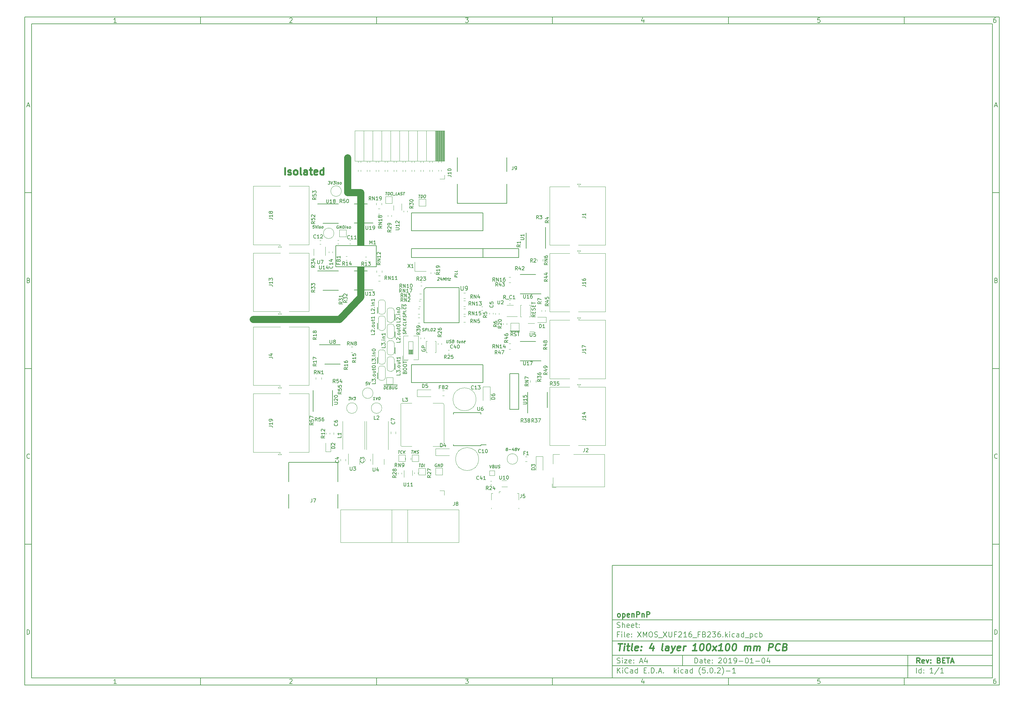
<source format=gbr>
G04 #@! TF.GenerationSoftware,KiCad,Pcbnew,(5.0.2)-1*
G04 #@! TF.CreationDate,2019-01-06T02:56:27+01:00*
G04 #@! TF.ProjectId,XMOS_XUF216_FB236,584d4f53-5f58-4554-9632-31365f464232,BETA*
G04 #@! TF.SameCoordinates,Original*
G04 #@! TF.FileFunction,Legend,Top*
G04 #@! TF.FilePolarity,Positive*
%FSLAX46Y46*%
G04 Gerber Fmt 4.6, Leading zero omitted, Abs format (unit mm)*
G04 Created by KiCad (PCBNEW (5.0.2)-1) date 2019-01-06 02:56:27*
%MOMM*%
%LPD*%
G01*
G04 APERTURE LIST*
%ADD10C,0.100000*%
%ADD11C,0.150000*%
%ADD12C,0.300000*%
%ADD13C,0.400000*%
%ADD14C,0.200000*%
%ADD15C,0.500000*%
%ADD16C,2.000000*%
%ADD17C,0.120000*%
%ADD18C,0.254000*%
G04 APERTURE END LIST*
D10*
D11*
X177002200Y-166007200D02*
X177002200Y-198007200D01*
X285002200Y-198007200D01*
X285002200Y-166007200D01*
X177002200Y-166007200D01*
D10*
D11*
X10000000Y-10000000D02*
X10000000Y-200007200D01*
X287002200Y-200007200D01*
X287002200Y-10000000D01*
X10000000Y-10000000D01*
D10*
D11*
X12000000Y-12000000D02*
X12000000Y-198007200D01*
X285002200Y-198007200D01*
X285002200Y-12000000D01*
X12000000Y-12000000D01*
D10*
D11*
X60000000Y-12000000D02*
X60000000Y-10000000D01*
D10*
D11*
X110000000Y-12000000D02*
X110000000Y-10000000D01*
D10*
D11*
X160000000Y-12000000D02*
X160000000Y-10000000D01*
D10*
D11*
X210000000Y-12000000D02*
X210000000Y-10000000D01*
D10*
D11*
X260000000Y-12000000D02*
X260000000Y-10000000D01*
D10*
D11*
X36065476Y-11588095D02*
X35322619Y-11588095D01*
X35694047Y-11588095D02*
X35694047Y-10288095D01*
X35570238Y-10473809D01*
X35446428Y-10597619D01*
X35322619Y-10659523D01*
D10*
D11*
X85322619Y-10411904D02*
X85384523Y-10350000D01*
X85508333Y-10288095D01*
X85817857Y-10288095D01*
X85941666Y-10350000D01*
X86003571Y-10411904D01*
X86065476Y-10535714D01*
X86065476Y-10659523D01*
X86003571Y-10845238D01*
X85260714Y-11588095D01*
X86065476Y-11588095D01*
D10*
D11*
X135260714Y-10288095D02*
X136065476Y-10288095D01*
X135632142Y-10783333D01*
X135817857Y-10783333D01*
X135941666Y-10845238D01*
X136003571Y-10907142D01*
X136065476Y-11030952D01*
X136065476Y-11340476D01*
X136003571Y-11464285D01*
X135941666Y-11526190D01*
X135817857Y-11588095D01*
X135446428Y-11588095D01*
X135322619Y-11526190D01*
X135260714Y-11464285D01*
D10*
D11*
X185941666Y-10721428D02*
X185941666Y-11588095D01*
X185632142Y-10226190D02*
X185322619Y-11154761D01*
X186127380Y-11154761D01*
D10*
D11*
X236003571Y-10288095D02*
X235384523Y-10288095D01*
X235322619Y-10907142D01*
X235384523Y-10845238D01*
X235508333Y-10783333D01*
X235817857Y-10783333D01*
X235941666Y-10845238D01*
X236003571Y-10907142D01*
X236065476Y-11030952D01*
X236065476Y-11340476D01*
X236003571Y-11464285D01*
X235941666Y-11526190D01*
X235817857Y-11588095D01*
X235508333Y-11588095D01*
X235384523Y-11526190D01*
X235322619Y-11464285D01*
D10*
D11*
X285941666Y-10288095D02*
X285694047Y-10288095D01*
X285570238Y-10350000D01*
X285508333Y-10411904D01*
X285384523Y-10597619D01*
X285322619Y-10845238D01*
X285322619Y-11340476D01*
X285384523Y-11464285D01*
X285446428Y-11526190D01*
X285570238Y-11588095D01*
X285817857Y-11588095D01*
X285941666Y-11526190D01*
X286003571Y-11464285D01*
X286065476Y-11340476D01*
X286065476Y-11030952D01*
X286003571Y-10907142D01*
X285941666Y-10845238D01*
X285817857Y-10783333D01*
X285570238Y-10783333D01*
X285446428Y-10845238D01*
X285384523Y-10907142D01*
X285322619Y-11030952D01*
D10*
D11*
X60000000Y-198007200D02*
X60000000Y-200007200D01*
D10*
D11*
X110000000Y-198007200D02*
X110000000Y-200007200D01*
D10*
D11*
X160000000Y-198007200D02*
X160000000Y-200007200D01*
D10*
D11*
X210000000Y-198007200D02*
X210000000Y-200007200D01*
D10*
D11*
X260000000Y-198007200D02*
X260000000Y-200007200D01*
D10*
D11*
X36065476Y-199595295D02*
X35322619Y-199595295D01*
X35694047Y-199595295D02*
X35694047Y-198295295D01*
X35570238Y-198481009D01*
X35446428Y-198604819D01*
X35322619Y-198666723D01*
D10*
D11*
X85322619Y-198419104D02*
X85384523Y-198357200D01*
X85508333Y-198295295D01*
X85817857Y-198295295D01*
X85941666Y-198357200D01*
X86003571Y-198419104D01*
X86065476Y-198542914D01*
X86065476Y-198666723D01*
X86003571Y-198852438D01*
X85260714Y-199595295D01*
X86065476Y-199595295D01*
D10*
D11*
X135260714Y-198295295D02*
X136065476Y-198295295D01*
X135632142Y-198790533D01*
X135817857Y-198790533D01*
X135941666Y-198852438D01*
X136003571Y-198914342D01*
X136065476Y-199038152D01*
X136065476Y-199347676D01*
X136003571Y-199471485D01*
X135941666Y-199533390D01*
X135817857Y-199595295D01*
X135446428Y-199595295D01*
X135322619Y-199533390D01*
X135260714Y-199471485D01*
D10*
D11*
X185941666Y-198728628D02*
X185941666Y-199595295D01*
X185632142Y-198233390D02*
X185322619Y-199161961D01*
X186127380Y-199161961D01*
D10*
D11*
X236003571Y-198295295D02*
X235384523Y-198295295D01*
X235322619Y-198914342D01*
X235384523Y-198852438D01*
X235508333Y-198790533D01*
X235817857Y-198790533D01*
X235941666Y-198852438D01*
X236003571Y-198914342D01*
X236065476Y-199038152D01*
X236065476Y-199347676D01*
X236003571Y-199471485D01*
X235941666Y-199533390D01*
X235817857Y-199595295D01*
X235508333Y-199595295D01*
X235384523Y-199533390D01*
X235322619Y-199471485D01*
D10*
D11*
X285941666Y-198295295D02*
X285694047Y-198295295D01*
X285570238Y-198357200D01*
X285508333Y-198419104D01*
X285384523Y-198604819D01*
X285322619Y-198852438D01*
X285322619Y-199347676D01*
X285384523Y-199471485D01*
X285446428Y-199533390D01*
X285570238Y-199595295D01*
X285817857Y-199595295D01*
X285941666Y-199533390D01*
X286003571Y-199471485D01*
X286065476Y-199347676D01*
X286065476Y-199038152D01*
X286003571Y-198914342D01*
X285941666Y-198852438D01*
X285817857Y-198790533D01*
X285570238Y-198790533D01*
X285446428Y-198852438D01*
X285384523Y-198914342D01*
X285322619Y-199038152D01*
D10*
D11*
X10000000Y-60000000D02*
X12000000Y-60000000D01*
D10*
D11*
X10000000Y-110000000D02*
X12000000Y-110000000D01*
D10*
D11*
X10000000Y-160000000D02*
X12000000Y-160000000D01*
D10*
D11*
X10690476Y-35216666D02*
X11309523Y-35216666D01*
X10566666Y-35588095D02*
X11000000Y-34288095D01*
X11433333Y-35588095D01*
D10*
D11*
X11092857Y-84907142D02*
X11278571Y-84969047D01*
X11340476Y-85030952D01*
X11402380Y-85154761D01*
X11402380Y-85340476D01*
X11340476Y-85464285D01*
X11278571Y-85526190D01*
X11154761Y-85588095D01*
X10659523Y-85588095D01*
X10659523Y-84288095D01*
X11092857Y-84288095D01*
X11216666Y-84350000D01*
X11278571Y-84411904D01*
X11340476Y-84535714D01*
X11340476Y-84659523D01*
X11278571Y-84783333D01*
X11216666Y-84845238D01*
X11092857Y-84907142D01*
X10659523Y-84907142D01*
D10*
D11*
X11402380Y-135464285D02*
X11340476Y-135526190D01*
X11154761Y-135588095D01*
X11030952Y-135588095D01*
X10845238Y-135526190D01*
X10721428Y-135402380D01*
X10659523Y-135278571D01*
X10597619Y-135030952D01*
X10597619Y-134845238D01*
X10659523Y-134597619D01*
X10721428Y-134473809D01*
X10845238Y-134350000D01*
X11030952Y-134288095D01*
X11154761Y-134288095D01*
X11340476Y-134350000D01*
X11402380Y-134411904D01*
D10*
D11*
X10659523Y-185588095D02*
X10659523Y-184288095D01*
X10969047Y-184288095D01*
X11154761Y-184350000D01*
X11278571Y-184473809D01*
X11340476Y-184597619D01*
X11402380Y-184845238D01*
X11402380Y-185030952D01*
X11340476Y-185278571D01*
X11278571Y-185402380D01*
X11154761Y-185526190D01*
X10969047Y-185588095D01*
X10659523Y-185588095D01*
D10*
D11*
X287002200Y-60000000D02*
X285002200Y-60000000D01*
D10*
D11*
X287002200Y-110000000D02*
X285002200Y-110000000D01*
D10*
D11*
X287002200Y-160000000D02*
X285002200Y-160000000D01*
D10*
D11*
X285692676Y-35216666D02*
X286311723Y-35216666D01*
X285568866Y-35588095D02*
X286002200Y-34288095D01*
X286435533Y-35588095D01*
D10*
D11*
X286095057Y-84907142D02*
X286280771Y-84969047D01*
X286342676Y-85030952D01*
X286404580Y-85154761D01*
X286404580Y-85340476D01*
X286342676Y-85464285D01*
X286280771Y-85526190D01*
X286156961Y-85588095D01*
X285661723Y-85588095D01*
X285661723Y-84288095D01*
X286095057Y-84288095D01*
X286218866Y-84350000D01*
X286280771Y-84411904D01*
X286342676Y-84535714D01*
X286342676Y-84659523D01*
X286280771Y-84783333D01*
X286218866Y-84845238D01*
X286095057Y-84907142D01*
X285661723Y-84907142D01*
D10*
D11*
X286404580Y-135464285D02*
X286342676Y-135526190D01*
X286156961Y-135588095D01*
X286033152Y-135588095D01*
X285847438Y-135526190D01*
X285723628Y-135402380D01*
X285661723Y-135278571D01*
X285599819Y-135030952D01*
X285599819Y-134845238D01*
X285661723Y-134597619D01*
X285723628Y-134473809D01*
X285847438Y-134350000D01*
X286033152Y-134288095D01*
X286156961Y-134288095D01*
X286342676Y-134350000D01*
X286404580Y-134411904D01*
D10*
D11*
X285661723Y-185588095D02*
X285661723Y-184288095D01*
X285971247Y-184288095D01*
X286156961Y-184350000D01*
X286280771Y-184473809D01*
X286342676Y-184597619D01*
X286404580Y-184845238D01*
X286404580Y-185030952D01*
X286342676Y-185278571D01*
X286280771Y-185402380D01*
X286156961Y-185526190D01*
X285971247Y-185588095D01*
X285661723Y-185588095D01*
D10*
D11*
X200434342Y-193785771D02*
X200434342Y-192285771D01*
X200791485Y-192285771D01*
X201005771Y-192357200D01*
X201148628Y-192500057D01*
X201220057Y-192642914D01*
X201291485Y-192928628D01*
X201291485Y-193142914D01*
X201220057Y-193428628D01*
X201148628Y-193571485D01*
X201005771Y-193714342D01*
X200791485Y-193785771D01*
X200434342Y-193785771D01*
X202577200Y-193785771D02*
X202577200Y-193000057D01*
X202505771Y-192857200D01*
X202362914Y-192785771D01*
X202077200Y-192785771D01*
X201934342Y-192857200D01*
X202577200Y-193714342D02*
X202434342Y-193785771D01*
X202077200Y-193785771D01*
X201934342Y-193714342D01*
X201862914Y-193571485D01*
X201862914Y-193428628D01*
X201934342Y-193285771D01*
X202077200Y-193214342D01*
X202434342Y-193214342D01*
X202577200Y-193142914D01*
X203077200Y-192785771D02*
X203648628Y-192785771D01*
X203291485Y-192285771D02*
X203291485Y-193571485D01*
X203362914Y-193714342D01*
X203505771Y-193785771D01*
X203648628Y-193785771D01*
X204720057Y-193714342D02*
X204577200Y-193785771D01*
X204291485Y-193785771D01*
X204148628Y-193714342D01*
X204077200Y-193571485D01*
X204077200Y-193000057D01*
X204148628Y-192857200D01*
X204291485Y-192785771D01*
X204577200Y-192785771D01*
X204720057Y-192857200D01*
X204791485Y-193000057D01*
X204791485Y-193142914D01*
X204077200Y-193285771D01*
X205434342Y-193642914D02*
X205505771Y-193714342D01*
X205434342Y-193785771D01*
X205362914Y-193714342D01*
X205434342Y-193642914D01*
X205434342Y-193785771D01*
X205434342Y-192857200D02*
X205505771Y-192928628D01*
X205434342Y-193000057D01*
X205362914Y-192928628D01*
X205434342Y-192857200D01*
X205434342Y-193000057D01*
X207220057Y-192428628D02*
X207291485Y-192357200D01*
X207434342Y-192285771D01*
X207791485Y-192285771D01*
X207934342Y-192357200D01*
X208005771Y-192428628D01*
X208077200Y-192571485D01*
X208077200Y-192714342D01*
X208005771Y-192928628D01*
X207148628Y-193785771D01*
X208077200Y-193785771D01*
X209005771Y-192285771D02*
X209148628Y-192285771D01*
X209291485Y-192357200D01*
X209362914Y-192428628D01*
X209434342Y-192571485D01*
X209505771Y-192857200D01*
X209505771Y-193214342D01*
X209434342Y-193500057D01*
X209362914Y-193642914D01*
X209291485Y-193714342D01*
X209148628Y-193785771D01*
X209005771Y-193785771D01*
X208862914Y-193714342D01*
X208791485Y-193642914D01*
X208720057Y-193500057D01*
X208648628Y-193214342D01*
X208648628Y-192857200D01*
X208720057Y-192571485D01*
X208791485Y-192428628D01*
X208862914Y-192357200D01*
X209005771Y-192285771D01*
X210934342Y-193785771D02*
X210077200Y-193785771D01*
X210505771Y-193785771D02*
X210505771Y-192285771D01*
X210362914Y-192500057D01*
X210220057Y-192642914D01*
X210077200Y-192714342D01*
X211648628Y-193785771D02*
X211934342Y-193785771D01*
X212077200Y-193714342D01*
X212148628Y-193642914D01*
X212291485Y-193428628D01*
X212362914Y-193142914D01*
X212362914Y-192571485D01*
X212291485Y-192428628D01*
X212220057Y-192357200D01*
X212077200Y-192285771D01*
X211791485Y-192285771D01*
X211648628Y-192357200D01*
X211577200Y-192428628D01*
X211505771Y-192571485D01*
X211505771Y-192928628D01*
X211577200Y-193071485D01*
X211648628Y-193142914D01*
X211791485Y-193214342D01*
X212077200Y-193214342D01*
X212220057Y-193142914D01*
X212291485Y-193071485D01*
X212362914Y-192928628D01*
X213005771Y-193214342D02*
X214148628Y-193214342D01*
X215148628Y-192285771D02*
X215291485Y-192285771D01*
X215434342Y-192357200D01*
X215505771Y-192428628D01*
X215577200Y-192571485D01*
X215648628Y-192857200D01*
X215648628Y-193214342D01*
X215577200Y-193500057D01*
X215505771Y-193642914D01*
X215434342Y-193714342D01*
X215291485Y-193785771D01*
X215148628Y-193785771D01*
X215005771Y-193714342D01*
X214934342Y-193642914D01*
X214862914Y-193500057D01*
X214791485Y-193214342D01*
X214791485Y-192857200D01*
X214862914Y-192571485D01*
X214934342Y-192428628D01*
X215005771Y-192357200D01*
X215148628Y-192285771D01*
X217077200Y-193785771D02*
X216220057Y-193785771D01*
X216648628Y-193785771D02*
X216648628Y-192285771D01*
X216505771Y-192500057D01*
X216362914Y-192642914D01*
X216220057Y-192714342D01*
X217720057Y-193214342D02*
X218862914Y-193214342D01*
X219862914Y-192285771D02*
X220005771Y-192285771D01*
X220148628Y-192357200D01*
X220220057Y-192428628D01*
X220291485Y-192571485D01*
X220362914Y-192857200D01*
X220362914Y-193214342D01*
X220291485Y-193500057D01*
X220220057Y-193642914D01*
X220148628Y-193714342D01*
X220005771Y-193785771D01*
X219862914Y-193785771D01*
X219720057Y-193714342D01*
X219648628Y-193642914D01*
X219577200Y-193500057D01*
X219505771Y-193214342D01*
X219505771Y-192857200D01*
X219577200Y-192571485D01*
X219648628Y-192428628D01*
X219720057Y-192357200D01*
X219862914Y-192285771D01*
X221648628Y-192785771D02*
X221648628Y-193785771D01*
X221291485Y-192214342D02*
X220934342Y-193285771D01*
X221862914Y-193285771D01*
D10*
D11*
X177002200Y-194507200D02*
X285002200Y-194507200D01*
D10*
D11*
X178434342Y-196585771D02*
X178434342Y-195085771D01*
X179291485Y-196585771D02*
X178648628Y-195728628D01*
X179291485Y-195085771D02*
X178434342Y-195942914D01*
X179934342Y-196585771D02*
X179934342Y-195585771D01*
X179934342Y-195085771D02*
X179862914Y-195157200D01*
X179934342Y-195228628D01*
X180005771Y-195157200D01*
X179934342Y-195085771D01*
X179934342Y-195228628D01*
X181505771Y-196442914D02*
X181434342Y-196514342D01*
X181220057Y-196585771D01*
X181077200Y-196585771D01*
X180862914Y-196514342D01*
X180720057Y-196371485D01*
X180648628Y-196228628D01*
X180577200Y-195942914D01*
X180577200Y-195728628D01*
X180648628Y-195442914D01*
X180720057Y-195300057D01*
X180862914Y-195157200D01*
X181077200Y-195085771D01*
X181220057Y-195085771D01*
X181434342Y-195157200D01*
X181505771Y-195228628D01*
X182791485Y-196585771D02*
X182791485Y-195800057D01*
X182720057Y-195657200D01*
X182577200Y-195585771D01*
X182291485Y-195585771D01*
X182148628Y-195657200D01*
X182791485Y-196514342D02*
X182648628Y-196585771D01*
X182291485Y-196585771D01*
X182148628Y-196514342D01*
X182077200Y-196371485D01*
X182077200Y-196228628D01*
X182148628Y-196085771D01*
X182291485Y-196014342D01*
X182648628Y-196014342D01*
X182791485Y-195942914D01*
X184148628Y-196585771D02*
X184148628Y-195085771D01*
X184148628Y-196514342D02*
X184005771Y-196585771D01*
X183720057Y-196585771D01*
X183577200Y-196514342D01*
X183505771Y-196442914D01*
X183434342Y-196300057D01*
X183434342Y-195871485D01*
X183505771Y-195728628D01*
X183577200Y-195657200D01*
X183720057Y-195585771D01*
X184005771Y-195585771D01*
X184148628Y-195657200D01*
X186005771Y-195800057D02*
X186505771Y-195800057D01*
X186720057Y-196585771D02*
X186005771Y-196585771D01*
X186005771Y-195085771D01*
X186720057Y-195085771D01*
X187362914Y-196442914D02*
X187434342Y-196514342D01*
X187362914Y-196585771D01*
X187291485Y-196514342D01*
X187362914Y-196442914D01*
X187362914Y-196585771D01*
X188077200Y-196585771D02*
X188077200Y-195085771D01*
X188434342Y-195085771D01*
X188648628Y-195157200D01*
X188791485Y-195300057D01*
X188862914Y-195442914D01*
X188934342Y-195728628D01*
X188934342Y-195942914D01*
X188862914Y-196228628D01*
X188791485Y-196371485D01*
X188648628Y-196514342D01*
X188434342Y-196585771D01*
X188077200Y-196585771D01*
X189577200Y-196442914D02*
X189648628Y-196514342D01*
X189577200Y-196585771D01*
X189505771Y-196514342D01*
X189577200Y-196442914D01*
X189577200Y-196585771D01*
X190220057Y-196157200D02*
X190934342Y-196157200D01*
X190077200Y-196585771D02*
X190577200Y-195085771D01*
X191077200Y-196585771D01*
X191577200Y-196442914D02*
X191648628Y-196514342D01*
X191577200Y-196585771D01*
X191505771Y-196514342D01*
X191577200Y-196442914D01*
X191577200Y-196585771D01*
X194577200Y-196585771D02*
X194577200Y-195085771D01*
X194720057Y-196014342D02*
X195148628Y-196585771D01*
X195148628Y-195585771D02*
X194577200Y-196157200D01*
X195791485Y-196585771D02*
X195791485Y-195585771D01*
X195791485Y-195085771D02*
X195720057Y-195157200D01*
X195791485Y-195228628D01*
X195862914Y-195157200D01*
X195791485Y-195085771D01*
X195791485Y-195228628D01*
X197148628Y-196514342D02*
X197005771Y-196585771D01*
X196720057Y-196585771D01*
X196577200Y-196514342D01*
X196505771Y-196442914D01*
X196434342Y-196300057D01*
X196434342Y-195871485D01*
X196505771Y-195728628D01*
X196577200Y-195657200D01*
X196720057Y-195585771D01*
X197005771Y-195585771D01*
X197148628Y-195657200D01*
X198434342Y-196585771D02*
X198434342Y-195800057D01*
X198362914Y-195657200D01*
X198220057Y-195585771D01*
X197934342Y-195585771D01*
X197791485Y-195657200D01*
X198434342Y-196514342D02*
X198291485Y-196585771D01*
X197934342Y-196585771D01*
X197791485Y-196514342D01*
X197720057Y-196371485D01*
X197720057Y-196228628D01*
X197791485Y-196085771D01*
X197934342Y-196014342D01*
X198291485Y-196014342D01*
X198434342Y-195942914D01*
X199791485Y-196585771D02*
X199791485Y-195085771D01*
X199791485Y-196514342D02*
X199648628Y-196585771D01*
X199362914Y-196585771D01*
X199220057Y-196514342D01*
X199148628Y-196442914D01*
X199077200Y-196300057D01*
X199077200Y-195871485D01*
X199148628Y-195728628D01*
X199220057Y-195657200D01*
X199362914Y-195585771D01*
X199648628Y-195585771D01*
X199791485Y-195657200D01*
X202077200Y-197157200D02*
X202005771Y-197085771D01*
X201862914Y-196871485D01*
X201791485Y-196728628D01*
X201720057Y-196514342D01*
X201648628Y-196157200D01*
X201648628Y-195871485D01*
X201720057Y-195514342D01*
X201791485Y-195300057D01*
X201862914Y-195157200D01*
X202005771Y-194942914D01*
X202077200Y-194871485D01*
X203362914Y-195085771D02*
X202648628Y-195085771D01*
X202577200Y-195800057D01*
X202648628Y-195728628D01*
X202791485Y-195657200D01*
X203148628Y-195657200D01*
X203291485Y-195728628D01*
X203362914Y-195800057D01*
X203434342Y-195942914D01*
X203434342Y-196300057D01*
X203362914Y-196442914D01*
X203291485Y-196514342D01*
X203148628Y-196585771D01*
X202791485Y-196585771D01*
X202648628Y-196514342D01*
X202577200Y-196442914D01*
X204077200Y-196442914D02*
X204148628Y-196514342D01*
X204077200Y-196585771D01*
X204005771Y-196514342D01*
X204077200Y-196442914D01*
X204077200Y-196585771D01*
X205077200Y-195085771D02*
X205220057Y-195085771D01*
X205362914Y-195157200D01*
X205434342Y-195228628D01*
X205505771Y-195371485D01*
X205577200Y-195657200D01*
X205577200Y-196014342D01*
X205505771Y-196300057D01*
X205434342Y-196442914D01*
X205362914Y-196514342D01*
X205220057Y-196585771D01*
X205077200Y-196585771D01*
X204934342Y-196514342D01*
X204862914Y-196442914D01*
X204791485Y-196300057D01*
X204720057Y-196014342D01*
X204720057Y-195657200D01*
X204791485Y-195371485D01*
X204862914Y-195228628D01*
X204934342Y-195157200D01*
X205077200Y-195085771D01*
X206220057Y-196442914D02*
X206291485Y-196514342D01*
X206220057Y-196585771D01*
X206148628Y-196514342D01*
X206220057Y-196442914D01*
X206220057Y-196585771D01*
X206862914Y-195228628D02*
X206934342Y-195157200D01*
X207077200Y-195085771D01*
X207434342Y-195085771D01*
X207577200Y-195157200D01*
X207648628Y-195228628D01*
X207720057Y-195371485D01*
X207720057Y-195514342D01*
X207648628Y-195728628D01*
X206791485Y-196585771D01*
X207720057Y-196585771D01*
X208220057Y-197157200D02*
X208291485Y-197085771D01*
X208434342Y-196871485D01*
X208505771Y-196728628D01*
X208577200Y-196514342D01*
X208648628Y-196157200D01*
X208648628Y-195871485D01*
X208577200Y-195514342D01*
X208505771Y-195300057D01*
X208434342Y-195157200D01*
X208291485Y-194942914D01*
X208220057Y-194871485D01*
X209362914Y-196014342D02*
X210505771Y-196014342D01*
X212005771Y-196585771D02*
X211148628Y-196585771D01*
X211577200Y-196585771D02*
X211577200Y-195085771D01*
X211434342Y-195300057D01*
X211291485Y-195442914D01*
X211148628Y-195514342D01*
D10*
D11*
X177002200Y-191507200D02*
X285002200Y-191507200D01*
D10*
D12*
X264411485Y-193785771D02*
X263911485Y-193071485D01*
X263554342Y-193785771D02*
X263554342Y-192285771D01*
X264125771Y-192285771D01*
X264268628Y-192357200D01*
X264340057Y-192428628D01*
X264411485Y-192571485D01*
X264411485Y-192785771D01*
X264340057Y-192928628D01*
X264268628Y-193000057D01*
X264125771Y-193071485D01*
X263554342Y-193071485D01*
X265625771Y-193714342D02*
X265482914Y-193785771D01*
X265197200Y-193785771D01*
X265054342Y-193714342D01*
X264982914Y-193571485D01*
X264982914Y-193000057D01*
X265054342Y-192857200D01*
X265197200Y-192785771D01*
X265482914Y-192785771D01*
X265625771Y-192857200D01*
X265697200Y-193000057D01*
X265697200Y-193142914D01*
X264982914Y-193285771D01*
X266197200Y-192785771D02*
X266554342Y-193785771D01*
X266911485Y-192785771D01*
X267482914Y-193642914D02*
X267554342Y-193714342D01*
X267482914Y-193785771D01*
X267411485Y-193714342D01*
X267482914Y-193642914D01*
X267482914Y-193785771D01*
X267482914Y-192857200D02*
X267554342Y-192928628D01*
X267482914Y-193000057D01*
X267411485Y-192928628D01*
X267482914Y-192857200D01*
X267482914Y-193000057D01*
X269840057Y-193000057D02*
X270054342Y-193071485D01*
X270125771Y-193142914D01*
X270197200Y-193285771D01*
X270197200Y-193500057D01*
X270125771Y-193642914D01*
X270054342Y-193714342D01*
X269911485Y-193785771D01*
X269340057Y-193785771D01*
X269340057Y-192285771D01*
X269840057Y-192285771D01*
X269982914Y-192357200D01*
X270054342Y-192428628D01*
X270125771Y-192571485D01*
X270125771Y-192714342D01*
X270054342Y-192857200D01*
X269982914Y-192928628D01*
X269840057Y-193000057D01*
X269340057Y-193000057D01*
X270840057Y-193000057D02*
X271340057Y-193000057D01*
X271554342Y-193785771D02*
X270840057Y-193785771D01*
X270840057Y-192285771D01*
X271554342Y-192285771D01*
X271982914Y-192285771D02*
X272840057Y-192285771D01*
X272411485Y-193785771D02*
X272411485Y-192285771D01*
X273268628Y-193357200D02*
X273982914Y-193357200D01*
X273125771Y-193785771D02*
X273625771Y-192285771D01*
X274125771Y-193785771D01*
D10*
D11*
X178362914Y-193714342D02*
X178577200Y-193785771D01*
X178934342Y-193785771D01*
X179077200Y-193714342D01*
X179148628Y-193642914D01*
X179220057Y-193500057D01*
X179220057Y-193357200D01*
X179148628Y-193214342D01*
X179077200Y-193142914D01*
X178934342Y-193071485D01*
X178648628Y-193000057D01*
X178505771Y-192928628D01*
X178434342Y-192857200D01*
X178362914Y-192714342D01*
X178362914Y-192571485D01*
X178434342Y-192428628D01*
X178505771Y-192357200D01*
X178648628Y-192285771D01*
X179005771Y-192285771D01*
X179220057Y-192357200D01*
X179862914Y-193785771D02*
X179862914Y-192785771D01*
X179862914Y-192285771D02*
X179791485Y-192357200D01*
X179862914Y-192428628D01*
X179934342Y-192357200D01*
X179862914Y-192285771D01*
X179862914Y-192428628D01*
X180434342Y-192785771D02*
X181220057Y-192785771D01*
X180434342Y-193785771D01*
X181220057Y-193785771D01*
X182362914Y-193714342D02*
X182220057Y-193785771D01*
X181934342Y-193785771D01*
X181791485Y-193714342D01*
X181720057Y-193571485D01*
X181720057Y-193000057D01*
X181791485Y-192857200D01*
X181934342Y-192785771D01*
X182220057Y-192785771D01*
X182362914Y-192857200D01*
X182434342Y-193000057D01*
X182434342Y-193142914D01*
X181720057Y-193285771D01*
X183077200Y-193642914D02*
X183148628Y-193714342D01*
X183077200Y-193785771D01*
X183005771Y-193714342D01*
X183077200Y-193642914D01*
X183077200Y-193785771D01*
X183077200Y-192857200D02*
X183148628Y-192928628D01*
X183077200Y-193000057D01*
X183005771Y-192928628D01*
X183077200Y-192857200D01*
X183077200Y-193000057D01*
X184862914Y-193357200D02*
X185577200Y-193357200D01*
X184720057Y-193785771D02*
X185220057Y-192285771D01*
X185720057Y-193785771D01*
X186862914Y-192785771D02*
X186862914Y-193785771D01*
X186505771Y-192214342D02*
X186148628Y-193285771D01*
X187077200Y-193285771D01*
D10*
D11*
X263434342Y-196585771D02*
X263434342Y-195085771D01*
X264791485Y-196585771D02*
X264791485Y-195085771D01*
X264791485Y-196514342D02*
X264648628Y-196585771D01*
X264362914Y-196585771D01*
X264220057Y-196514342D01*
X264148628Y-196442914D01*
X264077200Y-196300057D01*
X264077200Y-195871485D01*
X264148628Y-195728628D01*
X264220057Y-195657200D01*
X264362914Y-195585771D01*
X264648628Y-195585771D01*
X264791485Y-195657200D01*
X265505771Y-196442914D02*
X265577200Y-196514342D01*
X265505771Y-196585771D01*
X265434342Y-196514342D01*
X265505771Y-196442914D01*
X265505771Y-196585771D01*
X265505771Y-195657200D02*
X265577200Y-195728628D01*
X265505771Y-195800057D01*
X265434342Y-195728628D01*
X265505771Y-195657200D01*
X265505771Y-195800057D01*
X268148628Y-196585771D02*
X267291485Y-196585771D01*
X267720057Y-196585771D02*
X267720057Y-195085771D01*
X267577200Y-195300057D01*
X267434342Y-195442914D01*
X267291485Y-195514342D01*
X269862914Y-195014342D02*
X268577200Y-196942914D01*
X271148628Y-196585771D02*
X270291485Y-196585771D01*
X270720057Y-196585771D02*
X270720057Y-195085771D01*
X270577200Y-195300057D01*
X270434342Y-195442914D01*
X270291485Y-195514342D01*
D10*
D11*
X177002200Y-187507200D02*
X285002200Y-187507200D01*
D10*
D13*
X178714580Y-188211961D02*
X179857438Y-188211961D01*
X179036009Y-190211961D02*
X179286009Y-188211961D01*
X180274104Y-190211961D02*
X180440771Y-188878628D01*
X180524104Y-188211961D02*
X180416961Y-188307200D01*
X180500295Y-188402438D01*
X180607438Y-188307200D01*
X180524104Y-188211961D01*
X180500295Y-188402438D01*
X181107438Y-188878628D02*
X181869342Y-188878628D01*
X181476485Y-188211961D02*
X181262200Y-189926247D01*
X181333628Y-190116723D01*
X181512200Y-190211961D01*
X181702676Y-190211961D01*
X182655057Y-190211961D02*
X182476485Y-190116723D01*
X182405057Y-189926247D01*
X182619342Y-188211961D01*
X184190771Y-190116723D02*
X183988390Y-190211961D01*
X183607438Y-190211961D01*
X183428866Y-190116723D01*
X183357438Y-189926247D01*
X183452676Y-189164342D01*
X183571723Y-188973866D01*
X183774104Y-188878628D01*
X184155057Y-188878628D01*
X184333628Y-188973866D01*
X184405057Y-189164342D01*
X184381247Y-189354819D01*
X183405057Y-189545295D01*
X185155057Y-190021485D02*
X185238390Y-190116723D01*
X185131247Y-190211961D01*
X185047914Y-190116723D01*
X185155057Y-190021485D01*
X185131247Y-190211961D01*
X185286009Y-188973866D02*
X185369342Y-189069104D01*
X185262200Y-189164342D01*
X185178866Y-189069104D01*
X185286009Y-188973866D01*
X185262200Y-189164342D01*
X188631247Y-188878628D02*
X188464580Y-190211961D01*
X188250295Y-188116723D02*
X187595533Y-189545295D01*
X188833628Y-189545295D01*
X191321723Y-190211961D02*
X191143152Y-190116723D01*
X191071723Y-189926247D01*
X191286009Y-188211961D01*
X192940771Y-190211961D02*
X193071723Y-189164342D01*
X193000295Y-188973866D01*
X192821723Y-188878628D01*
X192440771Y-188878628D01*
X192238390Y-188973866D01*
X192952676Y-190116723D02*
X192750295Y-190211961D01*
X192274104Y-190211961D01*
X192095533Y-190116723D01*
X192024104Y-189926247D01*
X192047914Y-189735771D01*
X192166961Y-189545295D01*
X192369342Y-189450057D01*
X192845533Y-189450057D01*
X193047914Y-189354819D01*
X193869342Y-188878628D02*
X194178866Y-190211961D01*
X194821723Y-188878628D02*
X194178866Y-190211961D01*
X193928866Y-190688152D01*
X193821723Y-190783390D01*
X193619342Y-190878628D01*
X196190771Y-190116723D02*
X195988390Y-190211961D01*
X195607438Y-190211961D01*
X195428866Y-190116723D01*
X195357438Y-189926247D01*
X195452676Y-189164342D01*
X195571723Y-188973866D01*
X195774104Y-188878628D01*
X196155057Y-188878628D01*
X196333628Y-188973866D01*
X196405057Y-189164342D01*
X196381247Y-189354819D01*
X195405057Y-189545295D01*
X197131247Y-190211961D02*
X197297914Y-188878628D01*
X197250295Y-189259580D02*
X197369342Y-189069104D01*
X197476485Y-188973866D01*
X197678866Y-188878628D01*
X197869342Y-188878628D01*
X200940771Y-190211961D02*
X199797914Y-190211961D01*
X200369342Y-190211961D02*
X200619342Y-188211961D01*
X200393152Y-188497676D01*
X200178866Y-188688152D01*
X199976485Y-188783390D01*
X202428866Y-188211961D02*
X202619342Y-188211961D01*
X202797914Y-188307200D01*
X202881247Y-188402438D01*
X202952676Y-188592914D01*
X203000295Y-188973866D01*
X202940771Y-189450057D01*
X202797914Y-189831009D01*
X202678866Y-190021485D01*
X202571723Y-190116723D01*
X202369342Y-190211961D01*
X202178866Y-190211961D01*
X202000295Y-190116723D01*
X201916961Y-190021485D01*
X201845533Y-189831009D01*
X201797914Y-189450057D01*
X201857438Y-188973866D01*
X202000295Y-188592914D01*
X202119342Y-188402438D01*
X202226485Y-188307200D01*
X202428866Y-188211961D01*
X204333628Y-188211961D02*
X204524104Y-188211961D01*
X204702676Y-188307200D01*
X204786009Y-188402438D01*
X204857438Y-188592914D01*
X204905057Y-188973866D01*
X204845533Y-189450057D01*
X204702676Y-189831009D01*
X204583628Y-190021485D01*
X204476485Y-190116723D01*
X204274104Y-190211961D01*
X204083628Y-190211961D01*
X203905057Y-190116723D01*
X203821723Y-190021485D01*
X203750295Y-189831009D01*
X203702676Y-189450057D01*
X203762200Y-188973866D01*
X203905057Y-188592914D01*
X204024104Y-188402438D01*
X204131247Y-188307200D01*
X204333628Y-188211961D01*
X205416961Y-190211961D02*
X206631247Y-188878628D01*
X205583628Y-188878628D02*
X206464580Y-190211961D01*
X208274104Y-190211961D02*
X207131247Y-190211961D01*
X207702676Y-190211961D02*
X207952676Y-188211961D01*
X207726485Y-188497676D01*
X207512200Y-188688152D01*
X207309819Y-188783390D01*
X209762200Y-188211961D02*
X209952676Y-188211961D01*
X210131247Y-188307200D01*
X210214580Y-188402438D01*
X210286009Y-188592914D01*
X210333628Y-188973866D01*
X210274104Y-189450057D01*
X210131247Y-189831009D01*
X210012200Y-190021485D01*
X209905057Y-190116723D01*
X209702676Y-190211961D01*
X209512200Y-190211961D01*
X209333628Y-190116723D01*
X209250295Y-190021485D01*
X209178866Y-189831009D01*
X209131247Y-189450057D01*
X209190771Y-188973866D01*
X209333628Y-188592914D01*
X209452676Y-188402438D01*
X209559819Y-188307200D01*
X209762200Y-188211961D01*
X211666961Y-188211961D02*
X211857438Y-188211961D01*
X212036009Y-188307200D01*
X212119342Y-188402438D01*
X212190771Y-188592914D01*
X212238390Y-188973866D01*
X212178866Y-189450057D01*
X212036009Y-189831009D01*
X211916961Y-190021485D01*
X211809819Y-190116723D01*
X211607438Y-190211961D01*
X211416961Y-190211961D01*
X211238390Y-190116723D01*
X211155057Y-190021485D01*
X211083628Y-189831009D01*
X211036009Y-189450057D01*
X211095533Y-188973866D01*
X211238390Y-188592914D01*
X211357438Y-188402438D01*
X211464580Y-188307200D01*
X211666961Y-188211961D01*
X214464580Y-190211961D02*
X214631247Y-188878628D01*
X214607438Y-189069104D02*
X214714580Y-188973866D01*
X214916961Y-188878628D01*
X215202676Y-188878628D01*
X215381247Y-188973866D01*
X215452676Y-189164342D01*
X215321723Y-190211961D01*
X215452676Y-189164342D02*
X215571723Y-188973866D01*
X215774104Y-188878628D01*
X216059819Y-188878628D01*
X216238390Y-188973866D01*
X216309819Y-189164342D01*
X216178866Y-190211961D01*
X217131247Y-190211961D02*
X217297914Y-188878628D01*
X217274104Y-189069104D02*
X217381247Y-188973866D01*
X217583628Y-188878628D01*
X217869342Y-188878628D01*
X218047914Y-188973866D01*
X218119342Y-189164342D01*
X217988390Y-190211961D01*
X218119342Y-189164342D02*
X218238390Y-188973866D01*
X218440771Y-188878628D01*
X218726485Y-188878628D01*
X218905057Y-188973866D01*
X218976485Y-189164342D01*
X218845533Y-190211961D01*
X221321723Y-190211961D02*
X221571723Y-188211961D01*
X222333628Y-188211961D01*
X222512199Y-188307200D01*
X222595533Y-188402438D01*
X222666961Y-188592914D01*
X222631247Y-188878628D01*
X222512199Y-189069104D01*
X222405057Y-189164342D01*
X222202676Y-189259580D01*
X221440771Y-189259580D01*
X224488390Y-190021485D02*
X224381247Y-190116723D01*
X224083628Y-190211961D01*
X223893152Y-190211961D01*
X223619342Y-190116723D01*
X223452676Y-189926247D01*
X223381247Y-189735771D01*
X223333628Y-189354819D01*
X223369342Y-189069104D01*
X223512200Y-188688152D01*
X223631247Y-188497676D01*
X223845533Y-188307200D01*
X224143152Y-188211961D01*
X224333628Y-188211961D01*
X224607438Y-188307200D01*
X224690771Y-188402438D01*
X226119342Y-189164342D02*
X226393152Y-189259580D01*
X226476485Y-189354819D01*
X226547914Y-189545295D01*
X226512199Y-189831009D01*
X226393152Y-190021485D01*
X226286009Y-190116723D01*
X226083628Y-190211961D01*
X225321723Y-190211961D01*
X225571723Y-188211961D01*
X226238390Y-188211961D01*
X226416961Y-188307200D01*
X226500295Y-188402438D01*
X226571723Y-188592914D01*
X226547914Y-188783390D01*
X226428866Y-188973866D01*
X226321723Y-189069104D01*
X226119342Y-189164342D01*
X225452676Y-189164342D01*
D10*
D11*
X178934342Y-185600057D02*
X178434342Y-185600057D01*
X178434342Y-186385771D02*
X178434342Y-184885771D01*
X179148628Y-184885771D01*
X179720057Y-186385771D02*
X179720057Y-185385771D01*
X179720057Y-184885771D02*
X179648628Y-184957200D01*
X179720057Y-185028628D01*
X179791485Y-184957200D01*
X179720057Y-184885771D01*
X179720057Y-185028628D01*
X180648628Y-186385771D02*
X180505771Y-186314342D01*
X180434342Y-186171485D01*
X180434342Y-184885771D01*
X181791485Y-186314342D02*
X181648628Y-186385771D01*
X181362914Y-186385771D01*
X181220057Y-186314342D01*
X181148628Y-186171485D01*
X181148628Y-185600057D01*
X181220057Y-185457200D01*
X181362914Y-185385771D01*
X181648628Y-185385771D01*
X181791485Y-185457200D01*
X181862914Y-185600057D01*
X181862914Y-185742914D01*
X181148628Y-185885771D01*
X182505771Y-186242914D02*
X182577200Y-186314342D01*
X182505771Y-186385771D01*
X182434342Y-186314342D01*
X182505771Y-186242914D01*
X182505771Y-186385771D01*
X182505771Y-185457200D02*
X182577200Y-185528628D01*
X182505771Y-185600057D01*
X182434342Y-185528628D01*
X182505771Y-185457200D01*
X182505771Y-185600057D01*
X184220057Y-184885771D02*
X185220057Y-186385771D01*
X185220057Y-184885771D02*
X184220057Y-186385771D01*
X185791485Y-186385771D02*
X185791485Y-184885771D01*
X186291485Y-185957200D01*
X186791485Y-184885771D01*
X186791485Y-186385771D01*
X187791485Y-184885771D02*
X188077200Y-184885771D01*
X188220057Y-184957200D01*
X188362914Y-185100057D01*
X188434342Y-185385771D01*
X188434342Y-185885771D01*
X188362914Y-186171485D01*
X188220057Y-186314342D01*
X188077200Y-186385771D01*
X187791485Y-186385771D01*
X187648628Y-186314342D01*
X187505771Y-186171485D01*
X187434342Y-185885771D01*
X187434342Y-185385771D01*
X187505771Y-185100057D01*
X187648628Y-184957200D01*
X187791485Y-184885771D01*
X189005771Y-186314342D02*
X189220057Y-186385771D01*
X189577200Y-186385771D01*
X189720057Y-186314342D01*
X189791485Y-186242914D01*
X189862914Y-186100057D01*
X189862914Y-185957200D01*
X189791485Y-185814342D01*
X189720057Y-185742914D01*
X189577200Y-185671485D01*
X189291485Y-185600057D01*
X189148628Y-185528628D01*
X189077200Y-185457200D01*
X189005771Y-185314342D01*
X189005771Y-185171485D01*
X189077200Y-185028628D01*
X189148628Y-184957200D01*
X189291485Y-184885771D01*
X189648628Y-184885771D01*
X189862914Y-184957200D01*
X190148628Y-186528628D02*
X191291485Y-186528628D01*
X191505771Y-184885771D02*
X192505771Y-186385771D01*
X192505771Y-184885771D02*
X191505771Y-186385771D01*
X193077200Y-184885771D02*
X193077200Y-186100057D01*
X193148628Y-186242914D01*
X193220057Y-186314342D01*
X193362914Y-186385771D01*
X193648628Y-186385771D01*
X193791485Y-186314342D01*
X193862914Y-186242914D01*
X193934342Y-186100057D01*
X193934342Y-184885771D01*
X195148628Y-185600057D02*
X194648628Y-185600057D01*
X194648628Y-186385771D02*
X194648628Y-184885771D01*
X195362914Y-184885771D01*
X195862914Y-185028628D02*
X195934342Y-184957200D01*
X196077200Y-184885771D01*
X196434342Y-184885771D01*
X196577200Y-184957200D01*
X196648628Y-185028628D01*
X196720057Y-185171485D01*
X196720057Y-185314342D01*
X196648628Y-185528628D01*
X195791485Y-186385771D01*
X196720057Y-186385771D01*
X198148628Y-186385771D02*
X197291485Y-186385771D01*
X197720057Y-186385771D02*
X197720057Y-184885771D01*
X197577200Y-185100057D01*
X197434342Y-185242914D01*
X197291485Y-185314342D01*
X199434342Y-184885771D02*
X199148628Y-184885771D01*
X199005771Y-184957200D01*
X198934342Y-185028628D01*
X198791485Y-185242914D01*
X198720057Y-185528628D01*
X198720057Y-186100057D01*
X198791485Y-186242914D01*
X198862914Y-186314342D01*
X199005771Y-186385771D01*
X199291485Y-186385771D01*
X199434342Y-186314342D01*
X199505771Y-186242914D01*
X199577200Y-186100057D01*
X199577200Y-185742914D01*
X199505771Y-185600057D01*
X199434342Y-185528628D01*
X199291485Y-185457200D01*
X199005771Y-185457200D01*
X198862914Y-185528628D01*
X198791485Y-185600057D01*
X198720057Y-185742914D01*
X199862914Y-186528628D02*
X201005771Y-186528628D01*
X201862914Y-185600057D02*
X201362914Y-185600057D01*
X201362914Y-186385771D02*
X201362914Y-184885771D01*
X202077200Y-184885771D01*
X203148628Y-185600057D02*
X203362914Y-185671485D01*
X203434342Y-185742914D01*
X203505771Y-185885771D01*
X203505771Y-186100057D01*
X203434342Y-186242914D01*
X203362914Y-186314342D01*
X203220057Y-186385771D01*
X202648628Y-186385771D01*
X202648628Y-184885771D01*
X203148628Y-184885771D01*
X203291485Y-184957200D01*
X203362914Y-185028628D01*
X203434342Y-185171485D01*
X203434342Y-185314342D01*
X203362914Y-185457200D01*
X203291485Y-185528628D01*
X203148628Y-185600057D01*
X202648628Y-185600057D01*
X204077200Y-185028628D02*
X204148628Y-184957200D01*
X204291485Y-184885771D01*
X204648628Y-184885771D01*
X204791485Y-184957200D01*
X204862914Y-185028628D01*
X204934342Y-185171485D01*
X204934342Y-185314342D01*
X204862914Y-185528628D01*
X204005771Y-186385771D01*
X204934342Y-186385771D01*
X205434342Y-184885771D02*
X206362914Y-184885771D01*
X205862914Y-185457200D01*
X206077200Y-185457200D01*
X206220057Y-185528628D01*
X206291485Y-185600057D01*
X206362914Y-185742914D01*
X206362914Y-186100057D01*
X206291485Y-186242914D01*
X206220057Y-186314342D01*
X206077200Y-186385771D01*
X205648628Y-186385771D01*
X205505771Y-186314342D01*
X205434342Y-186242914D01*
X207648628Y-184885771D02*
X207362914Y-184885771D01*
X207220057Y-184957200D01*
X207148628Y-185028628D01*
X207005771Y-185242914D01*
X206934342Y-185528628D01*
X206934342Y-186100057D01*
X207005771Y-186242914D01*
X207077200Y-186314342D01*
X207220057Y-186385771D01*
X207505771Y-186385771D01*
X207648628Y-186314342D01*
X207720057Y-186242914D01*
X207791485Y-186100057D01*
X207791485Y-185742914D01*
X207720057Y-185600057D01*
X207648628Y-185528628D01*
X207505771Y-185457200D01*
X207220057Y-185457200D01*
X207077200Y-185528628D01*
X207005771Y-185600057D01*
X206934342Y-185742914D01*
X208434342Y-186242914D02*
X208505771Y-186314342D01*
X208434342Y-186385771D01*
X208362914Y-186314342D01*
X208434342Y-186242914D01*
X208434342Y-186385771D01*
X209148628Y-186385771D02*
X209148628Y-184885771D01*
X209291485Y-185814342D02*
X209720057Y-186385771D01*
X209720057Y-185385771D02*
X209148628Y-185957200D01*
X210362914Y-186385771D02*
X210362914Y-185385771D01*
X210362914Y-184885771D02*
X210291485Y-184957200D01*
X210362914Y-185028628D01*
X210434342Y-184957200D01*
X210362914Y-184885771D01*
X210362914Y-185028628D01*
X211720057Y-186314342D02*
X211577200Y-186385771D01*
X211291485Y-186385771D01*
X211148628Y-186314342D01*
X211077200Y-186242914D01*
X211005771Y-186100057D01*
X211005771Y-185671485D01*
X211077200Y-185528628D01*
X211148628Y-185457200D01*
X211291485Y-185385771D01*
X211577200Y-185385771D01*
X211720057Y-185457200D01*
X213005771Y-186385771D02*
X213005771Y-185600057D01*
X212934342Y-185457200D01*
X212791485Y-185385771D01*
X212505771Y-185385771D01*
X212362914Y-185457200D01*
X213005771Y-186314342D02*
X212862914Y-186385771D01*
X212505771Y-186385771D01*
X212362914Y-186314342D01*
X212291485Y-186171485D01*
X212291485Y-186028628D01*
X212362914Y-185885771D01*
X212505771Y-185814342D01*
X212862914Y-185814342D01*
X213005771Y-185742914D01*
X214362914Y-186385771D02*
X214362914Y-184885771D01*
X214362914Y-186314342D02*
X214220057Y-186385771D01*
X213934342Y-186385771D01*
X213791485Y-186314342D01*
X213720057Y-186242914D01*
X213648628Y-186100057D01*
X213648628Y-185671485D01*
X213720057Y-185528628D01*
X213791485Y-185457200D01*
X213934342Y-185385771D01*
X214220057Y-185385771D01*
X214362914Y-185457200D01*
X214720057Y-186528628D02*
X215862914Y-186528628D01*
X216220057Y-185385771D02*
X216220057Y-186885771D01*
X216220057Y-185457200D02*
X216362914Y-185385771D01*
X216648628Y-185385771D01*
X216791485Y-185457200D01*
X216862914Y-185528628D01*
X216934342Y-185671485D01*
X216934342Y-186100057D01*
X216862914Y-186242914D01*
X216791485Y-186314342D01*
X216648628Y-186385771D01*
X216362914Y-186385771D01*
X216220057Y-186314342D01*
X218220057Y-186314342D02*
X218077200Y-186385771D01*
X217791485Y-186385771D01*
X217648628Y-186314342D01*
X217577200Y-186242914D01*
X217505771Y-186100057D01*
X217505771Y-185671485D01*
X217577200Y-185528628D01*
X217648628Y-185457200D01*
X217791485Y-185385771D01*
X218077200Y-185385771D01*
X218220057Y-185457200D01*
X218862914Y-186385771D02*
X218862914Y-184885771D01*
X218862914Y-185457200D02*
X219005771Y-185385771D01*
X219291485Y-185385771D01*
X219434342Y-185457200D01*
X219505771Y-185528628D01*
X219577200Y-185671485D01*
X219577200Y-186100057D01*
X219505771Y-186242914D01*
X219434342Y-186314342D01*
X219291485Y-186385771D01*
X219005771Y-186385771D01*
X218862914Y-186314342D01*
D10*
D11*
X177002200Y-181507200D02*
X285002200Y-181507200D01*
D10*
D11*
X178362914Y-183614342D02*
X178577200Y-183685771D01*
X178934342Y-183685771D01*
X179077200Y-183614342D01*
X179148628Y-183542914D01*
X179220057Y-183400057D01*
X179220057Y-183257200D01*
X179148628Y-183114342D01*
X179077200Y-183042914D01*
X178934342Y-182971485D01*
X178648628Y-182900057D01*
X178505771Y-182828628D01*
X178434342Y-182757200D01*
X178362914Y-182614342D01*
X178362914Y-182471485D01*
X178434342Y-182328628D01*
X178505771Y-182257200D01*
X178648628Y-182185771D01*
X179005771Y-182185771D01*
X179220057Y-182257200D01*
X179862914Y-183685771D02*
X179862914Y-182185771D01*
X180505771Y-183685771D02*
X180505771Y-182900057D01*
X180434342Y-182757200D01*
X180291485Y-182685771D01*
X180077200Y-182685771D01*
X179934342Y-182757200D01*
X179862914Y-182828628D01*
X181791485Y-183614342D02*
X181648628Y-183685771D01*
X181362914Y-183685771D01*
X181220057Y-183614342D01*
X181148628Y-183471485D01*
X181148628Y-182900057D01*
X181220057Y-182757200D01*
X181362914Y-182685771D01*
X181648628Y-182685771D01*
X181791485Y-182757200D01*
X181862914Y-182900057D01*
X181862914Y-183042914D01*
X181148628Y-183185771D01*
X183077200Y-183614342D02*
X182934342Y-183685771D01*
X182648628Y-183685771D01*
X182505771Y-183614342D01*
X182434342Y-183471485D01*
X182434342Y-182900057D01*
X182505771Y-182757200D01*
X182648628Y-182685771D01*
X182934342Y-182685771D01*
X183077200Y-182757200D01*
X183148628Y-182900057D01*
X183148628Y-183042914D01*
X182434342Y-183185771D01*
X183577200Y-182685771D02*
X184148628Y-182685771D01*
X183791485Y-182185771D02*
X183791485Y-183471485D01*
X183862914Y-183614342D01*
X184005771Y-183685771D01*
X184148628Y-183685771D01*
X184648628Y-183542914D02*
X184720057Y-183614342D01*
X184648628Y-183685771D01*
X184577200Y-183614342D01*
X184648628Y-183542914D01*
X184648628Y-183685771D01*
X184648628Y-182757200D02*
X184720057Y-182828628D01*
X184648628Y-182900057D01*
X184577200Y-182828628D01*
X184648628Y-182757200D01*
X184648628Y-182900057D01*
D10*
D12*
X178768628Y-180685771D02*
X178625771Y-180614342D01*
X178554342Y-180542914D01*
X178482914Y-180400057D01*
X178482914Y-179971485D01*
X178554342Y-179828628D01*
X178625771Y-179757200D01*
X178768628Y-179685771D01*
X178982914Y-179685771D01*
X179125771Y-179757200D01*
X179197200Y-179828628D01*
X179268628Y-179971485D01*
X179268628Y-180400057D01*
X179197200Y-180542914D01*
X179125771Y-180614342D01*
X178982914Y-180685771D01*
X178768628Y-180685771D01*
X179911485Y-179685771D02*
X179911485Y-181185771D01*
X179911485Y-179757200D02*
X180054342Y-179685771D01*
X180340057Y-179685771D01*
X180482914Y-179757200D01*
X180554342Y-179828628D01*
X180625771Y-179971485D01*
X180625771Y-180400057D01*
X180554342Y-180542914D01*
X180482914Y-180614342D01*
X180340057Y-180685771D01*
X180054342Y-180685771D01*
X179911485Y-180614342D01*
X181840057Y-180614342D02*
X181697200Y-180685771D01*
X181411485Y-180685771D01*
X181268628Y-180614342D01*
X181197200Y-180471485D01*
X181197200Y-179900057D01*
X181268628Y-179757200D01*
X181411485Y-179685771D01*
X181697200Y-179685771D01*
X181840057Y-179757200D01*
X181911485Y-179900057D01*
X181911485Y-180042914D01*
X181197200Y-180185771D01*
X182554342Y-179685771D02*
X182554342Y-180685771D01*
X182554342Y-179828628D02*
X182625771Y-179757200D01*
X182768628Y-179685771D01*
X182982914Y-179685771D01*
X183125771Y-179757200D01*
X183197200Y-179900057D01*
X183197200Y-180685771D01*
X183911485Y-180685771D02*
X183911485Y-179185771D01*
X184482914Y-179185771D01*
X184625771Y-179257200D01*
X184697200Y-179328628D01*
X184768628Y-179471485D01*
X184768628Y-179685771D01*
X184697200Y-179828628D01*
X184625771Y-179900057D01*
X184482914Y-179971485D01*
X183911485Y-179971485D01*
X185411485Y-179685771D02*
X185411485Y-180685771D01*
X185411485Y-179828628D02*
X185482914Y-179757200D01*
X185625771Y-179685771D01*
X185840057Y-179685771D01*
X185982914Y-179757200D01*
X186054342Y-179900057D01*
X186054342Y-180685771D01*
X186768628Y-180685771D02*
X186768628Y-179185771D01*
X187340057Y-179185771D01*
X187482914Y-179257200D01*
X187554342Y-179328628D01*
X187625771Y-179471485D01*
X187625771Y-179685771D01*
X187554342Y-179828628D01*
X187482914Y-179900057D01*
X187340057Y-179971485D01*
X186768628Y-179971485D01*
D10*
D11*
X197002200Y-191507200D02*
X197002200Y-194507200D01*
D10*
D11*
X261002200Y-191507200D02*
X261002200Y-198007200D01*
D14*
X140270000Y-78430000D02*
X140270000Y-75890000D01*
X119950000Y-78430000D02*
X119950000Y-75890000D01*
X150430000Y-78430000D02*
X119950000Y-78430000D01*
X150430000Y-75890000D02*
X150430000Y-78430000D01*
X119950000Y-75890000D02*
X150430000Y-75890000D01*
X119950000Y-70810000D02*
X119950000Y-65730000D01*
X140270000Y-70810000D02*
X119950000Y-70810000D01*
X140270000Y-65730000D02*
X140270000Y-70810000D01*
X119950000Y-65730000D02*
X140270000Y-65730000D01*
X119950000Y-113990000D02*
X119950000Y-108910000D01*
X140270000Y-113990000D02*
X119950000Y-113990000D01*
X140270000Y-108910000D02*
X140270000Y-113990000D01*
X119950000Y-108910000D02*
X140270000Y-108910000D01*
X150430000Y-121610000D02*
X150430000Y-119070000D01*
X147890000Y-121610000D02*
X150430000Y-121610000D01*
X147890000Y-119070000D02*
X147890000Y-121610000D01*
X150430000Y-111450000D02*
X150430000Y-119070000D01*
X147890000Y-111450000D02*
X150430000Y-111450000D01*
X147890000Y-111450000D02*
X147890000Y-119070000D01*
D15*
X84023809Y-54904761D02*
X84023809Y-52904761D01*
X84880952Y-54809523D02*
X85071428Y-54904761D01*
X85452380Y-54904761D01*
X85642857Y-54809523D01*
X85738095Y-54619047D01*
X85738095Y-54523809D01*
X85642857Y-54333333D01*
X85452380Y-54238095D01*
X85166666Y-54238095D01*
X84976190Y-54142857D01*
X84880952Y-53952380D01*
X84880952Y-53857142D01*
X84976190Y-53666666D01*
X85166666Y-53571428D01*
X85452380Y-53571428D01*
X85642857Y-53666666D01*
X86880952Y-54904761D02*
X86690476Y-54809523D01*
X86595238Y-54714285D01*
X86500000Y-54523809D01*
X86500000Y-53952380D01*
X86595238Y-53761904D01*
X86690476Y-53666666D01*
X86880952Y-53571428D01*
X87166666Y-53571428D01*
X87357142Y-53666666D01*
X87452380Y-53761904D01*
X87547619Y-53952380D01*
X87547619Y-54523809D01*
X87452380Y-54714285D01*
X87357142Y-54809523D01*
X87166666Y-54904761D01*
X86880952Y-54904761D01*
X88690476Y-54904761D02*
X88500000Y-54809523D01*
X88404761Y-54619047D01*
X88404761Y-52904761D01*
X90309523Y-54904761D02*
X90309523Y-53857142D01*
X90214285Y-53666666D01*
X90023809Y-53571428D01*
X89642857Y-53571428D01*
X89452380Y-53666666D01*
X90309523Y-54809523D02*
X90119047Y-54904761D01*
X89642857Y-54904761D01*
X89452380Y-54809523D01*
X89357142Y-54619047D01*
X89357142Y-54428571D01*
X89452380Y-54238095D01*
X89642857Y-54142857D01*
X90119047Y-54142857D01*
X90309523Y-54047619D01*
X90976190Y-53571428D02*
X91738095Y-53571428D01*
X91261904Y-52904761D02*
X91261904Y-54619047D01*
X91357142Y-54809523D01*
X91547619Y-54904761D01*
X91738095Y-54904761D01*
X93166666Y-54809523D02*
X92976190Y-54904761D01*
X92595238Y-54904761D01*
X92404761Y-54809523D01*
X92309523Y-54619047D01*
X92309523Y-53857142D01*
X92404761Y-53666666D01*
X92595238Y-53571428D01*
X92976190Y-53571428D01*
X93166666Y-53666666D01*
X93261904Y-53857142D01*
X93261904Y-54047619D01*
X92309523Y-54238095D01*
X94976190Y-54904761D02*
X94976190Y-52904761D01*
X94976190Y-54809523D02*
X94785714Y-54904761D01*
X94404761Y-54904761D01*
X94214285Y-54809523D01*
X94119047Y-54714285D01*
X94023809Y-54523809D01*
X94023809Y-53952380D01*
X94119047Y-53761904D01*
X94214285Y-53666666D01*
X94404761Y-53571428D01*
X94785714Y-53571428D01*
X94976190Y-53666666D01*
D16*
X99500000Y-96000000D02*
X75000000Y-96000000D01*
X105500000Y-89700000D02*
X99500000Y-96000000D01*
X105500000Y-82000000D02*
X105500000Y-89700000D01*
X105500000Y-60000000D02*
X105500000Y-74000000D01*
X101800000Y-60000000D02*
X105400000Y-60000000D01*
X101800000Y-50100000D02*
X101800000Y-60000000D01*
D14*
X110250000Y-108540000D02*
X110250000Y-106790000D01*
X110250000Y-112915000D02*
X110250000Y-111165000D01*
X115250000Y-110290000D02*
X115250000Y-108540000D01*
X115250000Y-105790000D02*
X115250000Y-104040000D01*
X110250000Y-98790000D02*
X110250000Y-97040000D01*
X115250000Y-101290000D02*
X115250000Y-99540000D01*
X115250000Y-96290000D02*
X115250000Y-94540000D01*
X110250000Y-94290000D02*
X110250000Y-92540000D01*
D17*
G04 #@! TO.C,J2*
X159900000Y-142750000D02*
X159900000Y-143800000D01*
X160950000Y-143800000D02*
X159900000Y-143800000D01*
X166000000Y-134400000D02*
X174800000Y-134400000D01*
X174800000Y-134400000D02*
X174800000Y-143600000D01*
X160100000Y-137100000D02*
X160100000Y-134400000D01*
X160100000Y-134400000D02*
X162000000Y-134400000D01*
X174800000Y-143600000D02*
X160100000Y-143600000D01*
X160100000Y-143600000D02*
X160100000Y-141000000D01*
G04 #@! TO.C,RN17*
X122000000Y-90820000D02*
X122500000Y-90820000D01*
X122000000Y-92380000D02*
X122500000Y-92380000D01*
G04 #@! TO.C,J8*
X118820000Y-150130000D02*
X118820000Y-159480000D01*
X99790000Y-150130000D02*
X133350000Y-150130000D01*
X99790000Y-150130000D02*
X99790000Y-159480000D01*
X114320000Y-150130000D02*
X114320000Y-159480000D01*
X133350000Y-150130000D02*
X133350000Y-159480000D01*
X133350000Y-159480000D02*
X99790000Y-159480000D01*
X129270000Y-146000000D02*
X129270000Y-144730000D01*
X129270000Y-144730000D02*
X128000000Y-144730000D01*
G04 #@! TO.C,X1*
X120840000Y-82300000D02*
X124040000Y-82300000D01*
X120840000Y-79700000D02*
X120840000Y-82300000D01*
G04 #@! TO.C,R30*
X117740000Y-65461267D02*
X117740000Y-65118733D01*
X118760000Y-65461267D02*
X118760000Y-65118733D01*
D11*
G04 #@! TO.C,U9*
X133500000Y-87000000D02*
X124000000Y-87000000D01*
X133500000Y-97000000D02*
X133500000Y-87000000D01*
X123500000Y-97000000D02*
X133500000Y-97000000D01*
X123500000Y-87500000D02*
X123500000Y-97000000D01*
X124000000Y-87000000D02*
X123500000Y-87500000D01*
D17*
G04 #@! TO.C,D6*
X142250000Y-115170000D02*
X142250000Y-119070000D01*
X140250000Y-115170000D02*
X140250000Y-119070000D01*
X142250000Y-115170000D02*
X140250000Y-115170000D01*
G04 #@! TO.C,D4*
X126800000Y-132750000D02*
X130650000Y-132750000D01*
X126800000Y-134750000D02*
X130650000Y-134750000D01*
X126800000Y-132750000D02*
X126800000Y-134750000D01*
G04 #@! TO.C,D3*
X157300000Y-135000000D02*
X155300000Y-135000000D01*
X155300000Y-135000000D02*
X155300000Y-138900000D01*
X157300000Y-135000000D02*
X157300000Y-138900000D01*
G04 #@! TO.C,D5*
X121500000Y-116000000D02*
X125400000Y-116000000D01*
X121500000Y-118000000D02*
X125400000Y-118000000D01*
X121500000Y-116000000D02*
X121500000Y-118000000D01*
G04 #@! TO.C,U5*
X153500000Y-99480000D02*
X154900000Y-99480000D01*
X154900000Y-97160000D02*
X153000000Y-97160000D01*
G04 #@! TO.C,FB1*
X98953733Y-74550000D02*
X99296267Y-74550000D01*
X98953733Y-73530000D02*
X99296267Y-73530000D01*
G04 #@! TO.C,FB2*
X128738748Y-117710000D02*
X129261252Y-117710000D01*
X128738748Y-116290000D02*
X129261252Y-116290000D01*
G04 #@! TO.C,JP1*
X114300000Y-106150000D02*
X113700000Y-106150000D01*
X115000000Y-102700000D02*
X115000000Y-105500000D01*
X113700000Y-102050000D02*
X114300000Y-102050000D01*
X113000000Y-105500000D02*
X113000000Y-102700000D01*
X113000000Y-102750000D02*
G75*
G02X113700000Y-102050000I700000J0D01*
G01*
X114300000Y-102050000D02*
G75*
G02X115000000Y-102750000I0J-700000D01*
G01*
X115000000Y-105450000D02*
G75*
G02X114300000Y-106150000I-700000J0D01*
G01*
X113700000Y-106150000D02*
G75*
G02X113000000Y-105450000I0J700000D01*
G01*
G04 #@! TO.C,JP2*
X111200000Y-108750000D02*
G75*
G02X110500000Y-108050000I0J700000D01*
G01*
X112500000Y-108050000D02*
G75*
G02X111800000Y-108750000I-700000J0D01*
G01*
X111800000Y-104650000D02*
G75*
G02X112500000Y-105350000I0J-700000D01*
G01*
X110500000Y-105350000D02*
G75*
G02X111200000Y-104650000I700000J0D01*
G01*
X110500000Y-108100000D02*
X110500000Y-105300000D01*
X111200000Y-104650000D02*
X111800000Y-104650000D01*
X112500000Y-105300000D02*
X112500000Y-108100000D01*
X111800000Y-108750000D02*
X111200000Y-108750000D01*
G04 #@! TO.C,JP3*
X111800000Y-113350000D02*
X111200000Y-113350000D01*
X112500000Y-109900000D02*
X112500000Y-112700000D01*
X111200000Y-109250000D02*
X111800000Y-109250000D01*
X110500000Y-112700000D02*
X110500000Y-109900000D01*
X110500000Y-109950000D02*
G75*
G02X111200000Y-109250000I700000J0D01*
G01*
X111800000Y-109250000D02*
G75*
G02X112500000Y-109950000I0J-700000D01*
G01*
X112500000Y-112650000D02*
G75*
G02X111800000Y-113350000I-700000J0D01*
G01*
X111200000Y-113350000D02*
G75*
G02X110500000Y-112650000I0J700000D01*
G01*
G04 #@! TO.C,JP4*
X113700000Y-110750000D02*
G75*
G02X113000000Y-110050000I0J700000D01*
G01*
X115000000Y-110050000D02*
G75*
G02X114300000Y-110750000I-700000J0D01*
G01*
X114300000Y-106650000D02*
G75*
G02X115000000Y-107350000I0J-700000D01*
G01*
X113000000Y-107350000D02*
G75*
G02X113700000Y-106650000I700000J0D01*
G01*
X113000000Y-110100000D02*
X113000000Y-107300000D01*
X113700000Y-106650000D02*
X114300000Y-106650000D01*
X115000000Y-107300000D02*
X115000000Y-110100000D01*
X114300000Y-110750000D02*
X113700000Y-110750000D01*
G04 #@! TO.C,JP5*
X111200000Y-90450000D02*
X111800000Y-90450000D01*
X110500000Y-93900000D02*
X110500000Y-91100000D01*
X111800000Y-94550000D02*
X111200000Y-94550000D01*
X112500000Y-91100000D02*
X112500000Y-93900000D01*
X112500000Y-93850000D02*
G75*
G02X111800000Y-94550000I-700000J0D01*
G01*
X111200000Y-94550000D02*
G75*
G02X110500000Y-93850000I0J700000D01*
G01*
X110500000Y-91150000D02*
G75*
G02X111200000Y-90450000I700000J0D01*
G01*
X111800000Y-90450000D02*
G75*
G02X112500000Y-91150000I0J-700000D01*
G01*
G04 #@! TO.C,JP6*
X114300000Y-92750000D02*
G75*
G02X115000000Y-93450000I0J-700000D01*
G01*
X113000000Y-93450000D02*
G75*
G02X113700000Y-92750000I700000J0D01*
G01*
X113700000Y-96850000D02*
G75*
G02X113000000Y-96150000I0J700000D01*
G01*
X115000000Y-96150000D02*
G75*
G02X114300000Y-96850000I-700000J0D01*
G01*
X115000000Y-93400000D02*
X115000000Y-96200000D01*
X114300000Y-96850000D02*
X113700000Y-96850000D01*
X113000000Y-96200000D02*
X113000000Y-93400000D01*
X113700000Y-92750000D02*
X114300000Y-92750000D01*
G04 #@! TO.C,JP7*
X113700000Y-97350000D02*
X114300000Y-97350000D01*
X113000000Y-100800000D02*
X113000000Y-98000000D01*
X114300000Y-101450000D02*
X113700000Y-101450000D01*
X115000000Y-98000000D02*
X115000000Y-100800000D01*
X115000000Y-100750000D02*
G75*
G02X114300000Y-101450000I-700000J0D01*
G01*
X113700000Y-101450000D02*
G75*
G02X113000000Y-100750000I0J700000D01*
G01*
X113000000Y-98050000D02*
G75*
G02X113700000Y-97350000I700000J0D01*
G01*
X114300000Y-97350000D02*
G75*
G02X115000000Y-98050000I0J-700000D01*
G01*
G04 #@! TO.C,JP8*
X111800000Y-95050000D02*
G75*
G02X112500000Y-95750000I0J-700000D01*
G01*
X110500000Y-95750000D02*
G75*
G02X111200000Y-95050000I700000J0D01*
G01*
X111200000Y-99150000D02*
G75*
G02X110500000Y-98450000I0J700000D01*
G01*
X112500000Y-98450000D02*
G75*
G02X111800000Y-99150000I-700000J0D01*
G01*
X112500000Y-95700000D02*
X112500000Y-98500000D01*
X111800000Y-99150000D02*
X111200000Y-99150000D01*
X110500000Y-98500000D02*
X110500000Y-95700000D01*
X111200000Y-95050000D02*
X111800000Y-95050000D01*
G04 #@! TO.C,SW2*
X119115000Y-104688333D02*
X120385000Y-104688333D01*
X120315000Y-105895000D02*
X120315000Y-104688333D01*
X120195000Y-105895000D02*
X120195000Y-104688333D01*
X120075000Y-105895000D02*
X120075000Y-104688333D01*
X119955000Y-105895000D02*
X119955000Y-104688333D01*
X119835000Y-105895000D02*
X119835000Y-104688333D01*
X119715000Y-105895000D02*
X119715000Y-104688333D01*
X119595000Y-105895000D02*
X119595000Y-104688333D01*
X119475000Y-105895000D02*
X119475000Y-104688333D01*
X119355000Y-105895000D02*
X119355000Y-104688333D01*
X119235000Y-105895000D02*
X119235000Y-104688333D01*
X119115000Y-102275000D02*
X119115000Y-105895000D01*
X120385000Y-102275000D02*
X119115000Y-102275000D01*
X120385000Y-105895000D02*
X120385000Y-102275000D01*
X119115000Y-105895000D02*
X120385000Y-105895000D01*
X117400000Y-107735000D02*
X118783000Y-107735000D01*
X117400000Y-107735000D02*
X117400000Y-106352000D01*
X120550000Y-100675000D02*
X121860000Y-100675000D01*
X117640000Y-100675000D02*
X118950000Y-100675000D01*
X120550000Y-107495000D02*
X121860000Y-107495000D01*
X117640000Y-107495000D02*
X118950000Y-107495000D01*
X121860000Y-107495000D02*
X121860000Y-100675000D01*
X117640000Y-107495000D02*
X117640000Y-100675000D01*
G04 #@! TO.C,SW1*
X151200000Y-91970000D02*
X150900000Y-91970000D01*
X150900000Y-91970000D02*
X150900000Y-95270000D01*
X150900000Y-95270000D02*
X151200000Y-95270000D01*
X153400000Y-91970000D02*
X153700000Y-91970000D01*
X153700000Y-91970000D02*
X153700000Y-95270000D01*
X153700000Y-95270000D02*
X153400000Y-95270000D01*
G04 #@! TO.C,SW3*
X126900000Y-105480000D02*
X126600000Y-105480000D01*
X126900000Y-102180000D02*
X126900000Y-105480000D01*
X126600000Y-102180000D02*
X126900000Y-102180000D01*
X124100000Y-105480000D02*
X124400000Y-105480000D01*
X124100000Y-102180000D02*
X124100000Y-105480000D01*
X124400000Y-102180000D02*
X124100000Y-102180000D01*
G04 #@! TO.C,C5*
X142090000Y-94157221D02*
X142090000Y-94482779D01*
X143110000Y-94157221D02*
X143110000Y-94482779D01*
G04 #@! TO.C,C11*
X102328733Y-74550000D02*
X102671267Y-74550000D01*
X102328733Y-73530000D02*
X102671267Y-73530000D01*
G04 #@! TO.C,C12*
X94171267Y-74610000D02*
X93828733Y-74610000D01*
X94171267Y-73590000D02*
X93828733Y-73590000D01*
G04 #@! TO.C,C14*
X97510000Y-77071267D02*
X97510000Y-76728733D01*
X96490000Y-77071267D02*
X96490000Y-76728733D01*
G04 #@! TO.C,R_C1*
X148071267Y-91530000D02*
X147728733Y-91530000D01*
X148071267Y-90510000D02*
X147728733Y-90510000D01*
G04 #@! TO.C,C7*
X115460000Y-127988748D02*
X115460000Y-128511252D01*
X114040000Y-127988748D02*
X114040000Y-128511252D01*
G04 #@! TO.C,C6*
X97790000Y-128238748D02*
X97790000Y-128761252D01*
X99210000Y-128238748D02*
X99210000Y-128761252D01*
G04 #@! TO.C,C4*
X99790000Y-136261252D02*
X99790000Y-135738748D01*
X101210000Y-136261252D02*
X101210000Y-135738748D01*
G04 #@! TO.C,C3*
X108210000Y-136286252D02*
X108210000Y-135763748D01*
X106790000Y-136286252D02*
X106790000Y-135763748D01*
G04 #@! TO.C,C10*
X139020000Y-135750000D02*
G75*
G03X139020000Y-135750000I-3270000J0D01*
G01*
G04 #@! TO.C,C13*
X138270000Y-118750000D02*
G75*
G03X138270000Y-118750000I-3270000J0D01*
G01*
G04 #@! TO.C,J10*
X129330000Y-55000000D02*
X129330000Y-56110000D01*
X129330000Y-56110000D02*
X128000000Y-56110000D01*
X129330000Y-42370000D02*
X103810000Y-42370000D01*
X103810000Y-42370000D02*
X103810000Y-51000000D01*
X129330000Y-51000000D02*
X103810000Y-51000000D01*
X129330000Y-42370000D02*
X129330000Y-51000000D01*
X106410000Y-42370000D02*
X106410000Y-51000000D01*
X108950000Y-42370000D02*
X108950000Y-51000000D01*
X111490000Y-42370000D02*
X111490000Y-51000000D01*
X114030000Y-42370000D02*
X114030000Y-51000000D01*
X116570000Y-42370000D02*
X116570000Y-51000000D01*
X119110000Y-42370000D02*
X119110000Y-51000000D01*
X121650000Y-42370000D02*
X121650000Y-51000000D01*
X124190000Y-42370000D02*
X124190000Y-51000000D01*
X126730000Y-42370000D02*
X126730000Y-51000000D01*
X104780000Y-53510000D02*
X104780000Y-53950000D01*
X104780000Y-51000000D02*
X104780000Y-51410000D01*
X105500000Y-53510000D02*
X105500000Y-53950000D01*
X105500000Y-51000000D02*
X105500000Y-51410000D01*
X107320000Y-53510000D02*
X107320000Y-53950000D01*
X107320000Y-51000000D02*
X107320000Y-51410000D01*
X108040000Y-53510000D02*
X108040000Y-53950000D01*
X108040000Y-51000000D02*
X108040000Y-51410000D01*
X109860000Y-53510000D02*
X109860000Y-53950000D01*
X109860000Y-51000000D02*
X109860000Y-51410000D01*
X110580000Y-53510000D02*
X110580000Y-53950000D01*
X110580000Y-51000000D02*
X110580000Y-51410000D01*
X112400000Y-53510000D02*
X112400000Y-53950000D01*
X112400000Y-51000000D02*
X112400000Y-51410000D01*
X113120000Y-53510000D02*
X113120000Y-53950000D01*
X113120000Y-51000000D02*
X113120000Y-51410000D01*
X114940000Y-53510000D02*
X114940000Y-53950000D01*
X114940000Y-51000000D02*
X114940000Y-51410000D01*
X115660000Y-53510000D02*
X115660000Y-53950000D01*
X115660000Y-51000000D02*
X115660000Y-51410000D01*
X117480000Y-53510000D02*
X117480000Y-53950000D01*
X117480000Y-51000000D02*
X117480000Y-51410000D01*
X118200000Y-53510000D02*
X118200000Y-53950000D01*
X118200000Y-51000000D02*
X118200000Y-51410000D01*
X120020000Y-53510000D02*
X120020000Y-53950000D01*
X120020000Y-51000000D02*
X120020000Y-51410000D01*
X120740000Y-53510000D02*
X120740000Y-53950000D01*
X120740000Y-51000000D02*
X120740000Y-51410000D01*
X122560000Y-53510000D02*
X122560000Y-53950000D01*
X122560000Y-51000000D02*
X122560000Y-51410000D01*
X123280000Y-53510000D02*
X123280000Y-53950000D01*
X123280000Y-51000000D02*
X123280000Y-51410000D01*
X125100000Y-53510000D02*
X125100000Y-53950000D01*
X125100000Y-51000000D02*
X125100000Y-51410000D01*
X125820000Y-53510000D02*
X125820000Y-53950000D01*
X125820000Y-51000000D02*
X125820000Y-51410000D01*
X127640000Y-53510000D02*
X127640000Y-53890000D01*
X127640000Y-51000000D02*
X127640000Y-51410000D01*
X128360000Y-53510000D02*
X128360000Y-53890000D01*
X128360000Y-51000000D02*
X128360000Y-51410000D01*
X126848100Y-42370000D02*
X126848100Y-51000000D01*
X126966195Y-42370000D02*
X126966195Y-51000000D01*
X127084290Y-42370000D02*
X127084290Y-51000000D01*
X127202385Y-42370000D02*
X127202385Y-51000000D01*
X127320480Y-42370000D02*
X127320480Y-51000000D01*
X127438575Y-42370000D02*
X127438575Y-51000000D01*
X127556670Y-42370000D02*
X127556670Y-51000000D01*
X127674765Y-42370000D02*
X127674765Y-51000000D01*
X127792860Y-42370000D02*
X127792860Y-51000000D01*
X127910955Y-42370000D02*
X127910955Y-51000000D01*
X128029050Y-42370000D02*
X128029050Y-51000000D01*
X128147145Y-42370000D02*
X128147145Y-51000000D01*
X128265240Y-42370000D02*
X128265240Y-51000000D01*
X128383335Y-42370000D02*
X128383335Y-51000000D01*
X128501430Y-42370000D02*
X128501430Y-51000000D01*
X128619525Y-42370000D02*
X128619525Y-51000000D01*
X128737620Y-42370000D02*
X128737620Y-51000000D01*
X128855715Y-42370000D02*
X128855715Y-51000000D01*
X128973810Y-42370000D02*
X128973810Y-51000000D01*
X129091905Y-42370000D02*
X129091905Y-51000000D01*
X129210000Y-42370000D02*
X129210000Y-51000000D01*
G04 #@! TO.C,J17*
X175065000Y-96240000D02*
X175065000Y-112880000D01*
X175065000Y-96240000D02*
X167360000Y-96240000D01*
X175065000Y-112880000D02*
X167360000Y-112880000D01*
X159185000Y-96240000D02*
X159185000Y-112880000D01*
X159185000Y-96240000D02*
X164860000Y-96240000D01*
X159185000Y-112880000D02*
X164860000Y-112880000D01*
X167500000Y-96000000D02*
X167000000Y-95500000D01*
X167000000Y-95500000D02*
X168000000Y-95500000D01*
X168000000Y-95500000D02*
X167500000Y-96000000D01*
G04 #@! TO.C,J18*
X82000000Y-75500000D02*
X82500000Y-75000000D01*
X83000000Y-75500000D02*
X82000000Y-75500000D01*
X82500000Y-75000000D02*
X83000000Y-75500000D01*
X90815000Y-58120000D02*
X85140000Y-58120000D01*
X90815000Y-74760000D02*
X85140000Y-74760000D01*
X90815000Y-74760000D02*
X90815000Y-58120000D01*
X74935000Y-58120000D02*
X82640000Y-58120000D01*
X74935000Y-74760000D02*
X82640000Y-74760000D01*
X74935000Y-74760000D02*
X74935000Y-58120000D01*
G04 #@! TO.C,J14*
X175065000Y-115240000D02*
X175065000Y-131880000D01*
X175065000Y-115240000D02*
X167360000Y-115240000D01*
X175065000Y-131880000D02*
X167360000Y-131880000D01*
X159185000Y-115240000D02*
X159185000Y-131880000D01*
X159185000Y-115240000D02*
X164860000Y-115240000D01*
X159185000Y-131880000D02*
X164860000Y-131880000D01*
X167500000Y-115000000D02*
X167000000Y-114500000D01*
X167000000Y-114500000D02*
X168000000Y-114500000D01*
X168000000Y-114500000D02*
X167500000Y-115000000D01*
G04 #@! TO.C,J4*
X82000000Y-115500000D02*
X82500000Y-115000000D01*
X83000000Y-115500000D02*
X82000000Y-115500000D01*
X82500000Y-115000000D02*
X83000000Y-115500000D01*
X90815000Y-98120000D02*
X85140000Y-98120000D01*
X90815000Y-114760000D02*
X85140000Y-114760000D01*
X90815000Y-114760000D02*
X90815000Y-98120000D01*
X74935000Y-98120000D02*
X82640000Y-98120000D01*
X74935000Y-114760000D02*
X82640000Y-114760000D01*
X74935000Y-114760000D02*
X74935000Y-98120000D01*
G04 #@! TO.C,J13*
X74935000Y-93760000D02*
X74935000Y-77120000D01*
X74935000Y-93760000D02*
X82640000Y-93760000D01*
X74935000Y-77120000D02*
X82640000Y-77120000D01*
X90815000Y-93760000D02*
X90815000Y-77120000D01*
X90815000Y-93760000D02*
X85140000Y-93760000D01*
X90815000Y-77120000D02*
X85140000Y-77120000D01*
X82500000Y-94000000D02*
X83000000Y-94500000D01*
X83000000Y-94500000D02*
X82000000Y-94500000D01*
X82000000Y-94500000D02*
X82500000Y-94000000D01*
G04 #@! TO.C,J16*
X168000000Y-76500000D02*
X167500000Y-77000000D01*
X167000000Y-76500000D02*
X168000000Y-76500000D01*
X167500000Y-77000000D02*
X167000000Y-76500000D01*
X159185000Y-93880000D02*
X164860000Y-93880000D01*
X159185000Y-77240000D02*
X164860000Y-77240000D01*
X159185000Y-77240000D02*
X159185000Y-93880000D01*
X175065000Y-93880000D02*
X167360000Y-93880000D01*
X175065000Y-77240000D02*
X167360000Y-77240000D01*
X175065000Y-77240000D02*
X175065000Y-93880000D01*
G04 #@! TO.C,J19*
X74935000Y-133760000D02*
X74935000Y-117120000D01*
X74935000Y-133760000D02*
X82640000Y-133760000D01*
X74935000Y-117120000D02*
X82640000Y-117120000D01*
X90815000Y-133760000D02*
X90815000Y-117120000D01*
X90815000Y-133760000D02*
X85140000Y-133760000D01*
X90815000Y-117120000D02*
X85140000Y-117120000D01*
X82500000Y-134000000D02*
X83000000Y-134500000D01*
X83000000Y-134500000D02*
X82000000Y-134500000D01*
X82000000Y-134500000D02*
X82500000Y-134000000D01*
G04 #@! TO.C,J1*
X168000000Y-57500000D02*
X167500000Y-58000000D01*
X167000000Y-57500000D02*
X168000000Y-57500000D01*
X167500000Y-58000000D02*
X167000000Y-57500000D01*
X159185000Y-74880000D02*
X164860000Y-74880000D01*
X159185000Y-58240000D02*
X164860000Y-58240000D01*
X159185000Y-58240000D02*
X159185000Y-74880000D01*
X175065000Y-74880000D02*
X167360000Y-74880000D01*
X175065000Y-58240000D02*
X167360000Y-58240000D01*
X175065000Y-58240000D02*
X175065000Y-74880000D01*
G04 #@! TO.C,J5*
X144800000Y-144937500D02*
X144800000Y-145387500D01*
X144800000Y-144937500D02*
X145250000Y-144937500D01*
X150400000Y-145487500D02*
X149950000Y-145487500D01*
X150400000Y-147337500D02*
X150400000Y-145487500D01*
X142600000Y-149887500D02*
X142600000Y-149637500D01*
X150400000Y-149887500D02*
X150400000Y-149637500D01*
X142600000Y-147337500D02*
X142600000Y-145487500D01*
X142600000Y-145487500D02*
X143050000Y-145487500D01*
G04 #@! TO.C,F1*
X152238748Y-136460000D02*
X152761252Y-136460000D01*
X152238748Y-135040000D02*
X152761252Y-135040000D01*
G04 #@! TO.C,L3*
X129150000Y-131750000D02*
G75*
G02X128750000Y-132150000I-400000J0D01*
G01*
X117250000Y-132150000D02*
G75*
G02X116850000Y-131750000I0J400000D01*
G01*
X116850000Y-120250000D02*
G75*
G02X117250000Y-119850000I400000J0D01*
G01*
X128750000Y-119850000D02*
G75*
G02X129150000Y-120250000I0J-400000D01*
G01*
X120000000Y-132150000D02*
X117250000Y-132150000D01*
X120000000Y-119850000D02*
X117250000Y-119850000D01*
X128750000Y-132150000D02*
X126000000Y-132150000D01*
X116850000Y-131750000D02*
X116850000Y-120250000D01*
X128750000Y-119850000D02*
X126000000Y-119850000D01*
X129150000Y-120250000D02*
X129150000Y-131750000D01*
G04 #@! TO.C,L1*
X100400000Y-132975000D02*
X100400000Y-124975000D01*
X106600000Y-132975000D02*
X106600000Y-124975000D01*
G04 #@! TO.C,L2*
X113350000Y-133000000D02*
X113350000Y-125000000D01*
X107150000Y-133000000D02*
X107150000Y-125000000D01*
G04 #@! TO.C,D2*
X95515000Y-131200000D02*
X95515000Y-133660000D01*
X95515000Y-133660000D02*
X96985000Y-133660000D01*
X96985000Y-133660000D02*
X96985000Y-131200000D01*
G04 #@! TO.C,D1*
X158160000Y-95385000D02*
X155700000Y-95385000D01*
X158160000Y-96855000D02*
X158160000Y-95385000D01*
X155700000Y-96855000D02*
X158160000Y-96855000D01*
G04 #@! TO.C,U3*
X105210000Y-135750000D02*
X105210000Y-137250000D01*
X101990000Y-134250000D02*
X101990000Y-137250000D01*
G04 #@! TO.C,U4*
X108890000Y-134250000D02*
X108890000Y-137250000D01*
X112110000Y-135750000D02*
X112110000Y-137250000D01*
D11*
G04 #@! TO.C,U19*
X107354300Y-63225000D02*
X103645700Y-63225000D01*
X109025000Y-68625000D02*
X103641400Y-68625000D01*
G04 #@! TO.C,U13*
X109025000Y-87625000D02*
X103641400Y-87625000D01*
X107354300Y-82225000D02*
X103645700Y-82225000D01*
G04 #@! TO.C,U6*
X139625000Y-131650000D02*
X141150000Y-131650000D01*
X139625000Y-122575000D02*
X131875000Y-122575000D01*
X139625000Y-131925000D02*
X131875000Y-131925000D01*
X139625000Y-122575000D02*
X139625000Y-122930000D01*
X131875000Y-122575000D02*
X131875000Y-122930000D01*
X131875000Y-131925000D02*
X131875000Y-131570000D01*
X139625000Y-131925000D02*
X139625000Y-131650000D01*
G04 #@! TO.C,U17*
X155200000Y-102275000D02*
X150800000Y-102275000D01*
X156775000Y-107800000D02*
X150800000Y-107800000D01*
G04 #@! TO.C,U18*
X93225000Y-63200000D02*
X99200000Y-63200000D01*
X94800000Y-68725000D02*
X99200000Y-68725000D01*
G04 #@! TO.C,U20*
X97525000Y-120600000D02*
X97525000Y-116200000D01*
X92000000Y-122175000D02*
X92000000Y-116200000D01*
G04 #@! TO.C,U1*
X158000000Y-69825000D02*
X158000000Y-75800000D01*
X152475000Y-71400000D02*
X152475000Y-75800000D01*
G04 #@! TO.C,U8*
X95300000Y-108725000D02*
X99700000Y-108725000D01*
X93725000Y-103200000D02*
X99700000Y-103200000D01*
G04 #@! TO.C,U14*
X93225000Y-82200000D02*
X99200000Y-82200000D01*
X94800000Y-87725000D02*
X99200000Y-87725000D01*
G04 #@! TO.C,U15*
X158489000Y-121079500D02*
X158489000Y-116679500D01*
X152964000Y-122654500D02*
X152964000Y-116679500D01*
G04 #@! TO.C,U16*
X156775000Y-88800000D02*
X150800000Y-88800000D01*
X155200000Y-83275000D02*
X150800000Y-83275000D01*
D17*
G04 #@! TO.C,U7*
X95410000Y-77800000D02*
X95410000Y-75350000D01*
X92190000Y-76000000D02*
X92190000Y-77800000D01*
G04 #@! TO.C,U2*
X147050000Y-95180000D02*
X150000000Y-95180000D01*
X148850000Y-91960000D02*
X147050000Y-91960000D01*
G04 #@! TO.C,U12*
X117160000Y-64990000D02*
X117160000Y-63090000D01*
X114840000Y-63590000D02*
X114840000Y-64990000D01*
G04 #@! TO.C,U11*
X120160000Y-140400000D02*
X120160000Y-139000000D01*
X117840000Y-139000000D02*
X117840000Y-140900000D01*
G04 #@! TO.C,U10*
X147150000Y-143650000D02*
X145600000Y-143650000D01*
X145600000Y-141850000D02*
X146900000Y-141850000D01*
G04 #@! TO.C,R29*
X114260000Y-66711267D02*
X114260000Y-66368733D01*
X113240000Y-66711267D02*
X113240000Y-66368733D01*
G04 #@! TO.C,R39*
X122551500Y-101524767D02*
X122551500Y-101182233D01*
X123571500Y-101524767D02*
X123571500Y-101182233D01*
G04 #@! TO.C,R26*
X128461000Y-102833233D02*
X128461000Y-103175767D01*
X127441000Y-102833233D02*
X127441000Y-103175767D01*
G04 #@! TO.C,R24*
X142328733Y-143030000D02*
X142671267Y-143030000D01*
X142328733Y-142010000D02*
X142671267Y-142010000D01*
G04 #@! TO.C,R23*
X122509233Y-85413000D02*
X122851767Y-85413000D01*
X122509233Y-86433000D02*
X122851767Y-86433000D01*
G04 #@! TO.C,R28*
X116090000Y-139971267D02*
X116090000Y-139628733D01*
X117110000Y-139971267D02*
X117110000Y-139628733D01*
G04 #@! TO.C,R19*
X125430000Y-82628733D02*
X125430000Y-82971267D01*
X126450000Y-82628733D02*
X126450000Y-82971267D01*
G04 #@! TO.C,R27*
X121810000Y-139553733D02*
X121810000Y-139896267D01*
X120790000Y-139553733D02*
X120790000Y-139896267D01*
G04 #@! TO.C,R25*
X130671267Y-104780000D02*
X130328733Y-104780000D01*
X130671267Y-105800000D02*
X130328733Y-105800000D01*
G04 #@! TO.C,R14*
X101328733Y-78130000D02*
X101671267Y-78130000D01*
X101328733Y-79150000D02*
X101671267Y-79150000D01*
G04 #@! TO.C,R13*
X106828733Y-79250000D02*
X107171267Y-79250000D01*
X106828733Y-78230000D02*
X107171267Y-78230000D01*
G04 #@! TO.C,R12*
X95740000Y-128671267D02*
X95740000Y-128328733D01*
X96760000Y-128671267D02*
X96760000Y-128328733D01*
G04 #@! TO.C,R7*
X157910000Y-93448733D02*
X157910000Y-93791267D01*
X156890000Y-93448733D02*
X156890000Y-93791267D01*
G04 #@! TO.C,R6*
X144810000Y-94591267D02*
X144810000Y-94248733D01*
X143790000Y-94591267D02*
X143790000Y-94248733D01*
G04 #@! TO.C,R5*
X140171267Y-93430000D02*
X139828733Y-93430000D01*
X140171267Y-92410000D02*
X139828733Y-92410000D01*
G04 #@! TO.C,R20*
X147010000Y-97491267D02*
X147010000Y-97148733D01*
X145990000Y-97491267D02*
X145990000Y-97148733D01*
G04 #@! TO.C,RN12*
X111580000Y-82650000D02*
X111580000Y-82150000D01*
X110020000Y-82650000D02*
X110020000Y-82150000D01*
G04 #@! TO.C,RN10*
X122200000Y-88720000D02*
X122700000Y-88720000D01*
X122200000Y-90280000D02*
X122700000Y-90280000D01*
G04 #@! TO.C,RN7*
X153714000Y-113422500D02*
X153714000Y-113922500D01*
X155274000Y-113422500D02*
X155274000Y-113922500D01*
G04 #@! TO.C,RN6*
X155670000Y-79450000D02*
X155670000Y-78950000D01*
X157230000Y-79450000D02*
X157230000Y-78950000D01*
G04 #@! TO.C,RN5*
X134750000Y-96780000D02*
X135250000Y-96780000D01*
X134750000Y-95220000D02*
X135250000Y-95220000D01*
G04 #@! TO.C,RN4*
X135250000Y-90030000D02*
X134750000Y-90030000D01*
X135250000Y-88470000D02*
X134750000Y-88470000D01*
G04 #@! TO.C,RN3*
X122250000Y-92970000D02*
X121750000Y-92970000D01*
X122250000Y-94530000D02*
X121750000Y-94530000D01*
G04 #@! TO.C,RN2*
X122250000Y-97070000D02*
X121750000Y-97070000D01*
X122250000Y-95510000D02*
X121750000Y-95510000D01*
G04 #@! TO.C,RN9*
X118220000Y-135450000D02*
X118220000Y-135950000D01*
X119780000Y-135450000D02*
X119780000Y-135950000D01*
G04 #@! TO.C,RN8*
X103250000Y-105430000D02*
X102750000Y-105430000D01*
X103250000Y-103870000D02*
X102750000Y-103870000D01*
G04 #@! TO.C,RN1*
X94330000Y-113050000D02*
X94330000Y-112550000D01*
X92770000Y-113050000D02*
X92770000Y-112550000D01*
G04 #@! TO.C,RN11*
X111050000Y-85120000D02*
X110550000Y-85120000D01*
X111050000Y-83560000D02*
X110550000Y-83560000D01*
G04 #@! TO.C,RN13*
X135250000Y-92970000D02*
X134750000Y-92970000D01*
X135250000Y-94530000D02*
X134750000Y-94530000D01*
G04 #@! TO.C,RN15*
X134750000Y-90720000D02*
X135250000Y-90720000D01*
X134750000Y-92280000D02*
X135250000Y-92280000D01*
G04 #@! TO.C,RN16*
X148090000Y-84020000D02*
X147590000Y-84020000D01*
X148090000Y-85580000D02*
X147590000Y-85580000D01*
G04 #@! TO.C,RN18*
X110950000Y-64520000D02*
X110450000Y-64520000D01*
X110950000Y-66080000D02*
X110450000Y-66080000D01*
G04 #@! TO.C,RN19*
X109920000Y-63450000D02*
X109920000Y-62950000D01*
X111480000Y-63450000D02*
X111480000Y-62950000D01*
G04 #@! TO.C,RN14*
X148076500Y-102923000D02*
X147576500Y-102923000D01*
X148076500Y-104483000D02*
X147576500Y-104483000D01*
G04 #@! TO.C,TP2*
X148100000Y-99420000D02*
X148100000Y-97020000D01*
X150500000Y-99420000D02*
X148100000Y-99420000D01*
X150500000Y-97020000D02*
X150500000Y-99420000D01*
X148100000Y-97020000D02*
X150500000Y-97020000D01*
D11*
G04 #@! TO.C,J9*
X133000000Y-50000000D02*
X133000000Y-54000000D01*
X147000000Y-63000000D02*
X147000000Y-57500000D01*
X133000000Y-63000000D02*
X147000000Y-63000000D01*
X133000000Y-57500000D02*
X133000000Y-63000000D01*
X147000000Y-50000000D02*
X147000000Y-54000000D01*
G04 #@! TO.C,J7*
X85000000Y-149700000D02*
X85000000Y-145700000D01*
X99000000Y-142200000D02*
X99000000Y-136700000D01*
X99000000Y-136700000D02*
X85000000Y-136700000D01*
X85000000Y-136700000D02*
X85000000Y-142200000D01*
X99000000Y-149700000D02*
X99000000Y-145700000D01*
G04 #@! TO.C,M1*
X109900000Y-81040000D02*
X109900000Y-75040000D01*
X98400000Y-81040000D02*
X109900000Y-81040000D01*
X98400000Y-75040000D02*
X98400000Y-81040000D01*
X109900000Y-75040000D02*
X98400000Y-75040000D01*
D17*
G04 #@! TO.C,TP9*
X100000000Y-59540000D02*
G75*
G03X100000000Y-59540000I-1500000J0D01*
G01*
G04 #@! TO.C,TP7*
X97900000Y-71540000D02*
G75*
G03X97900000Y-71540000I-1500000J0D01*
G01*
G04 #@! TO.C,TP6*
X150100000Y-135720000D02*
G75*
G03X150100000Y-135720000I-1500000J0D01*
G01*
G04 #@! TO.C,TP4*
X111500000Y-121250000D02*
G75*
G03X111500000Y-121250000I-1500000J0D01*
G01*
G04 #@! TO.C,TP3*
X104500000Y-121250000D02*
G75*
G03X104500000Y-121250000I-1500000J0D01*
G01*
G04 #@! TO.C,TP1*
X109000000Y-117000000D02*
G75*
G03X109000000Y-117000000I-1500000J0D01*
G01*
G04 #@! TO.C,TP13*
X142100000Y-140420000D02*
X142100000Y-139020000D01*
X143500000Y-140420000D02*
X142100000Y-140420000D01*
X143500000Y-139020000D02*
X143500000Y-140420000D01*
X142100000Y-139020000D02*
X143500000Y-139020000D01*
G04 #@! TO.C,TP17*
X121970000Y-138335000D02*
X123870000Y-138335000D01*
X123870000Y-138335000D02*
X123870000Y-140235000D01*
X123870000Y-140235000D02*
X121970000Y-140235000D01*
X121970000Y-140235000D02*
X121970000Y-138335000D01*
G04 #@! TO.C,TP5*
X126800000Y-140200000D02*
X126800000Y-138300000D01*
X128700000Y-140200000D02*
X126800000Y-140200000D01*
X128700000Y-138300000D02*
X128700000Y-140200000D01*
X126800000Y-138300000D02*
X128700000Y-138300000D01*
G04 #@! TO.C,TP14*
X120065000Y-134525000D02*
X121965000Y-134525000D01*
X121965000Y-134525000D02*
X121965000Y-136425000D01*
X121965000Y-136425000D02*
X120065000Y-136425000D01*
X120065000Y-136425000D02*
X120065000Y-134525000D01*
G04 #@! TO.C,TP15*
X116255000Y-136450000D02*
X116255000Y-134550000D01*
X118155000Y-136450000D02*
X116255000Y-136450000D01*
X118155000Y-134550000D02*
X118155000Y-136450000D01*
X116255000Y-134550000D02*
X118155000Y-134550000D01*
G04 #@! TO.C,TP18*
X122050000Y-61840000D02*
X123950000Y-61840000D01*
X123950000Y-61840000D02*
X123950000Y-63740000D01*
X123950000Y-63740000D02*
X122050000Y-63740000D01*
X122050000Y-63740000D02*
X122050000Y-61840000D01*
G04 #@! TO.C,TP19*
X112550000Y-62990000D02*
X112550000Y-61090000D01*
X114450000Y-62990000D02*
X112550000Y-62990000D01*
X114450000Y-61090000D02*
X114450000Y-62990000D01*
X112550000Y-61090000D02*
X114450000Y-61090000D01*
G04 #@! TO.C,TP16*
X112800000Y-112520000D02*
X114700000Y-112520000D01*
X114700000Y-112520000D02*
X114700000Y-114420000D01*
X114700000Y-114420000D02*
X112800000Y-114420000D01*
X112800000Y-114420000D02*
X112800000Y-112520000D01*
G04 #@! TO.C,TP8*
X99450000Y-72490000D02*
X99450000Y-70590000D01*
X101350000Y-72490000D02*
X99450000Y-72490000D01*
X101350000Y-70590000D02*
X101350000Y-72490000D01*
X99450000Y-70590000D02*
X101350000Y-70590000D01*
G04 #@! TO.C,J2*
D11*
X169116666Y-132702380D02*
X169116666Y-133416666D01*
X169069047Y-133559523D01*
X168973809Y-133654761D01*
X168830952Y-133702380D01*
X168735714Y-133702380D01*
X169545238Y-132797619D02*
X169592857Y-132750000D01*
X169688095Y-132702380D01*
X169926190Y-132702380D01*
X170021428Y-132750000D01*
X170069047Y-132797619D01*
X170116666Y-132892857D01*
X170116666Y-132988095D01*
X170069047Y-133130952D01*
X169497619Y-133702380D01*
X170116666Y-133702380D01*
G04 #@! TO.C,RN17*
X117083333Y-88352380D02*
X116750000Y-87876190D01*
X116511904Y-88352380D02*
X116511904Y-87352380D01*
X116892857Y-87352380D01*
X116988095Y-87400000D01*
X117035714Y-87447619D01*
X117083333Y-87542857D01*
X117083333Y-87685714D01*
X117035714Y-87780952D01*
X116988095Y-87828571D01*
X116892857Y-87876190D01*
X116511904Y-87876190D01*
X117511904Y-88352380D02*
X117511904Y-87352380D01*
X118083333Y-88352380D01*
X118083333Y-87352380D01*
X119083333Y-88352380D02*
X118511904Y-88352380D01*
X118797619Y-88352380D02*
X118797619Y-87352380D01*
X118702380Y-87495238D01*
X118607142Y-87590476D01*
X118511904Y-87638095D01*
X119416666Y-87352380D02*
X120083333Y-87352380D01*
X119654761Y-88352380D01*
G04 #@! TO.C,J8*
X132166666Y-147952380D02*
X132166666Y-148666666D01*
X132119047Y-148809523D01*
X132023809Y-148904761D01*
X131880952Y-148952380D01*
X131785714Y-148952380D01*
X132785714Y-148380952D02*
X132690476Y-148333333D01*
X132642857Y-148285714D01*
X132595238Y-148190476D01*
X132595238Y-148142857D01*
X132642857Y-148047619D01*
X132690476Y-148000000D01*
X132785714Y-147952380D01*
X132976190Y-147952380D01*
X133071428Y-148000000D01*
X133119047Y-148047619D01*
X133166666Y-148142857D01*
X133166666Y-148190476D01*
X133119047Y-148285714D01*
X133071428Y-148333333D01*
X132976190Y-148380952D01*
X132785714Y-148380952D01*
X132690476Y-148428571D01*
X132642857Y-148476190D01*
X132595238Y-148571428D01*
X132595238Y-148761904D01*
X132642857Y-148857142D01*
X132690476Y-148904761D01*
X132785714Y-148952380D01*
X132976190Y-148952380D01*
X133071428Y-148904761D01*
X133119047Y-148857142D01*
X133166666Y-148761904D01*
X133166666Y-148571428D01*
X133119047Y-148476190D01*
X133071428Y-148428571D01*
X132976190Y-148380952D01*
G04 #@! TO.C,R37*
X154672142Y-125272380D02*
X154338809Y-124796190D01*
X154100714Y-125272380D02*
X154100714Y-124272380D01*
X154481666Y-124272380D01*
X154576904Y-124320000D01*
X154624523Y-124367619D01*
X154672142Y-124462857D01*
X154672142Y-124605714D01*
X154624523Y-124700952D01*
X154576904Y-124748571D01*
X154481666Y-124796190D01*
X154100714Y-124796190D01*
X155005476Y-124272380D02*
X155624523Y-124272380D01*
X155291190Y-124653333D01*
X155434047Y-124653333D01*
X155529285Y-124700952D01*
X155576904Y-124748571D01*
X155624523Y-124843809D01*
X155624523Y-125081904D01*
X155576904Y-125177142D01*
X155529285Y-125224761D01*
X155434047Y-125272380D01*
X155148333Y-125272380D01*
X155053095Y-125224761D01*
X155005476Y-125177142D01*
X155957857Y-124272380D02*
X156624523Y-124272380D01*
X156195952Y-125272380D01*
G04 #@! TO.C,R2*
X154333333Y-79742380D02*
X154000000Y-79266190D01*
X153761904Y-79742380D02*
X153761904Y-78742380D01*
X154142857Y-78742380D01*
X154238095Y-78790000D01*
X154285714Y-78837619D01*
X154333333Y-78932857D01*
X154333333Y-79075714D01*
X154285714Y-79170952D01*
X154238095Y-79218571D01*
X154142857Y-79266190D01*
X153761904Y-79266190D01*
X154714285Y-78837619D02*
X154761904Y-78790000D01*
X154857142Y-78742380D01*
X155095238Y-78742380D01*
X155190476Y-78790000D01*
X155238095Y-78837619D01*
X155285714Y-78932857D01*
X155285714Y-79028095D01*
X155238095Y-79170952D01*
X154666666Y-79742380D01*
X155285714Y-79742380D01*
G04 #@! TO.C,X1*
X118890476Y-80272380D02*
X119557142Y-81272380D01*
X119557142Y-80272380D02*
X118890476Y-81272380D01*
X120461904Y-81272380D02*
X119890476Y-81272380D01*
X120176190Y-81272380D02*
X120176190Y-80272380D01*
X120080952Y-80415238D01*
X119985714Y-80510476D01*
X119890476Y-80558095D01*
G04 #@! TO.C,R30*
X120402380Y-63832857D02*
X119926190Y-64166190D01*
X120402380Y-64404285D02*
X119402380Y-64404285D01*
X119402380Y-64023333D01*
X119450000Y-63928095D01*
X119497619Y-63880476D01*
X119592857Y-63832857D01*
X119735714Y-63832857D01*
X119830952Y-63880476D01*
X119878571Y-63928095D01*
X119926190Y-64023333D01*
X119926190Y-64404285D01*
X119402380Y-63499523D02*
X119402380Y-62880476D01*
X119783333Y-63213809D01*
X119783333Y-63070952D01*
X119830952Y-62975714D01*
X119878571Y-62928095D01*
X119973809Y-62880476D01*
X120211904Y-62880476D01*
X120307142Y-62928095D01*
X120354761Y-62975714D01*
X120402380Y-63070952D01*
X120402380Y-63356666D01*
X120354761Y-63451904D01*
X120307142Y-63499523D01*
X119402380Y-62261428D02*
X119402380Y-62166190D01*
X119450000Y-62070952D01*
X119497619Y-62023333D01*
X119592857Y-61975714D01*
X119783333Y-61928095D01*
X120021428Y-61928095D01*
X120211904Y-61975714D01*
X120307142Y-62023333D01*
X120354761Y-62070952D01*
X120402380Y-62166190D01*
X120402380Y-62261428D01*
X120354761Y-62356666D01*
X120307142Y-62404285D01*
X120211904Y-62451904D01*
X120021428Y-62499523D01*
X119783333Y-62499523D01*
X119592857Y-62451904D01*
X119497619Y-62404285D01*
X119450000Y-62356666D01*
X119402380Y-62261428D01*
G04 #@! TO.C,U9*
X133985714Y-86562857D02*
X133985714Y-87534285D01*
X134042857Y-87648571D01*
X134100000Y-87705714D01*
X134214285Y-87762857D01*
X134442857Y-87762857D01*
X134557142Y-87705714D01*
X134614285Y-87648571D01*
X134671428Y-87534285D01*
X134671428Y-86562857D01*
X135300000Y-87762857D02*
X135528571Y-87762857D01*
X135642857Y-87705714D01*
X135700000Y-87648571D01*
X135814285Y-87477142D01*
X135871428Y-87248571D01*
X135871428Y-86791428D01*
X135814285Y-86677142D01*
X135757142Y-86620000D01*
X135642857Y-86562857D01*
X135414285Y-86562857D01*
X135300000Y-86620000D01*
X135242857Y-86677142D01*
X135185714Y-86791428D01*
X135185714Y-87077142D01*
X135242857Y-87191428D01*
X135300000Y-87248571D01*
X135414285Y-87305714D01*
X135642857Y-87305714D01*
X135757142Y-87248571D01*
X135814285Y-87191428D01*
X135871428Y-87077142D01*
G04 #@! TO.C,D6*
X143632380Y-118708095D02*
X142632380Y-118708095D01*
X142632380Y-118470000D01*
X142680000Y-118327142D01*
X142775238Y-118231904D01*
X142870476Y-118184285D01*
X143060952Y-118136666D01*
X143203809Y-118136666D01*
X143394285Y-118184285D01*
X143489523Y-118231904D01*
X143584761Y-118327142D01*
X143632380Y-118470000D01*
X143632380Y-118708095D01*
X142632380Y-117279523D02*
X142632380Y-117470000D01*
X142680000Y-117565238D01*
X142727619Y-117612857D01*
X142870476Y-117708095D01*
X143060952Y-117755714D01*
X143441904Y-117755714D01*
X143537142Y-117708095D01*
X143584761Y-117660476D01*
X143632380Y-117565238D01*
X143632380Y-117374761D01*
X143584761Y-117279523D01*
X143537142Y-117231904D01*
X143441904Y-117184285D01*
X143203809Y-117184285D01*
X143108571Y-117231904D01*
X143060952Y-117279523D01*
X143013333Y-117374761D01*
X143013333Y-117565238D01*
X143060952Y-117660476D01*
X143108571Y-117708095D01*
X143203809Y-117755714D01*
G04 #@! TO.C,D4*
X128134904Y-132297380D02*
X128134904Y-131297380D01*
X128373000Y-131297380D01*
X128515857Y-131345000D01*
X128611095Y-131440238D01*
X128658714Y-131535476D01*
X128706333Y-131725952D01*
X128706333Y-131868809D01*
X128658714Y-132059285D01*
X128611095Y-132154523D01*
X128515857Y-132249761D01*
X128373000Y-132297380D01*
X128134904Y-132297380D01*
X129563476Y-131630714D02*
X129563476Y-132297380D01*
X129325380Y-131249761D02*
X129087285Y-131964047D01*
X129706333Y-131964047D01*
G04 #@! TO.C,D3*
X155052380Y-138758095D02*
X154052380Y-138758095D01*
X154052380Y-138520000D01*
X154100000Y-138377142D01*
X154195238Y-138281904D01*
X154290476Y-138234285D01*
X154480952Y-138186666D01*
X154623809Y-138186666D01*
X154814285Y-138234285D01*
X154909523Y-138281904D01*
X155004761Y-138377142D01*
X155052380Y-138520000D01*
X155052380Y-138758095D01*
X154052380Y-137853333D02*
X154052380Y-137234285D01*
X154433333Y-137567619D01*
X154433333Y-137424761D01*
X154480952Y-137329523D01*
X154528571Y-137281904D01*
X154623809Y-137234285D01*
X154861904Y-137234285D01*
X154957142Y-137281904D01*
X155004761Y-137329523D01*
X155052380Y-137424761D01*
X155052380Y-137710476D01*
X155004761Y-137805714D01*
X154957142Y-137853333D01*
G04 #@! TO.C,D5*
X123011904Y-115452380D02*
X123011904Y-114452380D01*
X123250000Y-114452380D01*
X123392857Y-114500000D01*
X123488095Y-114595238D01*
X123535714Y-114690476D01*
X123583333Y-114880952D01*
X123583333Y-115023809D01*
X123535714Y-115214285D01*
X123488095Y-115309523D01*
X123392857Y-115404761D01*
X123250000Y-115452380D01*
X123011904Y-115452380D01*
X124488095Y-114452380D02*
X124011904Y-114452380D01*
X123964285Y-114928571D01*
X124011904Y-114880952D01*
X124107142Y-114833333D01*
X124345238Y-114833333D01*
X124440476Y-114880952D01*
X124488095Y-114928571D01*
X124535714Y-115023809D01*
X124535714Y-115261904D01*
X124488095Y-115357142D01*
X124440476Y-115404761D01*
X124345238Y-115452380D01*
X124107142Y-115452380D01*
X124011904Y-115404761D01*
X123964285Y-115357142D01*
G04 #@! TO.C,U5*
X153638095Y-99872380D02*
X153638095Y-100681904D01*
X153685714Y-100777142D01*
X153733333Y-100824761D01*
X153828571Y-100872380D01*
X154019047Y-100872380D01*
X154114285Y-100824761D01*
X154161904Y-100777142D01*
X154209523Y-100681904D01*
X154209523Y-99872380D01*
X155161904Y-99872380D02*
X154685714Y-99872380D01*
X154638095Y-100348571D01*
X154685714Y-100300952D01*
X154780952Y-100253333D01*
X155019047Y-100253333D01*
X155114285Y-100300952D01*
X155161904Y-100348571D01*
X155209523Y-100443809D01*
X155209523Y-100681904D01*
X155161904Y-100777142D01*
X155114285Y-100824761D01*
X155019047Y-100872380D01*
X154780952Y-100872380D01*
X154685714Y-100824761D01*
X154638095Y-100777142D01*
G04 #@! TO.C,FB1*
X99128571Y-80033333D02*
X99128571Y-80366666D01*
X99652380Y-80366666D02*
X98652380Y-80366666D01*
X98652380Y-79890476D01*
X99128571Y-79176190D02*
X99176190Y-79033333D01*
X99223809Y-78985714D01*
X99319047Y-78938095D01*
X99461904Y-78938095D01*
X99557142Y-78985714D01*
X99604761Y-79033333D01*
X99652380Y-79128571D01*
X99652380Y-79509523D01*
X98652380Y-79509523D01*
X98652380Y-79176190D01*
X98700000Y-79080952D01*
X98747619Y-79033333D01*
X98842857Y-78985714D01*
X98938095Y-78985714D01*
X99033333Y-79033333D01*
X99080952Y-79080952D01*
X99128571Y-79176190D01*
X99128571Y-79509523D01*
X99652380Y-77985714D02*
X99652380Y-78557142D01*
X99652380Y-78271428D02*
X98652380Y-78271428D01*
X98795238Y-78366666D01*
X98890476Y-78461904D01*
X98938095Y-78557142D01*
G04 #@! TO.C,FB2*
X128166666Y-115278571D02*
X127833333Y-115278571D01*
X127833333Y-115802380D02*
X127833333Y-114802380D01*
X128309523Y-114802380D01*
X129023809Y-115278571D02*
X129166666Y-115326190D01*
X129214285Y-115373809D01*
X129261904Y-115469047D01*
X129261904Y-115611904D01*
X129214285Y-115707142D01*
X129166666Y-115754761D01*
X129071428Y-115802380D01*
X128690476Y-115802380D01*
X128690476Y-114802380D01*
X129023809Y-114802380D01*
X129119047Y-114850000D01*
X129166666Y-114897619D01*
X129214285Y-114992857D01*
X129214285Y-115088095D01*
X129166666Y-115183333D01*
X129119047Y-115230952D01*
X129023809Y-115278571D01*
X128690476Y-115278571D01*
X129642857Y-114897619D02*
X129690476Y-114850000D01*
X129785714Y-114802380D01*
X130023809Y-114802380D01*
X130119047Y-114850000D01*
X130166666Y-114897619D01*
X130214285Y-114992857D01*
X130214285Y-115088095D01*
X130166666Y-115230952D01*
X129595238Y-115802380D01*
X130214285Y-115802380D01*
G04 #@! TO.C,JP1*
X112452380Y-103611428D02*
X112452380Y-104087619D01*
X111452380Y-104087619D01*
X111452380Y-103373333D02*
X111452380Y-102754285D01*
X111833333Y-103087619D01*
X111833333Y-102944761D01*
X111880952Y-102849523D01*
X111928571Y-102801904D01*
X112023809Y-102754285D01*
X112261904Y-102754285D01*
X112357142Y-102801904D01*
X112404761Y-102849523D01*
X112452380Y-102944761D01*
X112452380Y-103230476D01*
X112404761Y-103325714D01*
X112357142Y-103373333D01*
X112357142Y-102325714D02*
X112404761Y-102278095D01*
X112452380Y-102325714D01*
X112404761Y-102373333D01*
X112357142Y-102325714D01*
X112452380Y-102325714D01*
X112452380Y-101849523D02*
X111785714Y-101849523D01*
X111452380Y-101849523D02*
X111500000Y-101897142D01*
X111547619Y-101849523D01*
X111500000Y-101801904D01*
X111452380Y-101849523D01*
X111547619Y-101849523D01*
X111785714Y-101373333D02*
X112452380Y-101373333D01*
X111880952Y-101373333D02*
X111833333Y-101325714D01*
X111785714Y-101230476D01*
X111785714Y-101087619D01*
X111833333Y-100992380D01*
X111928571Y-100944761D01*
X112452380Y-100944761D01*
X112452380Y-99944761D02*
X112452380Y-100516190D01*
X112452380Y-100230476D02*
X111452380Y-100230476D01*
X111595238Y-100325714D01*
X111690476Y-100420952D01*
X111738095Y-100516190D01*
G04 #@! TO.C,JP2*
X109702380Y-108111428D02*
X109702380Y-108587619D01*
X108702380Y-108587619D01*
X108702380Y-107873333D02*
X108702380Y-107254285D01*
X109083333Y-107587619D01*
X109083333Y-107444761D01*
X109130952Y-107349523D01*
X109178571Y-107301904D01*
X109273809Y-107254285D01*
X109511904Y-107254285D01*
X109607142Y-107301904D01*
X109654761Y-107349523D01*
X109702380Y-107444761D01*
X109702380Y-107730476D01*
X109654761Y-107825714D01*
X109607142Y-107873333D01*
X109607142Y-106825714D02*
X109654761Y-106778095D01*
X109702380Y-106825714D01*
X109654761Y-106873333D01*
X109607142Y-106825714D01*
X109702380Y-106825714D01*
X109702380Y-106349523D02*
X109035714Y-106349523D01*
X108702380Y-106349523D02*
X108750000Y-106397142D01*
X108797619Y-106349523D01*
X108750000Y-106301904D01*
X108702380Y-106349523D01*
X108797619Y-106349523D01*
X109035714Y-105873333D02*
X109702380Y-105873333D01*
X109130952Y-105873333D02*
X109083333Y-105825714D01*
X109035714Y-105730476D01*
X109035714Y-105587619D01*
X109083333Y-105492380D01*
X109178571Y-105444761D01*
X109702380Y-105444761D01*
X108702380Y-104778095D02*
X108702380Y-104682857D01*
X108750000Y-104587619D01*
X108797619Y-104540000D01*
X108892857Y-104492380D01*
X109083333Y-104444761D01*
X109321428Y-104444761D01*
X109511904Y-104492380D01*
X109607142Y-104540000D01*
X109654761Y-104587619D01*
X109702380Y-104682857D01*
X109702380Y-104778095D01*
X109654761Y-104873333D01*
X109607142Y-104920952D01*
X109511904Y-104968571D01*
X109321428Y-105016190D01*
X109083333Y-105016190D01*
X108892857Y-104968571D01*
X108797619Y-104920952D01*
X108750000Y-104873333D01*
X108702380Y-104778095D01*
G04 #@! TO.C,JP3*
X109702380Y-113861428D02*
X109702380Y-114337619D01*
X108702380Y-114337619D01*
X108702380Y-113623333D02*
X108702380Y-113004285D01*
X109083333Y-113337619D01*
X109083333Y-113194761D01*
X109130952Y-113099523D01*
X109178571Y-113051904D01*
X109273809Y-113004285D01*
X109511904Y-113004285D01*
X109607142Y-113051904D01*
X109654761Y-113099523D01*
X109702380Y-113194761D01*
X109702380Y-113480476D01*
X109654761Y-113575714D01*
X109607142Y-113623333D01*
X109607142Y-112575714D02*
X109654761Y-112528095D01*
X109702380Y-112575714D01*
X109654761Y-112623333D01*
X109607142Y-112575714D01*
X109702380Y-112575714D01*
X109702380Y-111956666D02*
X109654761Y-112051904D01*
X109607142Y-112099523D01*
X109511904Y-112147142D01*
X109226190Y-112147142D01*
X109130952Y-112099523D01*
X109083333Y-112051904D01*
X109035714Y-111956666D01*
X109035714Y-111813809D01*
X109083333Y-111718571D01*
X109130952Y-111670952D01*
X109226190Y-111623333D01*
X109511904Y-111623333D01*
X109607142Y-111670952D01*
X109654761Y-111718571D01*
X109702380Y-111813809D01*
X109702380Y-111956666D01*
X109035714Y-110766190D02*
X109702380Y-110766190D01*
X109035714Y-111194761D02*
X109559523Y-111194761D01*
X109654761Y-111147142D01*
X109702380Y-111051904D01*
X109702380Y-110909047D01*
X109654761Y-110813809D01*
X109607142Y-110766190D01*
X109035714Y-110432857D02*
X109035714Y-110051904D01*
X108702380Y-110290000D02*
X109559523Y-110290000D01*
X109654761Y-110242380D01*
X109702380Y-110147142D01*
X109702380Y-110051904D01*
X108702380Y-109528095D02*
X108702380Y-109432857D01*
X108750000Y-109337619D01*
X108797619Y-109290000D01*
X108892857Y-109242380D01*
X109083333Y-109194761D01*
X109321428Y-109194761D01*
X109511904Y-109242380D01*
X109607142Y-109290000D01*
X109654761Y-109337619D01*
X109702380Y-109432857D01*
X109702380Y-109528095D01*
X109654761Y-109623333D01*
X109607142Y-109670952D01*
X109511904Y-109718571D01*
X109321428Y-109766190D01*
X109083333Y-109766190D01*
X108892857Y-109718571D01*
X108797619Y-109670952D01*
X108750000Y-109623333D01*
X108702380Y-109528095D01*
G04 #@! TO.C,JP4*
X116702380Y-111361428D02*
X116702380Y-111837619D01*
X115702380Y-111837619D01*
X115702380Y-111123333D02*
X115702380Y-110504285D01*
X116083333Y-110837619D01*
X116083333Y-110694761D01*
X116130952Y-110599523D01*
X116178571Y-110551904D01*
X116273809Y-110504285D01*
X116511904Y-110504285D01*
X116607142Y-110551904D01*
X116654761Y-110599523D01*
X116702380Y-110694761D01*
X116702380Y-110980476D01*
X116654761Y-111075714D01*
X116607142Y-111123333D01*
X116607142Y-110075714D02*
X116654761Y-110028095D01*
X116702380Y-110075714D01*
X116654761Y-110123333D01*
X116607142Y-110075714D01*
X116702380Y-110075714D01*
X116702380Y-109456666D02*
X116654761Y-109551904D01*
X116607142Y-109599523D01*
X116511904Y-109647142D01*
X116226190Y-109647142D01*
X116130952Y-109599523D01*
X116083333Y-109551904D01*
X116035714Y-109456666D01*
X116035714Y-109313809D01*
X116083333Y-109218571D01*
X116130952Y-109170952D01*
X116226190Y-109123333D01*
X116511904Y-109123333D01*
X116607142Y-109170952D01*
X116654761Y-109218571D01*
X116702380Y-109313809D01*
X116702380Y-109456666D01*
X116035714Y-108266190D02*
X116702380Y-108266190D01*
X116035714Y-108694761D02*
X116559523Y-108694761D01*
X116654761Y-108647142D01*
X116702380Y-108551904D01*
X116702380Y-108409047D01*
X116654761Y-108313809D01*
X116607142Y-108266190D01*
X116035714Y-107932857D02*
X116035714Y-107551904D01*
X115702380Y-107790000D02*
X116559523Y-107790000D01*
X116654761Y-107742380D01*
X116702380Y-107647142D01*
X116702380Y-107551904D01*
X116702380Y-106694761D02*
X116702380Y-107266190D01*
X116702380Y-106980476D02*
X115702380Y-106980476D01*
X115845238Y-107075714D01*
X115940476Y-107170952D01*
X115988095Y-107266190D01*
G04 #@! TO.C,JP5*
X109452380Y-93861428D02*
X109452380Y-94337619D01*
X108452380Y-94337619D01*
X108547619Y-93575714D02*
X108500000Y-93528095D01*
X108452380Y-93432857D01*
X108452380Y-93194761D01*
X108500000Y-93099523D01*
X108547619Y-93051904D01*
X108642857Y-93004285D01*
X108738095Y-93004285D01*
X108880952Y-93051904D01*
X109452380Y-93623333D01*
X109452380Y-93004285D01*
X109357142Y-92575714D02*
X109404761Y-92528095D01*
X109452380Y-92575714D01*
X109404761Y-92623333D01*
X109357142Y-92575714D01*
X109452380Y-92575714D01*
X109452380Y-92099523D02*
X108785714Y-92099523D01*
X108452380Y-92099523D02*
X108500000Y-92147142D01*
X108547619Y-92099523D01*
X108500000Y-92051904D01*
X108452380Y-92099523D01*
X108547619Y-92099523D01*
X108785714Y-91623333D02*
X109452380Y-91623333D01*
X108880952Y-91623333D02*
X108833333Y-91575714D01*
X108785714Y-91480476D01*
X108785714Y-91337619D01*
X108833333Y-91242380D01*
X108928571Y-91194761D01*
X109452380Y-91194761D01*
X109452380Y-90194761D02*
X109452380Y-90766190D01*
X109452380Y-90480476D02*
X108452380Y-90480476D01*
X108595238Y-90575714D01*
X108690476Y-90670952D01*
X108738095Y-90766190D01*
G04 #@! TO.C,JP6*
X116702380Y-96361428D02*
X116702380Y-96837619D01*
X115702380Y-96837619D01*
X115797619Y-96075714D02*
X115750000Y-96028095D01*
X115702380Y-95932857D01*
X115702380Y-95694761D01*
X115750000Y-95599523D01*
X115797619Y-95551904D01*
X115892857Y-95504285D01*
X115988095Y-95504285D01*
X116130952Y-95551904D01*
X116702380Y-96123333D01*
X116702380Y-95504285D01*
X116607142Y-95075714D02*
X116654761Y-95028095D01*
X116702380Y-95075714D01*
X116654761Y-95123333D01*
X116607142Y-95075714D01*
X116702380Y-95075714D01*
X116702380Y-94599523D02*
X116035714Y-94599523D01*
X115702380Y-94599523D02*
X115750000Y-94647142D01*
X115797619Y-94599523D01*
X115750000Y-94551904D01*
X115702380Y-94599523D01*
X115797619Y-94599523D01*
X116035714Y-94123333D02*
X116702380Y-94123333D01*
X116130952Y-94123333D02*
X116083333Y-94075714D01*
X116035714Y-93980476D01*
X116035714Y-93837619D01*
X116083333Y-93742380D01*
X116178571Y-93694761D01*
X116702380Y-93694761D01*
X115702380Y-93028095D02*
X115702380Y-92932857D01*
X115750000Y-92837619D01*
X115797619Y-92790000D01*
X115892857Y-92742380D01*
X116083333Y-92694761D01*
X116321428Y-92694761D01*
X116511904Y-92742380D01*
X116607142Y-92790000D01*
X116654761Y-92837619D01*
X116702380Y-92932857D01*
X116702380Y-93028095D01*
X116654761Y-93123333D01*
X116607142Y-93170952D01*
X116511904Y-93218571D01*
X116321428Y-93266190D01*
X116083333Y-93266190D01*
X115892857Y-93218571D01*
X115797619Y-93170952D01*
X115750000Y-93123333D01*
X115702380Y-93028095D01*
G04 #@! TO.C,JP7*
X116702380Y-102111428D02*
X116702380Y-102587619D01*
X115702380Y-102587619D01*
X115797619Y-101825714D02*
X115750000Y-101778095D01*
X115702380Y-101682857D01*
X115702380Y-101444761D01*
X115750000Y-101349523D01*
X115797619Y-101301904D01*
X115892857Y-101254285D01*
X115988095Y-101254285D01*
X116130952Y-101301904D01*
X116702380Y-101873333D01*
X116702380Y-101254285D01*
X116607142Y-100825714D02*
X116654761Y-100778095D01*
X116702380Y-100825714D01*
X116654761Y-100873333D01*
X116607142Y-100825714D01*
X116702380Y-100825714D01*
X116702380Y-100206666D02*
X116654761Y-100301904D01*
X116607142Y-100349523D01*
X116511904Y-100397142D01*
X116226190Y-100397142D01*
X116130952Y-100349523D01*
X116083333Y-100301904D01*
X116035714Y-100206666D01*
X116035714Y-100063809D01*
X116083333Y-99968571D01*
X116130952Y-99920952D01*
X116226190Y-99873333D01*
X116511904Y-99873333D01*
X116607142Y-99920952D01*
X116654761Y-99968571D01*
X116702380Y-100063809D01*
X116702380Y-100206666D01*
X116035714Y-99016190D02*
X116702380Y-99016190D01*
X116035714Y-99444761D02*
X116559523Y-99444761D01*
X116654761Y-99397142D01*
X116702380Y-99301904D01*
X116702380Y-99159047D01*
X116654761Y-99063809D01*
X116607142Y-99016190D01*
X116035714Y-98682857D02*
X116035714Y-98301904D01*
X115702380Y-98540000D02*
X116559523Y-98540000D01*
X116654761Y-98492380D01*
X116702380Y-98397142D01*
X116702380Y-98301904D01*
X115702380Y-97778095D02*
X115702380Y-97682857D01*
X115750000Y-97587619D01*
X115797619Y-97540000D01*
X115892857Y-97492380D01*
X116083333Y-97444761D01*
X116321428Y-97444761D01*
X116511904Y-97492380D01*
X116607142Y-97540000D01*
X116654761Y-97587619D01*
X116702380Y-97682857D01*
X116702380Y-97778095D01*
X116654761Y-97873333D01*
X116607142Y-97920952D01*
X116511904Y-97968571D01*
X116321428Y-98016190D01*
X116083333Y-98016190D01*
X115892857Y-97968571D01*
X115797619Y-97920952D01*
X115750000Y-97873333D01*
X115702380Y-97778095D01*
G04 #@! TO.C,JP8*
X109452380Y-99861428D02*
X109452380Y-100337619D01*
X108452380Y-100337619D01*
X108547619Y-99575714D02*
X108500000Y-99528095D01*
X108452380Y-99432857D01*
X108452380Y-99194761D01*
X108500000Y-99099523D01*
X108547619Y-99051904D01*
X108642857Y-99004285D01*
X108738095Y-99004285D01*
X108880952Y-99051904D01*
X109452380Y-99623333D01*
X109452380Y-99004285D01*
X109357142Y-98575714D02*
X109404761Y-98528095D01*
X109452380Y-98575714D01*
X109404761Y-98623333D01*
X109357142Y-98575714D01*
X109452380Y-98575714D01*
X109452380Y-97956666D02*
X109404761Y-98051904D01*
X109357142Y-98099523D01*
X109261904Y-98147142D01*
X108976190Y-98147142D01*
X108880952Y-98099523D01*
X108833333Y-98051904D01*
X108785714Y-97956666D01*
X108785714Y-97813809D01*
X108833333Y-97718571D01*
X108880952Y-97670952D01*
X108976190Y-97623333D01*
X109261904Y-97623333D01*
X109357142Y-97670952D01*
X109404761Y-97718571D01*
X109452380Y-97813809D01*
X109452380Y-97956666D01*
X108785714Y-96766190D02*
X109452380Y-96766190D01*
X108785714Y-97194761D02*
X109309523Y-97194761D01*
X109404761Y-97147142D01*
X109452380Y-97051904D01*
X109452380Y-96909047D01*
X109404761Y-96813809D01*
X109357142Y-96766190D01*
X108785714Y-96432857D02*
X108785714Y-96051904D01*
X108452380Y-96290000D02*
X109309523Y-96290000D01*
X109404761Y-96242380D01*
X109452380Y-96147142D01*
X109452380Y-96051904D01*
X109452380Y-95194761D02*
X109452380Y-95766190D01*
X109452380Y-95480476D02*
X108452380Y-95480476D01*
X108595238Y-95575714D01*
X108690476Y-95670952D01*
X108738095Y-95766190D01*
G04 #@! TO.C,SW2*
X118028571Y-111122142D02*
X118076190Y-110979285D01*
X118123809Y-110931666D01*
X118219047Y-110884047D01*
X118361904Y-110884047D01*
X118457142Y-110931666D01*
X118504761Y-110979285D01*
X118552380Y-111074523D01*
X118552380Y-111455476D01*
X117552380Y-111455476D01*
X117552380Y-111122142D01*
X117600000Y-111026904D01*
X117647619Y-110979285D01*
X117742857Y-110931666D01*
X117838095Y-110931666D01*
X117933333Y-110979285D01*
X117980952Y-111026904D01*
X118028571Y-111122142D01*
X118028571Y-111455476D01*
X117552380Y-110265000D02*
X117552380Y-110074523D01*
X117600000Y-109979285D01*
X117695238Y-109884047D01*
X117885714Y-109836428D01*
X118219047Y-109836428D01*
X118409523Y-109884047D01*
X118504761Y-109979285D01*
X118552380Y-110074523D01*
X118552380Y-110265000D01*
X118504761Y-110360238D01*
X118409523Y-110455476D01*
X118219047Y-110503095D01*
X117885714Y-110503095D01*
X117695238Y-110455476D01*
X117600000Y-110360238D01*
X117552380Y-110265000D01*
X117552380Y-109217380D02*
X117552380Y-109026904D01*
X117600000Y-108931666D01*
X117695238Y-108836428D01*
X117885714Y-108788809D01*
X118219047Y-108788809D01*
X118409523Y-108836428D01*
X118504761Y-108931666D01*
X118552380Y-109026904D01*
X118552380Y-109217380D01*
X118504761Y-109312619D01*
X118409523Y-109407857D01*
X118219047Y-109455476D01*
X117885714Y-109455476D01*
X117695238Y-109407857D01*
X117600000Y-109312619D01*
X117552380Y-109217380D01*
X117552380Y-108503095D02*
X117552380Y-107931666D01*
X118552380Y-108217380D02*
X117552380Y-108217380D01*
G04 #@! TO.C,SW1*
X155102380Y-94702380D02*
X154626190Y-95035714D01*
X155102380Y-95273809D02*
X154102380Y-95273809D01*
X154102380Y-94892857D01*
X154150000Y-94797619D01*
X154197619Y-94750000D01*
X154292857Y-94702380D01*
X154435714Y-94702380D01*
X154530952Y-94750000D01*
X154578571Y-94797619D01*
X154626190Y-94892857D01*
X154626190Y-95273809D01*
X154578571Y-94273809D02*
X154578571Y-93940476D01*
X155102380Y-93797619D02*
X155102380Y-94273809D01*
X154102380Y-94273809D01*
X154102380Y-93797619D01*
X155054761Y-93416666D02*
X155102380Y-93273809D01*
X155102380Y-93035714D01*
X155054761Y-92940476D01*
X155007142Y-92892857D01*
X154911904Y-92845238D01*
X154816666Y-92845238D01*
X154721428Y-92892857D01*
X154673809Y-92940476D01*
X154626190Y-93035714D01*
X154578571Y-93226190D01*
X154530952Y-93321428D01*
X154483333Y-93369047D01*
X154388095Y-93416666D01*
X154292857Y-93416666D01*
X154197619Y-93369047D01*
X154150000Y-93321428D01*
X154102380Y-93226190D01*
X154102380Y-92988095D01*
X154150000Y-92845238D01*
X154578571Y-92416666D02*
X154578571Y-92083333D01*
X155102380Y-91940476D02*
X155102380Y-92416666D01*
X154102380Y-92416666D01*
X154102380Y-91940476D01*
X154102380Y-91654761D02*
X154102380Y-91083333D01*
X155102380Y-91369047D02*
X154102380Y-91369047D01*
G04 #@! TO.C,SW3*
X122900000Y-104558095D02*
X122852380Y-104653333D01*
X122852380Y-104796190D01*
X122900000Y-104939047D01*
X122995238Y-105034285D01*
X123090476Y-105081904D01*
X123280952Y-105129523D01*
X123423809Y-105129523D01*
X123614285Y-105081904D01*
X123709523Y-105034285D01*
X123804761Y-104939047D01*
X123852380Y-104796190D01*
X123852380Y-104700952D01*
X123804761Y-104558095D01*
X123757142Y-104510476D01*
X123423809Y-104510476D01*
X123423809Y-104700952D01*
X123852380Y-104081904D02*
X122852380Y-104081904D01*
X122852380Y-103700952D01*
X122900000Y-103605714D01*
X122947619Y-103558095D01*
X123042857Y-103510476D01*
X123185714Y-103510476D01*
X123280952Y-103558095D01*
X123328571Y-103605714D01*
X123376190Y-103700952D01*
X123376190Y-104081904D01*
G04 #@! TO.C,C40*
X131607142Y-104147142D02*
X131559523Y-104194761D01*
X131416666Y-104242380D01*
X131321428Y-104242380D01*
X131178571Y-104194761D01*
X131083333Y-104099523D01*
X131035714Y-104004285D01*
X130988095Y-103813809D01*
X130988095Y-103670952D01*
X131035714Y-103480476D01*
X131083333Y-103385238D01*
X131178571Y-103290000D01*
X131321428Y-103242380D01*
X131416666Y-103242380D01*
X131559523Y-103290000D01*
X131607142Y-103337619D01*
X132464285Y-103575714D02*
X132464285Y-104242380D01*
X132226190Y-103194761D02*
X131988095Y-103909047D01*
X132607142Y-103909047D01*
X133178571Y-103242380D02*
X133273809Y-103242380D01*
X133369047Y-103290000D01*
X133416666Y-103337619D01*
X133464285Y-103432857D01*
X133511904Y-103623333D01*
X133511904Y-103861428D01*
X133464285Y-104051904D01*
X133416666Y-104147142D01*
X133369047Y-104194761D01*
X133273809Y-104242380D01*
X133178571Y-104242380D01*
X133083333Y-104194761D01*
X133035714Y-104147142D01*
X132988095Y-104051904D01*
X132940476Y-103861428D01*
X132940476Y-103623333D01*
X132988095Y-103432857D01*
X133035714Y-103337619D01*
X133083333Y-103290000D01*
X133178571Y-103242380D01*
G04 #@! TO.C,C41*
X139057142Y-141477142D02*
X139009523Y-141524761D01*
X138866666Y-141572380D01*
X138771428Y-141572380D01*
X138628571Y-141524761D01*
X138533333Y-141429523D01*
X138485714Y-141334285D01*
X138438095Y-141143809D01*
X138438095Y-141000952D01*
X138485714Y-140810476D01*
X138533333Y-140715238D01*
X138628571Y-140620000D01*
X138771428Y-140572380D01*
X138866666Y-140572380D01*
X139009523Y-140620000D01*
X139057142Y-140667619D01*
X139914285Y-140905714D02*
X139914285Y-141572380D01*
X139676190Y-140524761D02*
X139438095Y-141239047D01*
X140057142Y-141239047D01*
X140961904Y-141572380D02*
X140390476Y-141572380D01*
X140676190Y-141572380D02*
X140676190Y-140572380D01*
X140580952Y-140715238D01*
X140485714Y-140810476D01*
X140390476Y-140858095D01*
G04 #@! TO.C,C5*
X143057142Y-91986666D02*
X143104761Y-92034285D01*
X143152380Y-92177142D01*
X143152380Y-92272380D01*
X143104761Y-92415238D01*
X143009523Y-92510476D01*
X142914285Y-92558095D01*
X142723809Y-92605714D01*
X142580952Y-92605714D01*
X142390476Y-92558095D01*
X142295238Y-92510476D01*
X142200000Y-92415238D01*
X142152380Y-92272380D01*
X142152380Y-92177142D01*
X142200000Y-92034285D01*
X142247619Y-91986666D01*
X142152380Y-91081904D02*
X142152380Y-91558095D01*
X142628571Y-91605714D01*
X142580952Y-91558095D01*
X142533333Y-91462857D01*
X142533333Y-91224761D01*
X142580952Y-91129523D01*
X142628571Y-91081904D01*
X142723809Y-91034285D01*
X142961904Y-91034285D01*
X143057142Y-91081904D01*
X143104761Y-91129523D01*
X143152380Y-91224761D01*
X143152380Y-91462857D01*
X143104761Y-91558095D01*
X143057142Y-91605714D01*
G04 #@! TO.C,C11*
X102357142Y-73057142D02*
X102309523Y-73104761D01*
X102166666Y-73152380D01*
X102071428Y-73152380D01*
X101928571Y-73104761D01*
X101833333Y-73009523D01*
X101785714Y-72914285D01*
X101738095Y-72723809D01*
X101738095Y-72580952D01*
X101785714Y-72390476D01*
X101833333Y-72295238D01*
X101928571Y-72200000D01*
X102071428Y-72152380D01*
X102166666Y-72152380D01*
X102309523Y-72200000D01*
X102357142Y-72247619D01*
X103309523Y-73152380D02*
X102738095Y-73152380D01*
X103023809Y-73152380D02*
X103023809Y-72152380D01*
X102928571Y-72295238D01*
X102833333Y-72390476D01*
X102738095Y-72438095D01*
X104261904Y-73152380D02*
X103690476Y-73152380D01*
X103976190Y-73152380D02*
X103976190Y-72152380D01*
X103880952Y-72295238D01*
X103785714Y-72390476D01*
X103690476Y-72438095D01*
G04 #@! TO.C,C12*
X92757142Y-72857142D02*
X92709523Y-72904761D01*
X92566666Y-72952380D01*
X92471428Y-72952380D01*
X92328571Y-72904761D01*
X92233333Y-72809523D01*
X92185714Y-72714285D01*
X92138095Y-72523809D01*
X92138095Y-72380952D01*
X92185714Y-72190476D01*
X92233333Y-72095238D01*
X92328571Y-72000000D01*
X92471428Y-71952380D01*
X92566666Y-71952380D01*
X92709523Y-72000000D01*
X92757142Y-72047619D01*
X93709523Y-72952380D02*
X93138095Y-72952380D01*
X93423809Y-72952380D02*
X93423809Y-71952380D01*
X93328571Y-72095238D01*
X93233333Y-72190476D01*
X93138095Y-72238095D01*
X94090476Y-72047619D02*
X94138095Y-72000000D01*
X94233333Y-71952380D01*
X94471428Y-71952380D01*
X94566666Y-72000000D01*
X94614285Y-72047619D01*
X94661904Y-72142857D01*
X94661904Y-72238095D01*
X94614285Y-72380952D01*
X94042857Y-72952380D01*
X94661904Y-72952380D01*
G04 #@! TO.C,C14*
X97457142Y-80842857D02*
X97504761Y-80890476D01*
X97552380Y-81033333D01*
X97552380Y-81128571D01*
X97504761Y-81271428D01*
X97409523Y-81366666D01*
X97314285Y-81414285D01*
X97123809Y-81461904D01*
X96980952Y-81461904D01*
X96790476Y-81414285D01*
X96695238Y-81366666D01*
X96600000Y-81271428D01*
X96552380Y-81128571D01*
X96552380Y-81033333D01*
X96600000Y-80890476D01*
X96647619Y-80842857D01*
X97552380Y-79890476D02*
X97552380Y-80461904D01*
X97552380Y-80176190D02*
X96552380Y-80176190D01*
X96695238Y-80271428D01*
X96790476Y-80366666D01*
X96838095Y-80461904D01*
X96885714Y-79033333D02*
X97552380Y-79033333D01*
X96504761Y-79271428D02*
X97219047Y-79509523D01*
X97219047Y-78890476D01*
G04 #@! TO.C,R_C1*
X146652380Y-90172380D02*
X146319047Y-89696190D01*
X146080952Y-90172380D02*
X146080952Y-89172380D01*
X146461904Y-89172380D01*
X146557142Y-89220000D01*
X146604761Y-89267619D01*
X146652380Y-89362857D01*
X146652380Y-89505714D01*
X146604761Y-89600952D01*
X146557142Y-89648571D01*
X146461904Y-89696190D01*
X146080952Y-89696190D01*
X146842857Y-90267619D02*
X147604761Y-90267619D01*
X148414285Y-90077142D02*
X148366666Y-90124761D01*
X148223809Y-90172380D01*
X148128571Y-90172380D01*
X147985714Y-90124761D01*
X147890476Y-90029523D01*
X147842857Y-89934285D01*
X147795238Y-89743809D01*
X147795238Y-89600952D01*
X147842857Y-89410476D01*
X147890476Y-89315238D01*
X147985714Y-89220000D01*
X148128571Y-89172380D01*
X148223809Y-89172380D01*
X148366666Y-89220000D01*
X148414285Y-89267619D01*
X149366666Y-90172380D02*
X148795238Y-90172380D01*
X149080952Y-90172380D02*
X149080952Y-89172380D01*
X148985714Y-89315238D01*
X148890476Y-89410476D01*
X148795238Y-89458095D01*
G04 #@! TO.C,C7*
X115107142Y-125166666D02*
X115154761Y-125214285D01*
X115202380Y-125357142D01*
X115202380Y-125452380D01*
X115154761Y-125595238D01*
X115059523Y-125690476D01*
X114964285Y-125738095D01*
X114773809Y-125785714D01*
X114630952Y-125785714D01*
X114440476Y-125738095D01*
X114345238Y-125690476D01*
X114250000Y-125595238D01*
X114202380Y-125452380D01*
X114202380Y-125357142D01*
X114250000Y-125214285D01*
X114297619Y-125166666D01*
X114202380Y-124833333D02*
X114202380Y-124166666D01*
X115202380Y-124595238D01*
G04 #@! TO.C,C6*
X98857142Y-125666666D02*
X98904761Y-125714285D01*
X98952380Y-125857142D01*
X98952380Y-125952380D01*
X98904761Y-126095238D01*
X98809523Y-126190476D01*
X98714285Y-126238095D01*
X98523809Y-126285714D01*
X98380952Y-126285714D01*
X98190476Y-126238095D01*
X98095238Y-126190476D01*
X98000000Y-126095238D01*
X97952380Y-125952380D01*
X97952380Y-125857142D01*
X98000000Y-125714285D01*
X98047619Y-125666666D01*
X97952380Y-124809523D02*
X97952380Y-125000000D01*
X98000000Y-125095238D01*
X98047619Y-125142857D01*
X98190476Y-125238095D01*
X98380952Y-125285714D01*
X98761904Y-125285714D01*
X98857142Y-125238095D01*
X98904761Y-125190476D01*
X98952380Y-125095238D01*
X98952380Y-124904761D01*
X98904761Y-124809523D01*
X98857142Y-124761904D01*
X98761904Y-124714285D01*
X98523809Y-124714285D01*
X98428571Y-124761904D01*
X98380952Y-124809523D01*
X98333333Y-124904761D01*
X98333333Y-125095238D01*
X98380952Y-125190476D01*
X98428571Y-125238095D01*
X98523809Y-125285714D01*
G04 #@! TO.C,C4*
X99207142Y-136166666D02*
X99254761Y-136214285D01*
X99302380Y-136357142D01*
X99302380Y-136452380D01*
X99254761Y-136595238D01*
X99159523Y-136690476D01*
X99064285Y-136738095D01*
X98873809Y-136785714D01*
X98730952Y-136785714D01*
X98540476Y-136738095D01*
X98445238Y-136690476D01*
X98350000Y-136595238D01*
X98302380Y-136452380D01*
X98302380Y-136357142D01*
X98350000Y-136214285D01*
X98397619Y-136166666D01*
X98635714Y-135309523D02*
X99302380Y-135309523D01*
X98254761Y-135547619D02*
X98969047Y-135785714D01*
X98969047Y-135166666D01*
G04 #@! TO.C,C3*
X106357142Y-136191666D02*
X106404761Y-136239285D01*
X106452380Y-136382142D01*
X106452380Y-136477380D01*
X106404761Y-136620238D01*
X106309523Y-136715476D01*
X106214285Y-136763095D01*
X106023809Y-136810714D01*
X105880952Y-136810714D01*
X105690476Y-136763095D01*
X105595238Y-136715476D01*
X105500000Y-136620238D01*
X105452380Y-136477380D01*
X105452380Y-136382142D01*
X105500000Y-136239285D01*
X105547619Y-136191666D01*
X105452380Y-135858333D02*
X105452380Y-135239285D01*
X105833333Y-135572619D01*
X105833333Y-135429761D01*
X105880952Y-135334523D01*
X105928571Y-135286904D01*
X106023809Y-135239285D01*
X106261904Y-135239285D01*
X106357142Y-135286904D01*
X106404761Y-135334523D01*
X106452380Y-135429761D01*
X106452380Y-135715476D01*
X106404761Y-135810714D01*
X106357142Y-135858333D01*
G04 #@! TO.C,C10*
X139607142Y-133857142D02*
X139559523Y-133904761D01*
X139416666Y-133952380D01*
X139321428Y-133952380D01*
X139178571Y-133904761D01*
X139083333Y-133809523D01*
X139035714Y-133714285D01*
X138988095Y-133523809D01*
X138988095Y-133380952D01*
X139035714Y-133190476D01*
X139083333Y-133095238D01*
X139178571Y-133000000D01*
X139321428Y-132952380D01*
X139416666Y-132952380D01*
X139559523Y-133000000D01*
X139607142Y-133047619D01*
X140559523Y-133952380D02*
X139988095Y-133952380D01*
X140273809Y-133952380D02*
X140273809Y-132952380D01*
X140178571Y-133095238D01*
X140083333Y-133190476D01*
X139988095Y-133238095D01*
X141178571Y-132952380D02*
X141273809Y-132952380D01*
X141369047Y-133000000D01*
X141416666Y-133047619D01*
X141464285Y-133142857D01*
X141511904Y-133333333D01*
X141511904Y-133571428D01*
X141464285Y-133761904D01*
X141416666Y-133857142D01*
X141369047Y-133904761D01*
X141273809Y-133952380D01*
X141178571Y-133952380D01*
X141083333Y-133904761D01*
X141035714Y-133857142D01*
X140988095Y-133761904D01*
X140940476Y-133571428D01*
X140940476Y-133333333D01*
X140988095Y-133142857D01*
X141035714Y-133047619D01*
X141083333Y-133000000D01*
X141178571Y-132952380D01*
G04 #@! TO.C,C13*
X137557142Y-115777142D02*
X137509523Y-115824761D01*
X137366666Y-115872380D01*
X137271428Y-115872380D01*
X137128571Y-115824761D01*
X137033333Y-115729523D01*
X136985714Y-115634285D01*
X136938095Y-115443809D01*
X136938095Y-115300952D01*
X136985714Y-115110476D01*
X137033333Y-115015238D01*
X137128571Y-114920000D01*
X137271428Y-114872380D01*
X137366666Y-114872380D01*
X137509523Y-114920000D01*
X137557142Y-114967619D01*
X138509523Y-115872380D02*
X137938095Y-115872380D01*
X138223809Y-115872380D02*
X138223809Y-114872380D01*
X138128571Y-115015238D01*
X138033333Y-115110476D01*
X137938095Y-115158095D01*
X138842857Y-114872380D02*
X139461904Y-114872380D01*
X139128571Y-115253333D01*
X139271428Y-115253333D01*
X139366666Y-115300952D01*
X139414285Y-115348571D01*
X139461904Y-115443809D01*
X139461904Y-115681904D01*
X139414285Y-115777142D01*
X139366666Y-115824761D01*
X139271428Y-115872380D01*
X138985714Y-115872380D01*
X138890476Y-115824761D01*
X138842857Y-115777142D01*
G04 #@! TO.C,J10*
X130222380Y-55109523D02*
X130936666Y-55109523D01*
X131079523Y-55157142D01*
X131174761Y-55252380D01*
X131222380Y-55395238D01*
X131222380Y-55490476D01*
X131222380Y-54109523D02*
X131222380Y-54680952D01*
X131222380Y-54395238D02*
X130222380Y-54395238D01*
X130365238Y-54490476D01*
X130460476Y-54585714D01*
X130508095Y-54680952D01*
X130222380Y-53490476D02*
X130222380Y-53395238D01*
X130270000Y-53300000D01*
X130317619Y-53252380D01*
X130412857Y-53204761D01*
X130603333Y-53157142D01*
X130841428Y-53157142D01*
X131031904Y-53204761D01*
X131127142Y-53252380D01*
X131174761Y-53300000D01*
X131222380Y-53395238D01*
X131222380Y-53490476D01*
X131174761Y-53585714D01*
X131127142Y-53633333D01*
X131031904Y-53680952D01*
X130841428Y-53728571D01*
X130603333Y-53728571D01*
X130412857Y-53680952D01*
X130317619Y-53633333D01*
X130270000Y-53585714D01*
X130222380Y-53490476D01*
G04 #@! TO.C,J17*
X168452380Y-105369523D02*
X169166666Y-105369523D01*
X169309523Y-105417142D01*
X169404761Y-105512380D01*
X169452380Y-105655238D01*
X169452380Y-105750476D01*
X169452380Y-104369523D02*
X169452380Y-104940952D01*
X169452380Y-104655238D02*
X168452380Y-104655238D01*
X168595238Y-104750476D01*
X168690476Y-104845714D01*
X168738095Y-104940952D01*
X168452380Y-104036190D02*
X168452380Y-103369523D01*
X169452380Y-103798095D01*
G04 #@! TO.C,J18*
X79452380Y-67249523D02*
X80166666Y-67249523D01*
X80309523Y-67297142D01*
X80404761Y-67392380D01*
X80452380Y-67535238D01*
X80452380Y-67630476D01*
X80452380Y-66249523D02*
X80452380Y-66820952D01*
X80452380Y-66535238D02*
X79452380Y-66535238D01*
X79595238Y-66630476D01*
X79690476Y-66725714D01*
X79738095Y-66820952D01*
X79880952Y-65678095D02*
X79833333Y-65773333D01*
X79785714Y-65820952D01*
X79690476Y-65868571D01*
X79642857Y-65868571D01*
X79547619Y-65820952D01*
X79500000Y-65773333D01*
X79452380Y-65678095D01*
X79452380Y-65487619D01*
X79500000Y-65392380D01*
X79547619Y-65344761D01*
X79642857Y-65297142D01*
X79690476Y-65297142D01*
X79785714Y-65344761D01*
X79833333Y-65392380D01*
X79880952Y-65487619D01*
X79880952Y-65678095D01*
X79928571Y-65773333D01*
X79976190Y-65820952D01*
X80071428Y-65868571D01*
X80261904Y-65868571D01*
X80357142Y-65820952D01*
X80404761Y-65773333D01*
X80452380Y-65678095D01*
X80452380Y-65487619D01*
X80404761Y-65392380D01*
X80357142Y-65344761D01*
X80261904Y-65297142D01*
X80071428Y-65297142D01*
X79976190Y-65344761D01*
X79928571Y-65392380D01*
X79880952Y-65487619D01*
G04 #@! TO.C,J14*
X168452380Y-124369523D02*
X169166666Y-124369523D01*
X169309523Y-124417142D01*
X169404761Y-124512380D01*
X169452380Y-124655238D01*
X169452380Y-124750476D01*
X169452380Y-123369523D02*
X169452380Y-123940952D01*
X169452380Y-123655238D02*
X168452380Y-123655238D01*
X168595238Y-123750476D01*
X168690476Y-123845714D01*
X168738095Y-123940952D01*
X168785714Y-122512380D02*
X169452380Y-122512380D01*
X168404761Y-122750476D02*
X169119047Y-122988571D01*
X169119047Y-122369523D01*
G04 #@! TO.C,J4*
X79452380Y-106773333D02*
X80166666Y-106773333D01*
X80309523Y-106820952D01*
X80404761Y-106916190D01*
X80452380Y-107059047D01*
X80452380Y-107154285D01*
X79785714Y-105868571D02*
X80452380Y-105868571D01*
X79404761Y-106106666D02*
X80119047Y-106344761D01*
X80119047Y-105725714D01*
G04 #@! TO.C,J13*
X79452380Y-86249523D02*
X80166666Y-86249523D01*
X80309523Y-86297142D01*
X80404761Y-86392380D01*
X80452380Y-86535238D01*
X80452380Y-86630476D01*
X80452380Y-85249523D02*
X80452380Y-85820952D01*
X80452380Y-85535238D02*
X79452380Y-85535238D01*
X79595238Y-85630476D01*
X79690476Y-85725714D01*
X79738095Y-85820952D01*
X79452380Y-84916190D02*
X79452380Y-84297142D01*
X79833333Y-84630476D01*
X79833333Y-84487619D01*
X79880952Y-84392380D01*
X79928571Y-84344761D01*
X80023809Y-84297142D01*
X80261904Y-84297142D01*
X80357142Y-84344761D01*
X80404761Y-84392380D01*
X80452380Y-84487619D01*
X80452380Y-84773333D01*
X80404761Y-84868571D01*
X80357142Y-84916190D01*
G04 #@! TO.C,J16*
X168452380Y-86369523D02*
X169166666Y-86369523D01*
X169309523Y-86417142D01*
X169404761Y-86512380D01*
X169452380Y-86655238D01*
X169452380Y-86750476D01*
X169452380Y-85369523D02*
X169452380Y-85940952D01*
X169452380Y-85655238D02*
X168452380Y-85655238D01*
X168595238Y-85750476D01*
X168690476Y-85845714D01*
X168738095Y-85940952D01*
X168452380Y-84512380D02*
X168452380Y-84702857D01*
X168500000Y-84798095D01*
X168547619Y-84845714D01*
X168690476Y-84940952D01*
X168880952Y-84988571D01*
X169261904Y-84988571D01*
X169357142Y-84940952D01*
X169404761Y-84893333D01*
X169452380Y-84798095D01*
X169452380Y-84607619D01*
X169404761Y-84512380D01*
X169357142Y-84464761D01*
X169261904Y-84417142D01*
X169023809Y-84417142D01*
X168928571Y-84464761D01*
X168880952Y-84512380D01*
X168833333Y-84607619D01*
X168833333Y-84798095D01*
X168880952Y-84893333D01*
X168928571Y-84940952D01*
X169023809Y-84988571D01*
G04 #@! TO.C,J19*
X79452380Y-126349523D02*
X80166666Y-126349523D01*
X80309523Y-126397142D01*
X80404761Y-126492380D01*
X80452380Y-126635238D01*
X80452380Y-126730476D01*
X80452380Y-125349523D02*
X80452380Y-125920952D01*
X80452380Y-125635238D02*
X79452380Y-125635238D01*
X79595238Y-125730476D01*
X79690476Y-125825714D01*
X79738095Y-125920952D01*
X80452380Y-124873333D02*
X80452380Y-124682857D01*
X80404761Y-124587619D01*
X80357142Y-124540000D01*
X80214285Y-124444761D01*
X80023809Y-124397142D01*
X79642857Y-124397142D01*
X79547619Y-124444761D01*
X79500000Y-124492380D01*
X79452380Y-124587619D01*
X79452380Y-124778095D01*
X79500000Y-124873333D01*
X79547619Y-124920952D01*
X79642857Y-124968571D01*
X79880952Y-124968571D01*
X79976190Y-124920952D01*
X80023809Y-124873333D01*
X80071428Y-124778095D01*
X80071428Y-124587619D01*
X80023809Y-124492380D01*
X79976190Y-124444761D01*
X79880952Y-124397142D01*
G04 #@! TO.C,J1*
X168452380Y-66873333D02*
X169166666Y-66873333D01*
X169309523Y-66920952D01*
X169404761Y-67016190D01*
X169452380Y-67159047D01*
X169452380Y-67254285D01*
X169452380Y-65873333D02*
X169452380Y-66444761D01*
X169452380Y-66159047D02*
X168452380Y-66159047D01*
X168595238Y-66254285D01*
X168690476Y-66349523D01*
X168738095Y-66444761D01*
G04 #@! TO.C,J5*
X151166666Y-145772380D02*
X151166666Y-146486666D01*
X151119047Y-146629523D01*
X151023809Y-146724761D01*
X150880952Y-146772380D01*
X150785714Y-146772380D01*
X152119047Y-145772380D02*
X151642857Y-145772380D01*
X151595238Y-146248571D01*
X151642857Y-146200952D01*
X151738095Y-146153333D01*
X151976190Y-146153333D01*
X152071428Y-146200952D01*
X152119047Y-146248571D01*
X152166666Y-146343809D01*
X152166666Y-146581904D01*
X152119047Y-146677142D01*
X152071428Y-146724761D01*
X151976190Y-146772380D01*
X151738095Y-146772380D01*
X151642857Y-146724761D01*
X151595238Y-146677142D01*
G04 #@! TO.C,F1*
X152166666Y-134028571D02*
X151833333Y-134028571D01*
X151833333Y-134552380D02*
X151833333Y-133552380D01*
X152309523Y-133552380D01*
X153214285Y-134552380D02*
X152642857Y-134552380D01*
X152928571Y-134552380D02*
X152928571Y-133552380D01*
X152833333Y-133695238D01*
X152738095Y-133790476D01*
X152642857Y-133838095D01*
G04 #@! TO.C,L3*
X117933333Y-119352380D02*
X117457142Y-119352380D01*
X117457142Y-118352380D01*
X118171428Y-118352380D02*
X118790476Y-118352380D01*
X118457142Y-118733333D01*
X118600000Y-118733333D01*
X118695238Y-118780952D01*
X118742857Y-118828571D01*
X118790476Y-118923809D01*
X118790476Y-119161904D01*
X118742857Y-119257142D01*
X118695238Y-119304761D01*
X118600000Y-119352380D01*
X118314285Y-119352380D01*
X118219047Y-119304761D01*
X118171428Y-119257142D01*
G04 #@! TO.C,L1*
X99952380Y-129141666D02*
X99952380Y-129617857D01*
X98952380Y-129617857D01*
X99952380Y-128284523D02*
X99952380Y-128855952D01*
X99952380Y-128570238D02*
X98952380Y-128570238D01*
X99095238Y-128665476D01*
X99190476Y-128760714D01*
X99238095Y-128855952D01*
G04 #@! TO.C,L2*
X109833333Y-124452380D02*
X109357142Y-124452380D01*
X109357142Y-123452380D01*
X110119047Y-123547619D02*
X110166666Y-123500000D01*
X110261904Y-123452380D01*
X110500000Y-123452380D01*
X110595238Y-123500000D01*
X110642857Y-123547619D01*
X110690476Y-123642857D01*
X110690476Y-123738095D01*
X110642857Y-123880952D01*
X110071428Y-124452380D01*
X110690476Y-124452380D01*
G04 #@! TO.C,D2*
X98202380Y-132738095D02*
X97202380Y-132738095D01*
X97202380Y-132500000D01*
X97250000Y-132357142D01*
X97345238Y-132261904D01*
X97440476Y-132214285D01*
X97630952Y-132166666D01*
X97773809Y-132166666D01*
X97964285Y-132214285D01*
X98059523Y-132261904D01*
X98154761Y-132357142D01*
X98202380Y-132500000D01*
X98202380Y-132738095D01*
X97297619Y-131785714D02*
X97250000Y-131738095D01*
X97202380Y-131642857D01*
X97202380Y-131404761D01*
X97250000Y-131309523D01*
X97297619Y-131261904D01*
X97392857Y-131214285D01*
X97488095Y-131214285D01*
X97630952Y-131261904D01*
X98202380Y-131833333D01*
X98202380Y-131214285D01*
G04 #@! TO.C,D1*
X156311904Y-98402380D02*
X156311904Y-97402380D01*
X156550000Y-97402380D01*
X156692857Y-97450000D01*
X156788095Y-97545238D01*
X156835714Y-97640476D01*
X156883333Y-97830952D01*
X156883333Y-97973809D01*
X156835714Y-98164285D01*
X156788095Y-98259523D01*
X156692857Y-98354761D01*
X156550000Y-98402380D01*
X156311904Y-98402380D01*
X157835714Y-98402380D02*
X157264285Y-98402380D01*
X157550000Y-98402380D02*
X157550000Y-97402380D01*
X157454761Y-97545238D01*
X157359523Y-97640476D01*
X157264285Y-97688095D01*
G04 #@! TO.C,U3*
X102488095Y-137952380D02*
X102488095Y-138761904D01*
X102535714Y-138857142D01*
X102583333Y-138904761D01*
X102678571Y-138952380D01*
X102869047Y-138952380D01*
X102964285Y-138904761D01*
X103011904Y-138857142D01*
X103059523Y-138761904D01*
X103059523Y-137952380D01*
X103440476Y-137952380D02*
X104059523Y-137952380D01*
X103726190Y-138333333D01*
X103869047Y-138333333D01*
X103964285Y-138380952D01*
X104011904Y-138428571D01*
X104059523Y-138523809D01*
X104059523Y-138761904D01*
X104011904Y-138857142D01*
X103964285Y-138904761D01*
X103869047Y-138952380D01*
X103583333Y-138952380D01*
X103488095Y-138904761D01*
X103440476Y-138857142D01*
G04 #@! TO.C,U4*
X108988095Y-138202380D02*
X108988095Y-139011904D01*
X109035714Y-139107142D01*
X109083333Y-139154761D01*
X109178571Y-139202380D01*
X109369047Y-139202380D01*
X109464285Y-139154761D01*
X109511904Y-139107142D01*
X109559523Y-139011904D01*
X109559523Y-138202380D01*
X110464285Y-138535714D02*
X110464285Y-139202380D01*
X110226190Y-138154761D02*
X109988095Y-138869047D01*
X110607142Y-138869047D01*
G04 #@! TO.C,U19*
X106961904Y-69452380D02*
X106961904Y-70261904D01*
X107009523Y-70357142D01*
X107057142Y-70404761D01*
X107152380Y-70452380D01*
X107342857Y-70452380D01*
X107438095Y-70404761D01*
X107485714Y-70357142D01*
X107533333Y-70261904D01*
X107533333Y-69452380D01*
X108533333Y-70452380D02*
X107961904Y-70452380D01*
X108247619Y-70452380D02*
X108247619Y-69452380D01*
X108152380Y-69595238D01*
X108057142Y-69690476D01*
X107961904Y-69738095D01*
X109009523Y-70452380D02*
X109200000Y-70452380D01*
X109295238Y-70404761D01*
X109342857Y-70357142D01*
X109438095Y-70214285D01*
X109485714Y-70023809D01*
X109485714Y-69642857D01*
X109438095Y-69547619D01*
X109390476Y-69500000D01*
X109295238Y-69452380D01*
X109104761Y-69452380D01*
X109009523Y-69500000D01*
X108961904Y-69547619D01*
X108914285Y-69642857D01*
X108914285Y-69880952D01*
X108961904Y-69976190D01*
X109009523Y-70023809D01*
X109104761Y-70071428D01*
X109295238Y-70071428D01*
X109390476Y-70023809D01*
X109438095Y-69976190D01*
X109485714Y-69880952D01*
G04 #@! TO.C,U13*
X106911904Y-88152380D02*
X106911904Y-88961904D01*
X106959523Y-89057142D01*
X107007142Y-89104761D01*
X107102380Y-89152380D01*
X107292857Y-89152380D01*
X107388095Y-89104761D01*
X107435714Y-89057142D01*
X107483333Y-88961904D01*
X107483333Y-88152380D01*
X108483333Y-89152380D02*
X107911904Y-89152380D01*
X108197619Y-89152380D02*
X108197619Y-88152380D01*
X108102380Y-88295238D01*
X108007142Y-88390476D01*
X107911904Y-88438095D01*
X108816666Y-88152380D02*
X109435714Y-88152380D01*
X109102380Y-88533333D01*
X109245238Y-88533333D01*
X109340476Y-88580952D01*
X109388095Y-88628571D01*
X109435714Y-88723809D01*
X109435714Y-88961904D01*
X109388095Y-89057142D01*
X109340476Y-89104761D01*
X109245238Y-89152380D01*
X108959523Y-89152380D01*
X108864285Y-89104761D01*
X108816666Y-89057142D01*
G04 #@! TO.C,U6*
X138738095Y-120952380D02*
X138738095Y-121761904D01*
X138785714Y-121857142D01*
X138833333Y-121904761D01*
X138928571Y-121952380D01*
X139119047Y-121952380D01*
X139214285Y-121904761D01*
X139261904Y-121857142D01*
X139309523Y-121761904D01*
X139309523Y-120952380D01*
X140214285Y-120952380D02*
X140023809Y-120952380D01*
X139928571Y-121000000D01*
X139880952Y-121047619D01*
X139785714Y-121190476D01*
X139738095Y-121380952D01*
X139738095Y-121761904D01*
X139785714Y-121857142D01*
X139833333Y-121904761D01*
X139928571Y-121952380D01*
X140119047Y-121952380D01*
X140214285Y-121904761D01*
X140261904Y-121857142D01*
X140309523Y-121761904D01*
X140309523Y-121523809D01*
X140261904Y-121428571D01*
X140214285Y-121380952D01*
X140119047Y-121333333D01*
X139928571Y-121333333D01*
X139833333Y-121380952D01*
X139785714Y-121428571D01*
X139738095Y-121523809D01*
G04 #@! TO.C,U17*
X151761904Y-108002380D02*
X151761904Y-108811904D01*
X151809523Y-108907142D01*
X151857142Y-108954761D01*
X151952380Y-109002380D01*
X152142857Y-109002380D01*
X152238095Y-108954761D01*
X152285714Y-108907142D01*
X152333333Y-108811904D01*
X152333333Y-108002380D01*
X153333333Y-109002380D02*
X152761904Y-109002380D01*
X153047619Y-109002380D02*
X153047619Y-108002380D01*
X152952380Y-108145238D01*
X152857142Y-108240476D01*
X152761904Y-108288095D01*
X153666666Y-108002380D02*
X154333333Y-108002380D01*
X153904761Y-109002380D01*
G04 #@! TO.C,U18*
X95761904Y-61902380D02*
X95761904Y-62711904D01*
X95809523Y-62807142D01*
X95857142Y-62854761D01*
X95952380Y-62902380D01*
X96142857Y-62902380D01*
X96238095Y-62854761D01*
X96285714Y-62807142D01*
X96333333Y-62711904D01*
X96333333Y-61902380D01*
X97333333Y-62902380D02*
X96761904Y-62902380D01*
X97047619Y-62902380D02*
X97047619Y-61902380D01*
X96952380Y-62045238D01*
X96857142Y-62140476D01*
X96761904Y-62188095D01*
X97904761Y-62330952D02*
X97809523Y-62283333D01*
X97761904Y-62235714D01*
X97714285Y-62140476D01*
X97714285Y-62092857D01*
X97761904Y-61997619D01*
X97809523Y-61950000D01*
X97904761Y-61902380D01*
X98095238Y-61902380D01*
X98190476Y-61950000D01*
X98238095Y-61997619D01*
X98285714Y-62092857D01*
X98285714Y-62140476D01*
X98238095Y-62235714D01*
X98190476Y-62283333D01*
X98095238Y-62330952D01*
X97904761Y-62330952D01*
X97809523Y-62378571D01*
X97761904Y-62426190D01*
X97714285Y-62521428D01*
X97714285Y-62711904D01*
X97761904Y-62807142D01*
X97809523Y-62854761D01*
X97904761Y-62902380D01*
X98095238Y-62902380D01*
X98190476Y-62854761D01*
X98238095Y-62807142D01*
X98285714Y-62711904D01*
X98285714Y-62521428D01*
X98238095Y-62426190D01*
X98190476Y-62378571D01*
X98095238Y-62330952D01*
G04 #@! TO.C,U20*
X97952380Y-120138095D02*
X98761904Y-120138095D01*
X98857142Y-120090476D01*
X98904761Y-120042857D01*
X98952380Y-119947619D01*
X98952380Y-119757142D01*
X98904761Y-119661904D01*
X98857142Y-119614285D01*
X98761904Y-119566666D01*
X97952380Y-119566666D01*
X98047619Y-119138095D02*
X98000000Y-119090476D01*
X97952380Y-118995238D01*
X97952380Y-118757142D01*
X98000000Y-118661904D01*
X98047619Y-118614285D01*
X98142857Y-118566666D01*
X98238095Y-118566666D01*
X98380952Y-118614285D01*
X98952380Y-119185714D01*
X98952380Y-118566666D01*
X97952380Y-117947619D02*
X97952380Y-117852380D01*
X98000000Y-117757142D01*
X98047619Y-117709523D01*
X98142857Y-117661904D01*
X98333333Y-117614285D01*
X98571428Y-117614285D01*
X98761904Y-117661904D01*
X98857142Y-117709523D01*
X98904761Y-117757142D01*
X98952380Y-117852380D01*
X98952380Y-117947619D01*
X98904761Y-118042857D01*
X98857142Y-118090476D01*
X98761904Y-118138095D01*
X98571428Y-118185714D01*
X98333333Y-118185714D01*
X98142857Y-118138095D01*
X98047619Y-118090476D01*
X98000000Y-118042857D01*
X97952380Y-117947619D01*
G04 #@! TO.C,U1*
X150902380Y-73361904D02*
X151711904Y-73361904D01*
X151807142Y-73314285D01*
X151854761Y-73266666D01*
X151902380Y-73171428D01*
X151902380Y-72980952D01*
X151854761Y-72885714D01*
X151807142Y-72838095D01*
X151711904Y-72790476D01*
X150902380Y-72790476D01*
X151902380Y-71790476D02*
X151902380Y-72361904D01*
X151902380Y-72076190D02*
X150902380Y-72076190D01*
X151045238Y-72171428D01*
X151140476Y-72266666D01*
X151188095Y-72361904D01*
G04 #@! TO.C,U8*
X96738095Y-101902380D02*
X96738095Y-102711904D01*
X96785714Y-102807142D01*
X96833333Y-102854761D01*
X96928571Y-102902380D01*
X97119047Y-102902380D01*
X97214285Y-102854761D01*
X97261904Y-102807142D01*
X97309523Y-102711904D01*
X97309523Y-101902380D01*
X97928571Y-102330952D02*
X97833333Y-102283333D01*
X97785714Y-102235714D01*
X97738095Y-102140476D01*
X97738095Y-102092857D01*
X97785714Y-101997619D01*
X97833333Y-101950000D01*
X97928571Y-101902380D01*
X98119047Y-101902380D01*
X98214285Y-101950000D01*
X98261904Y-101997619D01*
X98309523Y-102092857D01*
X98309523Y-102140476D01*
X98261904Y-102235714D01*
X98214285Y-102283333D01*
X98119047Y-102330952D01*
X97928571Y-102330952D01*
X97833333Y-102378571D01*
X97785714Y-102426190D01*
X97738095Y-102521428D01*
X97738095Y-102711904D01*
X97785714Y-102807142D01*
X97833333Y-102854761D01*
X97928571Y-102902380D01*
X98119047Y-102902380D01*
X98214285Y-102854761D01*
X98261904Y-102807142D01*
X98309523Y-102711904D01*
X98309523Y-102521428D01*
X98261904Y-102426190D01*
X98214285Y-102378571D01*
X98119047Y-102330952D01*
G04 #@! TO.C,U14*
X93761904Y-80752380D02*
X93761904Y-81561904D01*
X93809523Y-81657142D01*
X93857142Y-81704761D01*
X93952380Y-81752380D01*
X94142857Y-81752380D01*
X94238095Y-81704761D01*
X94285714Y-81657142D01*
X94333333Y-81561904D01*
X94333333Y-80752380D01*
X95333333Y-81752380D02*
X94761904Y-81752380D01*
X95047619Y-81752380D02*
X95047619Y-80752380D01*
X94952380Y-80895238D01*
X94857142Y-80990476D01*
X94761904Y-81038095D01*
X96190476Y-81085714D02*
X96190476Y-81752380D01*
X95952380Y-80704761D02*
X95714285Y-81419047D01*
X96333333Y-81419047D01*
G04 #@! TO.C,U15*
X151666380Y-120117595D02*
X152475904Y-120117595D01*
X152571142Y-120069976D01*
X152618761Y-120022357D01*
X152666380Y-119927119D01*
X152666380Y-119736642D01*
X152618761Y-119641404D01*
X152571142Y-119593785D01*
X152475904Y-119546166D01*
X151666380Y-119546166D01*
X152666380Y-118546166D02*
X152666380Y-119117595D01*
X152666380Y-118831880D02*
X151666380Y-118831880D01*
X151809238Y-118927119D01*
X151904476Y-119022357D01*
X151952095Y-119117595D01*
X151666380Y-117641404D02*
X151666380Y-118117595D01*
X152142571Y-118165214D01*
X152094952Y-118117595D01*
X152047333Y-118022357D01*
X152047333Y-117784261D01*
X152094952Y-117689023D01*
X152142571Y-117641404D01*
X152237809Y-117593785D01*
X152475904Y-117593785D01*
X152571142Y-117641404D01*
X152618761Y-117689023D01*
X152666380Y-117784261D01*
X152666380Y-118022357D01*
X152618761Y-118117595D01*
X152571142Y-118165214D01*
G04 #@! TO.C,U16*
X151761904Y-89002380D02*
X151761904Y-89811904D01*
X151809523Y-89907142D01*
X151857142Y-89954761D01*
X151952380Y-90002380D01*
X152142857Y-90002380D01*
X152238095Y-89954761D01*
X152285714Y-89907142D01*
X152333333Y-89811904D01*
X152333333Y-89002380D01*
X153333333Y-90002380D02*
X152761904Y-90002380D01*
X153047619Y-90002380D02*
X153047619Y-89002380D01*
X152952380Y-89145238D01*
X152857142Y-89240476D01*
X152761904Y-89288095D01*
X154190476Y-89002380D02*
X154000000Y-89002380D01*
X153904761Y-89050000D01*
X153857142Y-89097619D01*
X153761904Y-89240476D01*
X153714285Y-89430952D01*
X153714285Y-89811904D01*
X153761904Y-89907142D01*
X153809523Y-89954761D01*
X153904761Y-90002380D01*
X154095238Y-90002380D01*
X154190476Y-89954761D01*
X154238095Y-89907142D01*
X154285714Y-89811904D01*
X154285714Y-89573809D01*
X154238095Y-89478571D01*
X154190476Y-89430952D01*
X154095238Y-89383333D01*
X153904761Y-89383333D01*
X153809523Y-89430952D01*
X153761904Y-89478571D01*
X153714285Y-89573809D01*
G04 #@! TO.C,U7*
X93238095Y-79192380D02*
X93238095Y-80001904D01*
X93285714Y-80097142D01*
X93333333Y-80144761D01*
X93428571Y-80192380D01*
X93619047Y-80192380D01*
X93714285Y-80144761D01*
X93761904Y-80097142D01*
X93809523Y-80001904D01*
X93809523Y-79192380D01*
X94190476Y-79192380D02*
X94857142Y-79192380D01*
X94428571Y-80192380D01*
G04 #@! TO.C,U2*
X144438095Y-90672380D02*
X144438095Y-91481904D01*
X144485714Y-91577142D01*
X144533333Y-91624761D01*
X144628571Y-91672380D01*
X144819047Y-91672380D01*
X144914285Y-91624761D01*
X144961904Y-91577142D01*
X145009523Y-91481904D01*
X145009523Y-90672380D01*
X145438095Y-90767619D02*
X145485714Y-90720000D01*
X145580952Y-90672380D01*
X145819047Y-90672380D01*
X145914285Y-90720000D01*
X145961904Y-90767619D01*
X146009523Y-90862857D01*
X146009523Y-90958095D01*
X145961904Y-91100952D01*
X145390476Y-91672380D01*
X146009523Y-91672380D01*
G04 #@! TO.C,U12*
X115452380Y-70558095D02*
X116261904Y-70558095D01*
X116357142Y-70510476D01*
X116404761Y-70462857D01*
X116452380Y-70367619D01*
X116452380Y-70177142D01*
X116404761Y-70081904D01*
X116357142Y-70034285D01*
X116261904Y-69986666D01*
X115452380Y-69986666D01*
X116452380Y-68986666D02*
X116452380Y-69558095D01*
X116452380Y-69272380D02*
X115452380Y-69272380D01*
X115595238Y-69367619D01*
X115690476Y-69462857D01*
X115738095Y-69558095D01*
X115547619Y-68605714D02*
X115500000Y-68558095D01*
X115452380Y-68462857D01*
X115452380Y-68224761D01*
X115500000Y-68129523D01*
X115547619Y-68081904D01*
X115642857Y-68034285D01*
X115738095Y-68034285D01*
X115880952Y-68081904D01*
X116452380Y-68653333D01*
X116452380Y-68034285D01*
G04 #@! TO.C,U11*
X117761904Y-142452380D02*
X117761904Y-143261904D01*
X117809523Y-143357142D01*
X117857142Y-143404761D01*
X117952380Y-143452380D01*
X118142857Y-143452380D01*
X118238095Y-143404761D01*
X118285714Y-143357142D01*
X118333333Y-143261904D01*
X118333333Y-142452380D01*
X119333333Y-143452380D02*
X118761904Y-143452380D01*
X119047619Y-143452380D02*
X119047619Y-142452380D01*
X118952380Y-142595238D01*
X118857142Y-142690476D01*
X118761904Y-142738095D01*
X120285714Y-143452380D02*
X119714285Y-143452380D01*
X120000000Y-143452380D02*
X120000000Y-142452380D01*
X119904761Y-142595238D01*
X119809523Y-142690476D01*
X119714285Y-142738095D01*
G04 #@! TO.C,U10*
X144961904Y-140472380D02*
X144961904Y-141281904D01*
X145009523Y-141377142D01*
X145057142Y-141424761D01*
X145152380Y-141472380D01*
X145342857Y-141472380D01*
X145438095Y-141424761D01*
X145485714Y-141377142D01*
X145533333Y-141281904D01*
X145533333Y-140472380D01*
X146533333Y-141472380D02*
X145961904Y-141472380D01*
X146247619Y-141472380D02*
X146247619Y-140472380D01*
X146152380Y-140615238D01*
X146057142Y-140710476D01*
X145961904Y-140758095D01*
X147152380Y-140472380D02*
X147247619Y-140472380D01*
X147342857Y-140520000D01*
X147390476Y-140567619D01*
X147438095Y-140662857D01*
X147485714Y-140853333D01*
X147485714Y-141091428D01*
X147438095Y-141281904D01*
X147390476Y-141377142D01*
X147342857Y-141424761D01*
X147247619Y-141472380D01*
X147152380Y-141472380D01*
X147057142Y-141424761D01*
X147009523Y-141377142D01*
X146961904Y-141281904D01*
X146914285Y-141091428D01*
X146914285Y-140853333D01*
X146961904Y-140662857D01*
X147009523Y-140567619D01*
X147057142Y-140520000D01*
X147152380Y-140472380D01*
G04 #@! TO.C,R44*
X158652380Y-84662857D02*
X158176190Y-84996190D01*
X158652380Y-85234285D02*
X157652380Y-85234285D01*
X157652380Y-84853333D01*
X157700000Y-84758095D01*
X157747619Y-84710476D01*
X157842857Y-84662857D01*
X157985714Y-84662857D01*
X158080952Y-84710476D01*
X158128571Y-84758095D01*
X158176190Y-84853333D01*
X158176190Y-85234285D01*
X157985714Y-83805714D02*
X158652380Y-83805714D01*
X157604761Y-84043809D02*
X158319047Y-84281904D01*
X158319047Y-83662857D01*
X157985714Y-82853333D02*
X158652380Y-82853333D01*
X157604761Y-83091428D02*
X158319047Y-83329523D01*
X158319047Y-82710476D01*
G04 #@! TO.C,R54*
X98257142Y-114052380D02*
X97923809Y-113576190D01*
X97685714Y-114052380D02*
X97685714Y-113052380D01*
X98066666Y-113052380D01*
X98161904Y-113100000D01*
X98209523Y-113147619D01*
X98257142Y-113242857D01*
X98257142Y-113385714D01*
X98209523Y-113480952D01*
X98161904Y-113528571D01*
X98066666Y-113576190D01*
X97685714Y-113576190D01*
X99161904Y-113052380D02*
X98685714Y-113052380D01*
X98638095Y-113528571D01*
X98685714Y-113480952D01*
X98780952Y-113433333D01*
X99019047Y-113433333D01*
X99114285Y-113480952D01*
X99161904Y-113528571D01*
X99209523Y-113623809D01*
X99209523Y-113861904D01*
X99161904Y-113957142D01*
X99114285Y-114004761D01*
X99019047Y-114052380D01*
X98780952Y-114052380D01*
X98685714Y-114004761D01*
X98638095Y-113957142D01*
X100066666Y-113385714D02*
X100066666Y-114052380D01*
X99828571Y-113004761D02*
X99590476Y-113719047D01*
X100209523Y-113719047D01*
G04 #@! TO.C,R55*
X100052380Y-116642857D02*
X99576190Y-116976190D01*
X100052380Y-117214285D02*
X99052380Y-117214285D01*
X99052380Y-116833333D01*
X99100000Y-116738095D01*
X99147619Y-116690476D01*
X99242857Y-116642857D01*
X99385714Y-116642857D01*
X99480952Y-116690476D01*
X99528571Y-116738095D01*
X99576190Y-116833333D01*
X99576190Y-117214285D01*
X99052380Y-115738095D02*
X99052380Y-116214285D01*
X99528571Y-116261904D01*
X99480952Y-116214285D01*
X99433333Y-116119047D01*
X99433333Y-115880952D01*
X99480952Y-115785714D01*
X99528571Y-115738095D01*
X99623809Y-115690476D01*
X99861904Y-115690476D01*
X99957142Y-115738095D01*
X100004761Y-115785714D01*
X100052380Y-115880952D01*
X100052380Y-116119047D01*
X100004761Y-116214285D01*
X99957142Y-116261904D01*
X99052380Y-114785714D02*
X99052380Y-115261904D01*
X99528571Y-115309523D01*
X99480952Y-115261904D01*
X99433333Y-115166666D01*
X99433333Y-114928571D01*
X99480952Y-114833333D01*
X99528571Y-114785714D01*
X99623809Y-114738095D01*
X99861904Y-114738095D01*
X99957142Y-114785714D01*
X100004761Y-114833333D01*
X100052380Y-114928571D01*
X100052380Y-115166666D01*
X100004761Y-115261904D01*
X99957142Y-115309523D01*
G04 #@! TO.C,R33*
X92452380Y-87682857D02*
X91976190Y-88016190D01*
X92452380Y-88254285D02*
X91452380Y-88254285D01*
X91452380Y-87873333D01*
X91500000Y-87778095D01*
X91547619Y-87730476D01*
X91642857Y-87682857D01*
X91785714Y-87682857D01*
X91880952Y-87730476D01*
X91928571Y-87778095D01*
X91976190Y-87873333D01*
X91976190Y-88254285D01*
X91452380Y-87349523D02*
X91452380Y-86730476D01*
X91833333Y-87063809D01*
X91833333Y-86920952D01*
X91880952Y-86825714D01*
X91928571Y-86778095D01*
X92023809Y-86730476D01*
X92261904Y-86730476D01*
X92357142Y-86778095D01*
X92404761Y-86825714D01*
X92452380Y-86920952D01*
X92452380Y-87206666D01*
X92404761Y-87301904D01*
X92357142Y-87349523D01*
X91452380Y-86397142D02*
X91452380Y-85778095D01*
X91833333Y-86111428D01*
X91833333Y-85968571D01*
X91880952Y-85873333D01*
X91928571Y-85825714D01*
X92023809Y-85778095D01*
X92261904Y-85778095D01*
X92357142Y-85825714D01*
X92404761Y-85873333D01*
X92452380Y-85968571D01*
X92452380Y-86254285D01*
X92404761Y-86349523D01*
X92357142Y-86397142D01*
G04 #@! TO.C,R3*
X156033333Y-67452380D02*
X155700000Y-66976190D01*
X155461904Y-67452380D02*
X155461904Y-66452380D01*
X155842857Y-66452380D01*
X155938095Y-66500000D01*
X155985714Y-66547619D01*
X156033333Y-66642857D01*
X156033333Y-66785714D01*
X155985714Y-66880952D01*
X155938095Y-66928571D01*
X155842857Y-66976190D01*
X155461904Y-66976190D01*
X156366666Y-66452380D02*
X156985714Y-66452380D01*
X156652380Y-66833333D01*
X156795238Y-66833333D01*
X156890476Y-66880952D01*
X156938095Y-66928571D01*
X156985714Y-67023809D01*
X156985714Y-67261904D01*
X156938095Y-67357142D01*
X156890476Y-67404761D01*
X156795238Y-67452380D01*
X156509523Y-67452380D01*
X156414285Y-67404761D01*
X156366666Y-67357142D01*
G04 #@! TO.C,R4*
X158952380Y-67916666D02*
X158476190Y-68250000D01*
X158952380Y-68488095D02*
X157952380Y-68488095D01*
X157952380Y-68107142D01*
X158000000Y-68011904D01*
X158047619Y-67964285D01*
X158142857Y-67916666D01*
X158285714Y-67916666D01*
X158380952Y-67964285D01*
X158428571Y-68011904D01*
X158476190Y-68107142D01*
X158476190Y-68488095D01*
X158285714Y-67059523D02*
X158952380Y-67059523D01*
X157904761Y-67297619D02*
X158619047Y-67535714D01*
X158619047Y-66916666D01*
G04 #@! TO.C,R15*
X104122380Y-107682857D02*
X103646190Y-108016190D01*
X104122380Y-108254285D02*
X103122380Y-108254285D01*
X103122380Y-107873333D01*
X103170000Y-107778095D01*
X103217619Y-107730476D01*
X103312857Y-107682857D01*
X103455714Y-107682857D01*
X103550952Y-107730476D01*
X103598571Y-107778095D01*
X103646190Y-107873333D01*
X103646190Y-108254285D01*
X104122380Y-106730476D02*
X104122380Y-107301904D01*
X104122380Y-107016190D02*
X103122380Y-107016190D01*
X103265238Y-107111428D01*
X103360476Y-107206666D01*
X103408095Y-107301904D01*
X103122380Y-105825714D02*
X103122380Y-106301904D01*
X103598571Y-106349523D01*
X103550952Y-106301904D01*
X103503333Y-106206666D01*
X103503333Y-105968571D01*
X103550952Y-105873333D01*
X103598571Y-105825714D01*
X103693809Y-105778095D01*
X103931904Y-105778095D01*
X104027142Y-105825714D01*
X104074761Y-105873333D01*
X104122380Y-105968571D01*
X104122380Y-106206666D01*
X104074761Y-106301904D01*
X104027142Y-106349523D01*
G04 #@! TO.C,R16*
X101782380Y-109682857D02*
X101306190Y-110016190D01*
X101782380Y-110254285D02*
X100782380Y-110254285D01*
X100782380Y-109873333D01*
X100830000Y-109778095D01*
X100877619Y-109730476D01*
X100972857Y-109682857D01*
X101115714Y-109682857D01*
X101210952Y-109730476D01*
X101258571Y-109778095D01*
X101306190Y-109873333D01*
X101306190Y-110254285D01*
X101782380Y-108730476D02*
X101782380Y-109301904D01*
X101782380Y-109016190D02*
X100782380Y-109016190D01*
X100925238Y-109111428D01*
X101020476Y-109206666D01*
X101068095Y-109301904D01*
X100782380Y-107873333D02*
X100782380Y-108063809D01*
X100830000Y-108159047D01*
X100877619Y-108206666D01*
X101020476Y-108301904D01*
X101210952Y-108349523D01*
X101591904Y-108349523D01*
X101687142Y-108301904D01*
X101734761Y-108254285D01*
X101782380Y-108159047D01*
X101782380Y-107968571D01*
X101734761Y-107873333D01*
X101687142Y-107825714D01*
X101591904Y-107778095D01*
X101353809Y-107778095D01*
X101258571Y-107825714D01*
X101210952Y-107873333D01*
X101163333Y-107968571D01*
X101163333Y-108159047D01*
X101210952Y-108254285D01*
X101258571Y-108301904D01*
X101353809Y-108349523D01*
G04 #@! TO.C,R17*
X92952380Y-108682857D02*
X92476190Y-109016190D01*
X92952380Y-109254285D02*
X91952380Y-109254285D01*
X91952380Y-108873333D01*
X92000000Y-108778095D01*
X92047619Y-108730476D01*
X92142857Y-108682857D01*
X92285714Y-108682857D01*
X92380952Y-108730476D01*
X92428571Y-108778095D01*
X92476190Y-108873333D01*
X92476190Y-109254285D01*
X92952380Y-107730476D02*
X92952380Y-108301904D01*
X92952380Y-108016190D02*
X91952380Y-108016190D01*
X92095238Y-108111428D01*
X92190476Y-108206666D01*
X92238095Y-108301904D01*
X91952380Y-107397142D02*
X91952380Y-106730476D01*
X92952380Y-107159047D01*
G04 #@! TO.C,R1*
X150882380Y-74786666D02*
X150406190Y-75120000D01*
X150882380Y-75358095D02*
X149882380Y-75358095D01*
X149882380Y-74977142D01*
X149930000Y-74881904D01*
X149977619Y-74834285D01*
X150072857Y-74786666D01*
X150215714Y-74786666D01*
X150310952Y-74834285D01*
X150358571Y-74881904D01*
X150406190Y-74977142D01*
X150406190Y-75358095D01*
X150882380Y-73834285D02*
X150882380Y-74405714D01*
X150882380Y-74120000D02*
X149882380Y-74120000D01*
X150025238Y-74215238D01*
X150120476Y-74310476D01*
X150168095Y-74405714D01*
G04 #@! TO.C,R18*
X92952380Y-101182857D02*
X92476190Y-101516190D01*
X92952380Y-101754285D02*
X91952380Y-101754285D01*
X91952380Y-101373333D01*
X92000000Y-101278095D01*
X92047619Y-101230476D01*
X92142857Y-101182857D01*
X92285714Y-101182857D01*
X92380952Y-101230476D01*
X92428571Y-101278095D01*
X92476190Y-101373333D01*
X92476190Y-101754285D01*
X92952380Y-100230476D02*
X92952380Y-100801904D01*
X92952380Y-100516190D02*
X91952380Y-100516190D01*
X92095238Y-100611428D01*
X92190476Y-100706666D01*
X92238095Y-100801904D01*
X92380952Y-99659047D02*
X92333333Y-99754285D01*
X92285714Y-99801904D01*
X92190476Y-99849523D01*
X92142857Y-99849523D01*
X92047619Y-99801904D01*
X92000000Y-99754285D01*
X91952380Y-99659047D01*
X91952380Y-99468571D01*
X92000000Y-99373333D01*
X92047619Y-99325714D01*
X92142857Y-99278095D01*
X92190476Y-99278095D01*
X92285714Y-99325714D01*
X92333333Y-99373333D01*
X92380952Y-99468571D01*
X92380952Y-99659047D01*
X92428571Y-99754285D01*
X92476190Y-99801904D01*
X92571428Y-99849523D01*
X92761904Y-99849523D01*
X92857142Y-99801904D01*
X92904761Y-99754285D01*
X92952380Y-99659047D01*
X92952380Y-99468571D01*
X92904761Y-99373333D01*
X92857142Y-99325714D01*
X92761904Y-99278095D01*
X92571428Y-99278095D01*
X92476190Y-99325714D01*
X92428571Y-99373333D01*
X92380952Y-99468571D01*
G04 #@! TO.C,R53*
X92852380Y-61382857D02*
X92376190Y-61716190D01*
X92852380Y-61954285D02*
X91852380Y-61954285D01*
X91852380Y-61573333D01*
X91900000Y-61478095D01*
X91947619Y-61430476D01*
X92042857Y-61382857D01*
X92185714Y-61382857D01*
X92280952Y-61430476D01*
X92328571Y-61478095D01*
X92376190Y-61573333D01*
X92376190Y-61954285D01*
X91852380Y-60478095D02*
X91852380Y-60954285D01*
X92328571Y-61001904D01*
X92280952Y-60954285D01*
X92233333Y-60859047D01*
X92233333Y-60620952D01*
X92280952Y-60525714D01*
X92328571Y-60478095D01*
X92423809Y-60430476D01*
X92661904Y-60430476D01*
X92757142Y-60478095D01*
X92804761Y-60525714D01*
X92852380Y-60620952D01*
X92852380Y-60859047D01*
X92804761Y-60954285D01*
X92757142Y-61001904D01*
X91852380Y-60097142D02*
X91852380Y-59478095D01*
X92233333Y-59811428D01*
X92233333Y-59668571D01*
X92280952Y-59573333D01*
X92328571Y-59525714D01*
X92423809Y-59478095D01*
X92661904Y-59478095D01*
X92757142Y-59525714D01*
X92804761Y-59573333D01*
X92852380Y-59668571D01*
X92852380Y-59954285D01*
X92804761Y-60049523D01*
X92757142Y-60097142D01*
G04 #@! TO.C,R31*
X100352380Y-91042857D02*
X99876190Y-91376190D01*
X100352380Y-91614285D02*
X99352380Y-91614285D01*
X99352380Y-91233333D01*
X99400000Y-91138095D01*
X99447619Y-91090476D01*
X99542857Y-91042857D01*
X99685714Y-91042857D01*
X99780952Y-91090476D01*
X99828571Y-91138095D01*
X99876190Y-91233333D01*
X99876190Y-91614285D01*
X99352380Y-90709523D02*
X99352380Y-90090476D01*
X99733333Y-90423809D01*
X99733333Y-90280952D01*
X99780952Y-90185714D01*
X99828571Y-90138095D01*
X99923809Y-90090476D01*
X100161904Y-90090476D01*
X100257142Y-90138095D01*
X100304761Y-90185714D01*
X100352380Y-90280952D01*
X100352380Y-90566666D01*
X100304761Y-90661904D01*
X100257142Y-90709523D01*
X100352380Y-89138095D02*
X100352380Y-89709523D01*
X100352380Y-89423809D02*
X99352380Y-89423809D01*
X99495238Y-89519047D01*
X99590476Y-89614285D01*
X99638095Y-89709523D01*
G04 #@! TO.C,R38*
X151657142Y-125272380D02*
X151323809Y-124796190D01*
X151085714Y-125272380D02*
X151085714Y-124272380D01*
X151466666Y-124272380D01*
X151561904Y-124320000D01*
X151609523Y-124367619D01*
X151657142Y-124462857D01*
X151657142Y-124605714D01*
X151609523Y-124700952D01*
X151561904Y-124748571D01*
X151466666Y-124796190D01*
X151085714Y-124796190D01*
X151990476Y-124272380D02*
X152609523Y-124272380D01*
X152276190Y-124653333D01*
X152419047Y-124653333D01*
X152514285Y-124700952D01*
X152561904Y-124748571D01*
X152609523Y-124843809D01*
X152609523Y-125081904D01*
X152561904Y-125177142D01*
X152514285Y-125224761D01*
X152419047Y-125272380D01*
X152133333Y-125272380D01*
X152038095Y-125224761D01*
X151990476Y-125177142D01*
X153180952Y-124700952D02*
X153085714Y-124653333D01*
X153038095Y-124605714D01*
X152990476Y-124510476D01*
X152990476Y-124462857D01*
X153038095Y-124367619D01*
X153085714Y-124320000D01*
X153180952Y-124272380D01*
X153371428Y-124272380D01*
X153466666Y-124320000D01*
X153514285Y-124367619D01*
X153561904Y-124462857D01*
X153561904Y-124510476D01*
X153514285Y-124605714D01*
X153466666Y-124653333D01*
X153371428Y-124700952D01*
X153180952Y-124700952D01*
X153085714Y-124748571D01*
X153038095Y-124796190D01*
X152990476Y-124891428D01*
X152990476Y-125081904D01*
X153038095Y-125177142D01*
X153085714Y-125224761D01*
X153180952Y-125272380D01*
X153371428Y-125272380D01*
X153466666Y-125224761D01*
X153514285Y-125177142D01*
X153561904Y-125081904D01*
X153561904Y-124891428D01*
X153514285Y-124796190D01*
X153466666Y-124748571D01*
X153371428Y-124700952D01*
G04 #@! TO.C,R51*
X101852380Y-59582857D02*
X101376190Y-59916190D01*
X101852380Y-60154285D02*
X100852380Y-60154285D01*
X100852380Y-59773333D01*
X100900000Y-59678095D01*
X100947619Y-59630476D01*
X101042857Y-59582857D01*
X101185714Y-59582857D01*
X101280952Y-59630476D01*
X101328571Y-59678095D01*
X101376190Y-59773333D01*
X101376190Y-60154285D01*
X100852380Y-58678095D02*
X100852380Y-59154285D01*
X101328571Y-59201904D01*
X101280952Y-59154285D01*
X101233333Y-59059047D01*
X101233333Y-58820952D01*
X101280952Y-58725714D01*
X101328571Y-58678095D01*
X101423809Y-58630476D01*
X101661904Y-58630476D01*
X101757142Y-58678095D01*
X101804761Y-58725714D01*
X101852380Y-58820952D01*
X101852380Y-59059047D01*
X101804761Y-59154285D01*
X101757142Y-59201904D01*
X101852380Y-57678095D02*
X101852380Y-58249523D01*
X101852380Y-57963809D02*
X100852380Y-57963809D01*
X100995238Y-58059047D01*
X101090476Y-58154285D01*
X101138095Y-58249523D01*
G04 #@! TO.C,R52*
X92452380Y-68182857D02*
X91976190Y-68516190D01*
X92452380Y-68754285D02*
X91452380Y-68754285D01*
X91452380Y-68373333D01*
X91500000Y-68278095D01*
X91547619Y-68230476D01*
X91642857Y-68182857D01*
X91785714Y-68182857D01*
X91880952Y-68230476D01*
X91928571Y-68278095D01*
X91976190Y-68373333D01*
X91976190Y-68754285D01*
X91452380Y-67278095D02*
X91452380Y-67754285D01*
X91928571Y-67801904D01*
X91880952Y-67754285D01*
X91833333Y-67659047D01*
X91833333Y-67420952D01*
X91880952Y-67325714D01*
X91928571Y-67278095D01*
X92023809Y-67230476D01*
X92261904Y-67230476D01*
X92357142Y-67278095D01*
X92404761Y-67325714D01*
X92452380Y-67420952D01*
X92452380Y-67659047D01*
X92404761Y-67754285D01*
X92357142Y-67801904D01*
X91547619Y-66849523D02*
X91500000Y-66801904D01*
X91452380Y-66706666D01*
X91452380Y-66468571D01*
X91500000Y-66373333D01*
X91547619Y-66325714D01*
X91642857Y-66278095D01*
X91738095Y-66278095D01*
X91880952Y-66325714D01*
X92452380Y-66897142D01*
X92452380Y-66278095D01*
G04 #@! TO.C,R43*
X144457142Y-86572380D02*
X144123809Y-86096190D01*
X143885714Y-86572380D02*
X143885714Y-85572380D01*
X144266666Y-85572380D01*
X144361904Y-85620000D01*
X144409523Y-85667619D01*
X144457142Y-85762857D01*
X144457142Y-85905714D01*
X144409523Y-86000952D01*
X144361904Y-86048571D01*
X144266666Y-86096190D01*
X143885714Y-86096190D01*
X145314285Y-85905714D02*
X145314285Y-86572380D01*
X145076190Y-85524761D02*
X144838095Y-86239047D01*
X145457142Y-86239047D01*
X145742857Y-85572380D02*
X146361904Y-85572380D01*
X146028571Y-85953333D01*
X146171428Y-85953333D01*
X146266666Y-86000952D01*
X146314285Y-86048571D01*
X146361904Y-86143809D01*
X146361904Y-86381904D01*
X146314285Y-86477142D01*
X146266666Y-86524761D01*
X146171428Y-86572380D01*
X145885714Y-86572380D01*
X145790476Y-86524761D01*
X145742857Y-86477142D01*
G04 #@! TO.C,R42*
X150057142Y-82002380D02*
X149723809Y-81526190D01*
X149485714Y-82002380D02*
X149485714Y-81002380D01*
X149866666Y-81002380D01*
X149961904Y-81050000D01*
X150009523Y-81097619D01*
X150057142Y-81192857D01*
X150057142Y-81335714D01*
X150009523Y-81430952D01*
X149961904Y-81478571D01*
X149866666Y-81526190D01*
X149485714Y-81526190D01*
X150914285Y-81335714D02*
X150914285Y-82002380D01*
X150676190Y-80954761D02*
X150438095Y-81669047D01*
X151057142Y-81669047D01*
X151390476Y-81097619D02*
X151438095Y-81050000D01*
X151533333Y-81002380D01*
X151771428Y-81002380D01*
X151866666Y-81050000D01*
X151914285Y-81097619D01*
X151961904Y-81192857D01*
X151961904Y-81288095D01*
X151914285Y-81430952D01*
X151342857Y-82002380D01*
X151961904Y-82002380D01*
G04 #@! TO.C,R46*
X147352380Y-101962857D02*
X146876190Y-102296190D01*
X147352380Y-102534285D02*
X146352380Y-102534285D01*
X146352380Y-102153333D01*
X146400000Y-102058095D01*
X146447619Y-102010476D01*
X146542857Y-101962857D01*
X146685714Y-101962857D01*
X146780952Y-102010476D01*
X146828571Y-102058095D01*
X146876190Y-102153333D01*
X146876190Y-102534285D01*
X146685714Y-101105714D02*
X147352380Y-101105714D01*
X146304761Y-101343809D02*
X147019047Y-101581904D01*
X147019047Y-100962857D01*
X146352380Y-100153333D02*
X146352380Y-100343809D01*
X146400000Y-100439047D01*
X146447619Y-100486666D01*
X146590476Y-100581904D01*
X146780952Y-100629523D01*
X147161904Y-100629523D01*
X147257142Y-100581904D01*
X147304761Y-100534285D01*
X147352380Y-100439047D01*
X147352380Y-100248571D01*
X147304761Y-100153333D01*
X147257142Y-100105714D01*
X147161904Y-100058095D01*
X146923809Y-100058095D01*
X146828571Y-100105714D01*
X146780952Y-100153333D01*
X146733333Y-100248571D01*
X146733333Y-100439047D01*
X146780952Y-100534285D01*
X146828571Y-100581904D01*
X146923809Y-100629523D01*
G04 #@! TO.C,R36*
X156752380Y-113062857D02*
X156276190Y-113396190D01*
X156752380Y-113634285D02*
X155752380Y-113634285D01*
X155752380Y-113253333D01*
X155800000Y-113158095D01*
X155847619Y-113110476D01*
X155942857Y-113062857D01*
X156085714Y-113062857D01*
X156180952Y-113110476D01*
X156228571Y-113158095D01*
X156276190Y-113253333D01*
X156276190Y-113634285D01*
X155752380Y-112729523D02*
X155752380Y-112110476D01*
X156133333Y-112443809D01*
X156133333Y-112300952D01*
X156180952Y-112205714D01*
X156228571Y-112158095D01*
X156323809Y-112110476D01*
X156561904Y-112110476D01*
X156657142Y-112158095D01*
X156704761Y-112205714D01*
X156752380Y-112300952D01*
X156752380Y-112586666D01*
X156704761Y-112681904D01*
X156657142Y-112729523D01*
X155752380Y-111253333D02*
X155752380Y-111443809D01*
X155800000Y-111539047D01*
X155847619Y-111586666D01*
X155990476Y-111681904D01*
X156180952Y-111729523D01*
X156561904Y-111729523D01*
X156657142Y-111681904D01*
X156704761Y-111634285D01*
X156752380Y-111539047D01*
X156752380Y-111348571D01*
X156704761Y-111253333D01*
X156657142Y-111205714D01*
X156561904Y-111158095D01*
X156323809Y-111158095D01*
X156228571Y-111205714D01*
X156180952Y-111253333D01*
X156133333Y-111348571D01*
X156133333Y-111539047D01*
X156180952Y-111634285D01*
X156228571Y-111681904D01*
X156323809Y-111729523D01*
G04 #@! TO.C,R35*
X159957142Y-114772380D02*
X159623809Y-114296190D01*
X159385714Y-114772380D02*
X159385714Y-113772380D01*
X159766666Y-113772380D01*
X159861904Y-113820000D01*
X159909523Y-113867619D01*
X159957142Y-113962857D01*
X159957142Y-114105714D01*
X159909523Y-114200952D01*
X159861904Y-114248571D01*
X159766666Y-114296190D01*
X159385714Y-114296190D01*
X160290476Y-113772380D02*
X160909523Y-113772380D01*
X160576190Y-114153333D01*
X160719047Y-114153333D01*
X160814285Y-114200952D01*
X160861904Y-114248571D01*
X160909523Y-114343809D01*
X160909523Y-114581904D01*
X160861904Y-114677142D01*
X160814285Y-114724761D01*
X160719047Y-114772380D01*
X160433333Y-114772380D01*
X160338095Y-114724761D01*
X160290476Y-114677142D01*
X161814285Y-113772380D02*
X161338095Y-113772380D01*
X161290476Y-114248571D01*
X161338095Y-114200952D01*
X161433333Y-114153333D01*
X161671428Y-114153333D01*
X161766666Y-114200952D01*
X161814285Y-114248571D01*
X161861904Y-114343809D01*
X161861904Y-114581904D01*
X161814285Y-114677142D01*
X161766666Y-114724761D01*
X161671428Y-114772380D01*
X161433333Y-114772380D01*
X161338095Y-114724761D01*
X161290476Y-114677142D01*
G04 #@! TO.C,R34*
X92452380Y-80682857D02*
X91976190Y-81016190D01*
X92452380Y-81254285D02*
X91452380Y-81254285D01*
X91452380Y-80873333D01*
X91500000Y-80778095D01*
X91547619Y-80730476D01*
X91642857Y-80682857D01*
X91785714Y-80682857D01*
X91880952Y-80730476D01*
X91928571Y-80778095D01*
X91976190Y-80873333D01*
X91976190Y-81254285D01*
X91452380Y-80349523D02*
X91452380Y-79730476D01*
X91833333Y-80063809D01*
X91833333Y-79920952D01*
X91880952Y-79825714D01*
X91928571Y-79778095D01*
X92023809Y-79730476D01*
X92261904Y-79730476D01*
X92357142Y-79778095D01*
X92404761Y-79825714D01*
X92452380Y-79920952D01*
X92452380Y-80206666D01*
X92404761Y-80301904D01*
X92357142Y-80349523D01*
X91785714Y-78873333D02*
X92452380Y-78873333D01*
X91404761Y-79111428D02*
X92119047Y-79349523D01*
X92119047Y-78730476D01*
G04 #@! TO.C,R32*
X101652380Y-90642857D02*
X101176190Y-90976190D01*
X101652380Y-91214285D02*
X100652380Y-91214285D01*
X100652380Y-90833333D01*
X100700000Y-90738095D01*
X100747619Y-90690476D01*
X100842857Y-90642857D01*
X100985714Y-90642857D01*
X101080952Y-90690476D01*
X101128571Y-90738095D01*
X101176190Y-90833333D01*
X101176190Y-91214285D01*
X100652380Y-90309523D02*
X100652380Y-89690476D01*
X101033333Y-90023809D01*
X101033333Y-89880952D01*
X101080952Y-89785714D01*
X101128571Y-89738095D01*
X101223809Y-89690476D01*
X101461904Y-89690476D01*
X101557142Y-89738095D01*
X101604761Y-89785714D01*
X101652380Y-89880952D01*
X101652380Y-90166666D01*
X101604761Y-90261904D01*
X101557142Y-90309523D01*
X100747619Y-89309523D02*
X100700000Y-89261904D01*
X100652380Y-89166666D01*
X100652380Y-88928571D01*
X100700000Y-88833333D01*
X100747619Y-88785714D01*
X100842857Y-88738095D01*
X100938095Y-88738095D01*
X101080952Y-88785714D01*
X101652380Y-89357142D01*
X101652380Y-88738095D01*
G04 #@! TO.C,R45*
X158952380Y-91562857D02*
X158476190Y-91896190D01*
X158952380Y-92134285D02*
X157952380Y-92134285D01*
X157952380Y-91753333D01*
X158000000Y-91658095D01*
X158047619Y-91610476D01*
X158142857Y-91562857D01*
X158285714Y-91562857D01*
X158380952Y-91610476D01*
X158428571Y-91658095D01*
X158476190Y-91753333D01*
X158476190Y-92134285D01*
X158285714Y-90705714D02*
X158952380Y-90705714D01*
X157904761Y-90943809D02*
X158619047Y-91181904D01*
X158619047Y-90562857D01*
X157952380Y-89705714D02*
X157952380Y-90181904D01*
X158428571Y-90229523D01*
X158380952Y-90181904D01*
X158333333Y-90086666D01*
X158333333Y-89848571D01*
X158380952Y-89753333D01*
X158428571Y-89705714D01*
X158523809Y-89658095D01*
X158761904Y-89658095D01*
X158857142Y-89705714D01*
X158904761Y-89753333D01*
X158952380Y-89848571D01*
X158952380Y-90086666D01*
X158904761Y-90181904D01*
X158857142Y-90229523D01*
G04 #@! TO.C,R47*
X144257142Y-105872380D02*
X143923809Y-105396190D01*
X143685714Y-105872380D02*
X143685714Y-104872380D01*
X144066666Y-104872380D01*
X144161904Y-104920000D01*
X144209523Y-104967619D01*
X144257142Y-105062857D01*
X144257142Y-105205714D01*
X144209523Y-105300952D01*
X144161904Y-105348571D01*
X144066666Y-105396190D01*
X143685714Y-105396190D01*
X145114285Y-105205714D02*
X145114285Y-105872380D01*
X144876190Y-104824761D02*
X144638095Y-105539047D01*
X145257142Y-105539047D01*
X145542857Y-104872380D02*
X146209523Y-104872380D01*
X145780952Y-105872380D01*
G04 #@! TO.C,R50*
X100157142Y-62852380D02*
X99823809Y-62376190D01*
X99585714Y-62852380D02*
X99585714Y-61852380D01*
X99966666Y-61852380D01*
X100061904Y-61900000D01*
X100109523Y-61947619D01*
X100157142Y-62042857D01*
X100157142Y-62185714D01*
X100109523Y-62280952D01*
X100061904Y-62328571D01*
X99966666Y-62376190D01*
X99585714Y-62376190D01*
X101061904Y-61852380D02*
X100585714Y-61852380D01*
X100538095Y-62328571D01*
X100585714Y-62280952D01*
X100680952Y-62233333D01*
X100919047Y-62233333D01*
X101014285Y-62280952D01*
X101061904Y-62328571D01*
X101109523Y-62423809D01*
X101109523Y-62661904D01*
X101061904Y-62757142D01*
X101014285Y-62804761D01*
X100919047Y-62852380D01*
X100680952Y-62852380D01*
X100585714Y-62804761D01*
X100538095Y-62757142D01*
X101728571Y-61852380D02*
X101823809Y-61852380D01*
X101919047Y-61900000D01*
X101966666Y-61947619D01*
X102014285Y-62042857D01*
X102061904Y-62233333D01*
X102061904Y-62471428D01*
X102014285Y-62661904D01*
X101966666Y-62757142D01*
X101919047Y-62804761D01*
X101823809Y-62852380D01*
X101728571Y-62852380D01*
X101633333Y-62804761D01*
X101585714Y-62757142D01*
X101538095Y-62661904D01*
X101490476Y-62471428D01*
X101490476Y-62233333D01*
X101538095Y-62042857D01*
X101585714Y-61947619D01*
X101633333Y-61900000D01*
X101728571Y-61852380D01*
G04 #@! TO.C,R56*
X93157142Y-124952380D02*
X92823809Y-124476190D01*
X92585714Y-124952380D02*
X92585714Y-123952380D01*
X92966666Y-123952380D01*
X93061904Y-124000000D01*
X93109523Y-124047619D01*
X93157142Y-124142857D01*
X93157142Y-124285714D01*
X93109523Y-124380952D01*
X93061904Y-124428571D01*
X92966666Y-124476190D01*
X92585714Y-124476190D01*
X94061904Y-123952380D02*
X93585714Y-123952380D01*
X93538095Y-124428571D01*
X93585714Y-124380952D01*
X93680952Y-124333333D01*
X93919047Y-124333333D01*
X94014285Y-124380952D01*
X94061904Y-124428571D01*
X94109523Y-124523809D01*
X94109523Y-124761904D01*
X94061904Y-124857142D01*
X94014285Y-124904761D01*
X93919047Y-124952380D01*
X93680952Y-124952380D01*
X93585714Y-124904761D01*
X93538095Y-124857142D01*
X94966666Y-123952380D02*
X94776190Y-123952380D01*
X94680952Y-124000000D01*
X94633333Y-124047619D01*
X94538095Y-124190476D01*
X94490476Y-124380952D01*
X94490476Y-124761904D01*
X94538095Y-124857142D01*
X94585714Y-124904761D01*
X94680952Y-124952380D01*
X94871428Y-124952380D01*
X94966666Y-124904761D01*
X95014285Y-124857142D01*
X95061904Y-124761904D01*
X95061904Y-124523809D01*
X95014285Y-124428571D01*
X94966666Y-124380952D01*
X94871428Y-124333333D01*
X94680952Y-124333333D01*
X94585714Y-124380952D01*
X94538095Y-124428571D01*
X94490476Y-124523809D01*
G04 #@! TO.C,R48*
X158452380Y-103962857D02*
X157976190Y-104296190D01*
X158452380Y-104534285D02*
X157452380Y-104534285D01*
X157452380Y-104153333D01*
X157500000Y-104058095D01*
X157547619Y-104010476D01*
X157642857Y-103962857D01*
X157785714Y-103962857D01*
X157880952Y-104010476D01*
X157928571Y-104058095D01*
X157976190Y-104153333D01*
X157976190Y-104534285D01*
X157785714Y-103105714D02*
X158452380Y-103105714D01*
X157404761Y-103343809D02*
X158119047Y-103581904D01*
X158119047Y-102962857D01*
X157880952Y-102439047D02*
X157833333Y-102534285D01*
X157785714Y-102581904D01*
X157690476Y-102629523D01*
X157642857Y-102629523D01*
X157547619Y-102581904D01*
X157500000Y-102534285D01*
X157452380Y-102439047D01*
X157452380Y-102248571D01*
X157500000Y-102153333D01*
X157547619Y-102105714D01*
X157642857Y-102058095D01*
X157690476Y-102058095D01*
X157785714Y-102105714D01*
X157833333Y-102153333D01*
X157880952Y-102248571D01*
X157880952Y-102439047D01*
X157928571Y-102534285D01*
X157976190Y-102581904D01*
X158071428Y-102629523D01*
X158261904Y-102629523D01*
X158357142Y-102581904D01*
X158404761Y-102534285D01*
X158452380Y-102439047D01*
X158452380Y-102248571D01*
X158404761Y-102153333D01*
X158357142Y-102105714D01*
X158261904Y-102058095D01*
X158071428Y-102058095D01*
X157976190Y-102105714D01*
X157928571Y-102153333D01*
X157880952Y-102248571D01*
G04 #@! TO.C,R49*
X158552380Y-111162857D02*
X158076190Y-111496190D01*
X158552380Y-111734285D02*
X157552380Y-111734285D01*
X157552380Y-111353333D01*
X157600000Y-111258095D01*
X157647619Y-111210476D01*
X157742857Y-111162857D01*
X157885714Y-111162857D01*
X157980952Y-111210476D01*
X158028571Y-111258095D01*
X158076190Y-111353333D01*
X158076190Y-111734285D01*
X157885714Y-110305714D02*
X158552380Y-110305714D01*
X157504761Y-110543809D02*
X158219047Y-110781904D01*
X158219047Y-110162857D01*
X158552380Y-109734285D02*
X158552380Y-109543809D01*
X158504761Y-109448571D01*
X158457142Y-109400952D01*
X158314285Y-109305714D01*
X158123809Y-109258095D01*
X157742857Y-109258095D01*
X157647619Y-109305714D01*
X157600000Y-109353333D01*
X157552380Y-109448571D01*
X157552380Y-109639047D01*
X157600000Y-109734285D01*
X157647619Y-109781904D01*
X157742857Y-109829523D01*
X157980952Y-109829523D01*
X158076190Y-109781904D01*
X158123809Y-109734285D01*
X158171428Y-109639047D01*
X158171428Y-109448571D01*
X158123809Y-109353333D01*
X158076190Y-109305714D01*
X157980952Y-109258095D01*
G04 #@! TO.C,R57*
X92052380Y-125442857D02*
X91576190Y-125776190D01*
X92052380Y-126014285D02*
X91052380Y-126014285D01*
X91052380Y-125633333D01*
X91100000Y-125538095D01*
X91147619Y-125490476D01*
X91242857Y-125442857D01*
X91385714Y-125442857D01*
X91480952Y-125490476D01*
X91528571Y-125538095D01*
X91576190Y-125633333D01*
X91576190Y-126014285D01*
X91052380Y-124538095D02*
X91052380Y-125014285D01*
X91528571Y-125061904D01*
X91480952Y-125014285D01*
X91433333Y-124919047D01*
X91433333Y-124680952D01*
X91480952Y-124585714D01*
X91528571Y-124538095D01*
X91623809Y-124490476D01*
X91861904Y-124490476D01*
X91957142Y-124538095D01*
X92004761Y-124585714D01*
X92052380Y-124680952D01*
X92052380Y-124919047D01*
X92004761Y-125014285D01*
X91957142Y-125061904D01*
X91052380Y-124157142D02*
X91052380Y-123490476D01*
X92052380Y-123919047D01*
G04 #@! TO.C,R29*
X114152380Y-70562857D02*
X113676190Y-70896190D01*
X114152380Y-71134285D02*
X113152380Y-71134285D01*
X113152380Y-70753333D01*
X113200000Y-70658095D01*
X113247619Y-70610476D01*
X113342857Y-70562857D01*
X113485714Y-70562857D01*
X113580952Y-70610476D01*
X113628571Y-70658095D01*
X113676190Y-70753333D01*
X113676190Y-71134285D01*
X113247619Y-70181904D02*
X113200000Y-70134285D01*
X113152380Y-70039047D01*
X113152380Y-69800952D01*
X113200000Y-69705714D01*
X113247619Y-69658095D01*
X113342857Y-69610476D01*
X113438095Y-69610476D01*
X113580952Y-69658095D01*
X114152380Y-70229523D01*
X114152380Y-69610476D01*
X114152380Y-69134285D02*
X114152380Y-68943809D01*
X114104761Y-68848571D01*
X114057142Y-68800952D01*
X113914285Y-68705714D01*
X113723809Y-68658095D01*
X113342857Y-68658095D01*
X113247619Y-68705714D01*
X113200000Y-68753333D01*
X113152380Y-68848571D01*
X113152380Y-69039047D01*
X113200000Y-69134285D01*
X113247619Y-69181904D01*
X113342857Y-69229523D01*
X113580952Y-69229523D01*
X113676190Y-69181904D01*
X113723809Y-69134285D01*
X113771428Y-69039047D01*
X113771428Y-68848571D01*
X113723809Y-68753333D01*
X113676190Y-68705714D01*
X113580952Y-68658095D01*
G04 #@! TO.C,R39*
X122402380Y-99742857D02*
X121926190Y-100076190D01*
X122402380Y-100314285D02*
X121402380Y-100314285D01*
X121402380Y-99933333D01*
X121450000Y-99838095D01*
X121497619Y-99790476D01*
X121592857Y-99742857D01*
X121735714Y-99742857D01*
X121830952Y-99790476D01*
X121878571Y-99838095D01*
X121926190Y-99933333D01*
X121926190Y-100314285D01*
X121402380Y-99409523D02*
X121402380Y-98790476D01*
X121783333Y-99123809D01*
X121783333Y-98980952D01*
X121830952Y-98885714D01*
X121878571Y-98838095D01*
X121973809Y-98790476D01*
X122211904Y-98790476D01*
X122307142Y-98838095D01*
X122354761Y-98885714D01*
X122402380Y-98980952D01*
X122402380Y-99266666D01*
X122354761Y-99361904D01*
X122307142Y-99409523D01*
X122402380Y-98314285D02*
X122402380Y-98123809D01*
X122354761Y-98028571D01*
X122307142Y-97980952D01*
X122164285Y-97885714D01*
X121973809Y-97838095D01*
X121592857Y-97838095D01*
X121497619Y-97885714D01*
X121450000Y-97933333D01*
X121402380Y-98028571D01*
X121402380Y-98219047D01*
X121450000Y-98314285D01*
X121497619Y-98361904D01*
X121592857Y-98409523D01*
X121830952Y-98409523D01*
X121926190Y-98361904D01*
X121973809Y-98314285D01*
X122021428Y-98219047D01*
X122021428Y-98028571D01*
X121973809Y-97933333D01*
X121926190Y-97885714D01*
X121830952Y-97838095D01*
G04 #@! TO.C,R26*
X128452380Y-100362857D02*
X127976190Y-100696190D01*
X128452380Y-100934285D02*
X127452380Y-100934285D01*
X127452380Y-100553333D01*
X127500000Y-100458095D01*
X127547619Y-100410476D01*
X127642857Y-100362857D01*
X127785714Y-100362857D01*
X127880952Y-100410476D01*
X127928571Y-100458095D01*
X127976190Y-100553333D01*
X127976190Y-100934285D01*
X127547619Y-99981904D02*
X127500000Y-99934285D01*
X127452380Y-99839047D01*
X127452380Y-99600952D01*
X127500000Y-99505714D01*
X127547619Y-99458095D01*
X127642857Y-99410476D01*
X127738095Y-99410476D01*
X127880952Y-99458095D01*
X128452380Y-100029523D01*
X128452380Y-99410476D01*
X127452380Y-98553333D02*
X127452380Y-98743809D01*
X127500000Y-98839047D01*
X127547619Y-98886666D01*
X127690476Y-98981904D01*
X127880952Y-99029523D01*
X128261904Y-99029523D01*
X128357142Y-98981904D01*
X128404761Y-98934285D01*
X128452380Y-98839047D01*
X128452380Y-98648571D01*
X128404761Y-98553333D01*
X128357142Y-98505714D01*
X128261904Y-98458095D01*
X128023809Y-98458095D01*
X127928571Y-98505714D01*
X127880952Y-98553333D01*
X127833333Y-98648571D01*
X127833333Y-98839047D01*
X127880952Y-98934285D01*
X127928571Y-98981904D01*
X128023809Y-99029523D01*
G04 #@! TO.C,R24*
X141757142Y-144472380D02*
X141423809Y-143996190D01*
X141185714Y-144472380D02*
X141185714Y-143472380D01*
X141566666Y-143472380D01*
X141661904Y-143520000D01*
X141709523Y-143567619D01*
X141757142Y-143662857D01*
X141757142Y-143805714D01*
X141709523Y-143900952D01*
X141661904Y-143948571D01*
X141566666Y-143996190D01*
X141185714Y-143996190D01*
X142138095Y-143567619D02*
X142185714Y-143520000D01*
X142280952Y-143472380D01*
X142519047Y-143472380D01*
X142614285Y-143520000D01*
X142661904Y-143567619D01*
X142709523Y-143662857D01*
X142709523Y-143758095D01*
X142661904Y-143900952D01*
X142090476Y-144472380D01*
X142709523Y-144472380D01*
X143566666Y-143805714D02*
X143566666Y-144472380D01*
X143328571Y-143424761D02*
X143090476Y-144139047D01*
X143709523Y-144139047D01*
G04 #@! TO.C,R23*
X122037642Y-84945380D02*
X121704309Y-84469190D01*
X121466214Y-84945380D02*
X121466214Y-83945380D01*
X121847166Y-83945380D01*
X121942404Y-83993000D01*
X121990023Y-84040619D01*
X122037642Y-84135857D01*
X122037642Y-84278714D01*
X121990023Y-84373952D01*
X121942404Y-84421571D01*
X121847166Y-84469190D01*
X121466214Y-84469190D01*
X122418595Y-84040619D02*
X122466214Y-83993000D01*
X122561452Y-83945380D01*
X122799547Y-83945380D01*
X122894785Y-83993000D01*
X122942404Y-84040619D01*
X122990023Y-84135857D01*
X122990023Y-84231095D01*
X122942404Y-84373952D01*
X122370976Y-84945380D01*
X122990023Y-84945380D01*
X123323357Y-83945380D02*
X123942404Y-83945380D01*
X123609071Y-84326333D01*
X123751928Y-84326333D01*
X123847166Y-84373952D01*
X123894785Y-84421571D01*
X123942404Y-84516809D01*
X123942404Y-84754904D01*
X123894785Y-84850142D01*
X123847166Y-84897761D01*
X123751928Y-84945380D01*
X123466214Y-84945380D01*
X123370976Y-84897761D01*
X123323357Y-84850142D01*
G04 #@! TO.C,R28*
X115622380Y-140442857D02*
X115146190Y-140776190D01*
X115622380Y-141014285D02*
X114622380Y-141014285D01*
X114622380Y-140633333D01*
X114670000Y-140538095D01*
X114717619Y-140490476D01*
X114812857Y-140442857D01*
X114955714Y-140442857D01*
X115050952Y-140490476D01*
X115098571Y-140538095D01*
X115146190Y-140633333D01*
X115146190Y-141014285D01*
X114717619Y-140061904D02*
X114670000Y-140014285D01*
X114622380Y-139919047D01*
X114622380Y-139680952D01*
X114670000Y-139585714D01*
X114717619Y-139538095D01*
X114812857Y-139490476D01*
X114908095Y-139490476D01*
X115050952Y-139538095D01*
X115622380Y-140109523D01*
X115622380Y-139490476D01*
X115050952Y-138919047D02*
X115003333Y-139014285D01*
X114955714Y-139061904D01*
X114860476Y-139109523D01*
X114812857Y-139109523D01*
X114717619Y-139061904D01*
X114670000Y-139014285D01*
X114622380Y-138919047D01*
X114622380Y-138728571D01*
X114670000Y-138633333D01*
X114717619Y-138585714D01*
X114812857Y-138538095D01*
X114860476Y-138538095D01*
X114955714Y-138585714D01*
X115003333Y-138633333D01*
X115050952Y-138728571D01*
X115050952Y-138919047D01*
X115098571Y-139014285D01*
X115146190Y-139061904D01*
X115241428Y-139109523D01*
X115431904Y-139109523D01*
X115527142Y-139061904D01*
X115574761Y-139014285D01*
X115622380Y-138919047D01*
X115622380Y-138728571D01*
X115574761Y-138633333D01*
X115527142Y-138585714D01*
X115431904Y-138538095D01*
X115241428Y-138538095D01*
X115146190Y-138585714D01*
X115098571Y-138633333D01*
X115050952Y-138728571D01*
G04 #@! TO.C,R19*
X127952380Y-82682857D02*
X127476190Y-83016190D01*
X127952380Y-83254285D02*
X126952380Y-83254285D01*
X126952380Y-82873333D01*
X127000000Y-82778095D01*
X127047619Y-82730476D01*
X127142857Y-82682857D01*
X127285714Y-82682857D01*
X127380952Y-82730476D01*
X127428571Y-82778095D01*
X127476190Y-82873333D01*
X127476190Y-83254285D01*
X127952380Y-81730476D02*
X127952380Y-82301904D01*
X127952380Y-82016190D02*
X126952380Y-82016190D01*
X127095238Y-82111428D01*
X127190476Y-82206666D01*
X127238095Y-82301904D01*
X127952380Y-81254285D02*
X127952380Y-81063809D01*
X127904761Y-80968571D01*
X127857142Y-80920952D01*
X127714285Y-80825714D01*
X127523809Y-80778095D01*
X127142857Y-80778095D01*
X127047619Y-80825714D01*
X127000000Y-80873333D01*
X126952380Y-80968571D01*
X126952380Y-81159047D01*
X127000000Y-81254285D01*
X127047619Y-81301904D01*
X127142857Y-81349523D01*
X127380952Y-81349523D01*
X127476190Y-81301904D01*
X127523809Y-81254285D01*
X127571428Y-81159047D01*
X127571428Y-80968571D01*
X127523809Y-80873333D01*
X127476190Y-80825714D01*
X127380952Y-80778095D01*
G04 #@! TO.C,R27*
X125452380Y-140392857D02*
X124976190Y-140726190D01*
X125452380Y-140964285D02*
X124452380Y-140964285D01*
X124452380Y-140583333D01*
X124500000Y-140488095D01*
X124547619Y-140440476D01*
X124642857Y-140392857D01*
X124785714Y-140392857D01*
X124880952Y-140440476D01*
X124928571Y-140488095D01*
X124976190Y-140583333D01*
X124976190Y-140964285D01*
X124547619Y-140011904D02*
X124500000Y-139964285D01*
X124452380Y-139869047D01*
X124452380Y-139630952D01*
X124500000Y-139535714D01*
X124547619Y-139488095D01*
X124642857Y-139440476D01*
X124738095Y-139440476D01*
X124880952Y-139488095D01*
X125452380Y-140059523D01*
X125452380Y-139440476D01*
X124452380Y-139107142D02*
X124452380Y-138440476D01*
X125452380Y-138869047D01*
G04 #@! TO.C,R25*
X129857142Y-107172380D02*
X129523809Y-106696190D01*
X129285714Y-107172380D02*
X129285714Y-106172380D01*
X129666666Y-106172380D01*
X129761904Y-106220000D01*
X129809523Y-106267619D01*
X129857142Y-106362857D01*
X129857142Y-106505714D01*
X129809523Y-106600952D01*
X129761904Y-106648571D01*
X129666666Y-106696190D01*
X129285714Y-106696190D01*
X130238095Y-106267619D02*
X130285714Y-106220000D01*
X130380952Y-106172380D01*
X130619047Y-106172380D01*
X130714285Y-106220000D01*
X130761904Y-106267619D01*
X130809523Y-106362857D01*
X130809523Y-106458095D01*
X130761904Y-106600952D01*
X130190476Y-107172380D01*
X130809523Y-107172380D01*
X131714285Y-106172380D02*
X131238095Y-106172380D01*
X131190476Y-106648571D01*
X131238095Y-106600952D01*
X131333333Y-106553333D01*
X131571428Y-106553333D01*
X131666666Y-106600952D01*
X131714285Y-106648571D01*
X131761904Y-106743809D01*
X131761904Y-106981904D01*
X131714285Y-107077142D01*
X131666666Y-107124761D01*
X131571428Y-107172380D01*
X131333333Y-107172380D01*
X131238095Y-107124761D01*
X131190476Y-107077142D01*
G04 #@! TO.C,R14*
X100957142Y-80592380D02*
X100623809Y-80116190D01*
X100385714Y-80592380D02*
X100385714Y-79592380D01*
X100766666Y-79592380D01*
X100861904Y-79640000D01*
X100909523Y-79687619D01*
X100957142Y-79782857D01*
X100957142Y-79925714D01*
X100909523Y-80020952D01*
X100861904Y-80068571D01*
X100766666Y-80116190D01*
X100385714Y-80116190D01*
X101909523Y-80592380D02*
X101338095Y-80592380D01*
X101623809Y-80592380D02*
X101623809Y-79592380D01*
X101528571Y-79735238D01*
X101433333Y-79830476D01*
X101338095Y-79878095D01*
X102766666Y-79925714D02*
X102766666Y-80592380D01*
X102528571Y-79544761D02*
X102290476Y-80259047D01*
X102909523Y-80259047D01*
G04 #@! TO.C,R13*
X106357142Y-80692380D02*
X106023809Y-80216190D01*
X105785714Y-80692380D02*
X105785714Y-79692380D01*
X106166666Y-79692380D01*
X106261904Y-79740000D01*
X106309523Y-79787619D01*
X106357142Y-79882857D01*
X106357142Y-80025714D01*
X106309523Y-80120952D01*
X106261904Y-80168571D01*
X106166666Y-80216190D01*
X105785714Y-80216190D01*
X107309523Y-80692380D02*
X106738095Y-80692380D01*
X107023809Y-80692380D02*
X107023809Y-79692380D01*
X106928571Y-79835238D01*
X106833333Y-79930476D01*
X106738095Y-79978095D01*
X107642857Y-79692380D02*
X108261904Y-79692380D01*
X107928571Y-80073333D01*
X108071428Y-80073333D01*
X108166666Y-80120952D01*
X108214285Y-80168571D01*
X108261904Y-80263809D01*
X108261904Y-80501904D01*
X108214285Y-80597142D01*
X108166666Y-80644761D01*
X108071428Y-80692380D01*
X107785714Y-80692380D01*
X107690476Y-80644761D01*
X107642857Y-80597142D01*
G04 #@! TO.C,R12*
X95272380Y-129142857D02*
X94796190Y-129476190D01*
X95272380Y-129714285D02*
X94272380Y-129714285D01*
X94272380Y-129333333D01*
X94320000Y-129238095D01*
X94367619Y-129190476D01*
X94462857Y-129142857D01*
X94605714Y-129142857D01*
X94700952Y-129190476D01*
X94748571Y-129238095D01*
X94796190Y-129333333D01*
X94796190Y-129714285D01*
X95272380Y-128190476D02*
X95272380Y-128761904D01*
X95272380Y-128476190D02*
X94272380Y-128476190D01*
X94415238Y-128571428D01*
X94510476Y-128666666D01*
X94558095Y-128761904D01*
X94367619Y-127809523D02*
X94320000Y-127761904D01*
X94272380Y-127666666D01*
X94272380Y-127428571D01*
X94320000Y-127333333D01*
X94367619Y-127285714D01*
X94462857Y-127238095D01*
X94558095Y-127238095D01*
X94700952Y-127285714D01*
X95272380Y-127857142D01*
X95272380Y-127238095D01*
G04 #@! TO.C,R7*
X156852380Y-90986666D02*
X156376190Y-91320000D01*
X156852380Y-91558095D02*
X155852380Y-91558095D01*
X155852380Y-91177142D01*
X155900000Y-91081904D01*
X155947619Y-91034285D01*
X156042857Y-90986666D01*
X156185714Y-90986666D01*
X156280952Y-91034285D01*
X156328571Y-91081904D01*
X156376190Y-91177142D01*
X156376190Y-91558095D01*
X155852380Y-90653333D02*
X155852380Y-89986666D01*
X156852380Y-90415238D01*
G04 #@! TO.C,R6*
X144252380Y-97486666D02*
X143776190Y-97820000D01*
X144252380Y-98058095D02*
X143252380Y-98058095D01*
X143252380Y-97677142D01*
X143300000Y-97581904D01*
X143347619Y-97534285D01*
X143442857Y-97486666D01*
X143585714Y-97486666D01*
X143680952Y-97534285D01*
X143728571Y-97581904D01*
X143776190Y-97677142D01*
X143776190Y-98058095D01*
X143252380Y-96629523D02*
X143252380Y-96820000D01*
X143300000Y-96915238D01*
X143347619Y-96962857D01*
X143490476Y-97058095D01*
X143680952Y-97105714D01*
X144061904Y-97105714D01*
X144157142Y-97058095D01*
X144204761Y-97010476D01*
X144252380Y-96915238D01*
X144252380Y-96724761D01*
X144204761Y-96629523D01*
X144157142Y-96581904D01*
X144061904Y-96534285D01*
X143823809Y-96534285D01*
X143728571Y-96581904D01*
X143680952Y-96629523D01*
X143633333Y-96724761D01*
X143633333Y-96915238D01*
X143680952Y-97010476D01*
X143728571Y-97058095D01*
X143823809Y-97105714D01*
G04 #@! TO.C,R5*
X141352380Y-94886666D02*
X140876190Y-95220000D01*
X141352380Y-95458095D02*
X140352380Y-95458095D01*
X140352380Y-95077142D01*
X140400000Y-94981904D01*
X140447619Y-94934285D01*
X140542857Y-94886666D01*
X140685714Y-94886666D01*
X140780952Y-94934285D01*
X140828571Y-94981904D01*
X140876190Y-95077142D01*
X140876190Y-95458095D01*
X140352380Y-93981904D02*
X140352380Y-94458095D01*
X140828571Y-94505714D01*
X140780952Y-94458095D01*
X140733333Y-94362857D01*
X140733333Y-94124761D01*
X140780952Y-94029523D01*
X140828571Y-93981904D01*
X140923809Y-93934285D01*
X141161904Y-93934285D01*
X141257142Y-93981904D01*
X141304761Y-94029523D01*
X141352380Y-94124761D01*
X141352380Y-94362857D01*
X141304761Y-94458095D01*
X141257142Y-94505714D01*
G04 #@! TO.C,R20*
X145522380Y-97962857D02*
X145046190Y-98296190D01*
X145522380Y-98534285D02*
X144522380Y-98534285D01*
X144522380Y-98153333D01*
X144570000Y-98058095D01*
X144617619Y-98010476D01*
X144712857Y-97962857D01*
X144855714Y-97962857D01*
X144950952Y-98010476D01*
X144998571Y-98058095D01*
X145046190Y-98153333D01*
X145046190Y-98534285D01*
X144617619Y-97581904D02*
X144570000Y-97534285D01*
X144522380Y-97439047D01*
X144522380Y-97200952D01*
X144570000Y-97105714D01*
X144617619Y-97058095D01*
X144712857Y-97010476D01*
X144808095Y-97010476D01*
X144950952Y-97058095D01*
X145522380Y-97629523D01*
X145522380Y-97010476D01*
X144522380Y-96391428D02*
X144522380Y-96296190D01*
X144570000Y-96200952D01*
X144617619Y-96153333D01*
X144712857Y-96105714D01*
X144903333Y-96058095D01*
X145141428Y-96058095D01*
X145331904Y-96105714D01*
X145427142Y-96153333D01*
X145474761Y-96200952D01*
X145522380Y-96296190D01*
X145522380Y-96391428D01*
X145474761Y-96486666D01*
X145427142Y-96534285D01*
X145331904Y-96581904D01*
X145141428Y-96629523D01*
X144903333Y-96629523D01*
X144712857Y-96581904D01*
X144617619Y-96534285D01*
X144570000Y-96486666D01*
X144522380Y-96391428D01*
G04 #@! TO.C,RN12*
X111152380Y-79866666D02*
X110676190Y-80200000D01*
X111152380Y-80438095D02*
X110152380Y-80438095D01*
X110152380Y-80057142D01*
X110200000Y-79961904D01*
X110247619Y-79914285D01*
X110342857Y-79866666D01*
X110485714Y-79866666D01*
X110580952Y-79914285D01*
X110628571Y-79961904D01*
X110676190Y-80057142D01*
X110676190Y-80438095D01*
X111152380Y-79438095D02*
X110152380Y-79438095D01*
X111152380Y-78866666D01*
X110152380Y-78866666D01*
X111152380Y-77866666D02*
X111152380Y-78438095D01*
X111152380Y-78152380D02*
X110152380Y-78152380D01*
X110295238Y-78247619D01*
X110390476Y-78342857D01*
X110438095Y-78438095D01*
X110247619Y-77485714D02*
X110200000Y-77438095D01*
X110152380Y-77342857D01*
X110152380Y-77104761D01*
X110200000Y-77009523D01*
X110247619Y-76961904D01*
X110342857Y-76914285D01*
X110438095Y-76914285D01*
X110580952Y-76961904D01*
X111152380Y-77533333D01*
X111152380Y-76914285D01*
G04 #@! TO.C,RN10*
X117183333Y-86952380D02*
X116850000Y-86476190D01*
X116611904Y-86952380D02*
X116611904Y-85952380D01*
X116992857Y-85952380D01*
X117088095Y-86000000D01*
X117135714Y-86047619D01*
X117183333Y-86142857D01*
X117183333Y-86285714D01*
X117135714Y-86380952D01*
X117088095Y-86428571D01*
X116992857Y-86476190D01*
X116611904Y-86476190D01*
X117611904Y-86952380D02*
X117611904Y-85952380D01*
X118183333Y-86952380D01*
X118183333Y-85952380D01*
X119183333Y-86952380D02*
X118611904Y-86952380D01*
X118897619Y-86952380D02*
X118897619Y-85952380D01*
X118802380Y-86095238D01*
X118707142Y-86190476D01*
X118611904Y-86238095D01*
X119802380Y-85952380D02*
X119897619Y-85952380D01*
X119992857Y-86000000D01*
X120040476Y-86047619D01*
X120088095Y-86142857D01*
X120135714Y-86333333D01*
X120135714Y-86571428D01*
X120088095Y-86761904D01*
X120040476Y-86857142D01*
X119992857Y-86904761D01*
X119897619Y-86952380D01*
X119802380Y-86952380D01*
X119707142Y-86904761D01*
X119659523Y-86857142D01*
X119611904Y-86761904D01*
X119564285Y-86571428D01*
X119564285Y-86333333D01*
X119611904Y-86142857D01*
X119659523Y-86047619D01*
X119707142Y-86000000D01*
X119802380Y-85952380D01*
G04 #@! TO.C,RN7*
X153196380Y-114362976D02*
X152720190Y-114696309D01*
X153196380Y-114934404D02*
X152196380Y-114934404D01*
X152196380Y-114553452D01*
X152244000Y-114458214D01*
X152291619Y-114410595D01*
X152386857Y-114362976D01*
X152529714Y-114362976D01*
X152624952Y-114410595D01*
X152672571Y-114458214D01*
X152720190Y-114553452D01*
X152720190Y-114934404D01*
X153196380Y-113934404D02*
X152196380Y-113934404D01*
X153196380Y-113362976D01*
X152196380Y-113362976D01*
X152196380Y-112982023D02*
X152196380Y-112315357D01*
X153196380Y-112743928D01*
G04 #@! TO.C,RN6*
X158652380Y-79890476D02*
X158176190Y-80223809D01*
X158652380Y-80461904D02*
X157652380Y-80461904D01*
X157652380Y-80080952D01*
X157700000Y-79985714D01*
X157747619Y-79938095D01*
X157842857Y-79890476D01*
X157985714Y-79890476D01*
X158080952Y-79938095D01*
X158128571Y-79985714D01*
X158176190Y-80080952D01*
X158176190Y-80461904D01*
X158652380Y-79461904D02*
X157652380Y-79461904D01*
X158652380Y-78890476D01*
X157652380Y-78890476D01*
X157652380Y-77985714D02*
X157652380Y-78176190D01*
X157700000Y-78271428D01*
X157747619Y-78319047D01*
X157890476Y-78414285D01*
X158080952Y-78461904D01*
X158461904Y-78461904D01*
X158557142Y-78414285D01*
X158604761Y-78366666D01*
X158652380Y-78271428D01*
X158652380Y-78080952D01*
X158604761Y-77985714D01*
X158557142Y-77938095D01*
X158461904Y-77890476D01*
X158223809Y-77890476D01*
X158128571Y-77938095D01*
X158080952Y-77985714D01*
X158033333Y-78080952D01*
X158033333Y-78271428D01*
X158080952Y-78366666D01*
X158128571Y-78414285D01*
X158223809Y-78461904D01*
G04 #@! TO.C,RN5*
X137309523Y-96992380D02*
X136976190Y-96516190D01*
X136738095Y-96992380D02*
X136738095Y-95992380D01*
X137119047Y-95992380D01*
X137214285Y-96040000D01*
X137261904Y-96087619D01*
X137309523Y-96182857D01*
X137309523Y-96325714D01*
X137261904Y-96420952D01*
X137214285Y-96468571D01*
X137119047Y-96516190D01*
X136738095Y-96516190D01*
X137738095Y-96992380D02*
X137738095Y-95992380D01*
X138309523Y-96992380D01*
X138309523Y-95992380D01*
X139261904Y-95992380D02*
X138785714Y-95992380D01*
X138738095Y-96468571D01*
X138785714Y-96420952D01*
X138880952Y-96373333D01*
X139119047Y-96373333D01*
X139214285Y-96420952D01*
X139261904Y-96468571D01*
X139309523Y-96563809D01*
X139309523Y-96801904D01*
X139261904Y-96897142D01*
X139214285Y-96944761D01*
X139119047Y-96992380D01*
X138880952Y-96992380D01*
X138785714Y-96944761D01*
X138738095Y-96897142D01*
G04 #@! TO.C,RN4*
X137309523Y-89992380D02*
X136976190Y-89516190D01*
X136738095Y-89992380D02*
X136738095Y-88992380D01*
X137119047Y-88992380D01*
X137214285Y-89040000D01*
X137261904Y-89087619D01*
X137309523Y-89182857D01*
X137309523Y-89325714D01*
X137261904Y-89420952D01*
X137214285Y-89468571D01*
X137119047Y-89516190D01*
X136738095Y-89516190D01*
X137738095Y-89992380D02*
X137738095Y-88992380D01*
X138309523Y-89992380D01*
X138309523Y-88992380D01*
X139214285Y-89325714D02*
X139214285Y-89992380D01*
X138976190Y-88944761D02*
X138738095Y-89659047D01*
X139357142Y-89659047D01*
G04 #@! TO.C,RN3*
X117509523Y-89672380D02*
X117176190Y-89196190D01*
X116938095Y-89672380D02*
X116938095Y-88672380D01*
X117319047Y-88672380D01*
X117414285Y-88720000D01*
X117461904Y-88767619D01*
X117509523Y-88862857D01*
X117509523Y-89005714D01*
X117461904Y-89100952D01*
X117414285Y-89148571D01*
X117319047Y-89196190D01*
X116938095Y-89196190D01*
X117938095Y-89672380D02*
X117938095Y-88672380D01*
X118509523Y-89672380D01*
X118509523Y-88672380D01*
X118890476Y-88672380D02*
X119509523Y-88672380D01*
X119176190Y-89053333D01*
X119319047Y-89053333D01*
X119414285Y-89100952D01*
X119461904Y-89148571D01*
X119509523Y-89243809D01*
X119509523Y-89481904D01*
X119461904Y-89577142D01*
X119414285Y-89624761D01*
X119319047Y-89672380D01*
X119033333Y-89672380D01*
X118938095Y-89624761D01*
X118890476Y-89577142D01*
G04 #@! TO.C,RN2*
X117509523Y-90972380D02*
X117176190Y-90496190D01*
X116938095Y-90972380D02*
X116938095Y-89972380D01*
X117319047Y-89972380D01*
X117414285Y-90020000D01*
X117461904Y-90067619D01*
X117509523Y-90162857D01*
X117509523Y-90305714D01*
X117461904Y-90400952D01*
X117414285Y-90448571D01*
X117319047Y-90496190D01*
X116938095Y-90496190D01*
X117938095Y-90972380D02*
X117938095Y-89972380D01*
X118509523Y-90972380D01*
X118509523Y-89972380D01*
X118938095Y-90067619D02*
X118985714Y-90020000D01*
X119080952Y-89972380D01*
X119319047Y-89972380D01*
X119414285Y-90020000D01*
X119461904Y-90067619D01*
X119509523Y-90162857D01*
X119509523Y-90258095D01*
X119461904Y-90400952D01*
X118890476Y-90972380D01*
X119509523Y-90972380D01*
G04 #@! TO.C,RN9*
X115809523Y-137952380D02*
X115476190Y-137476190D01*
X115238095Y-137952380D02*
X115238095Y-136952380D01*
X115619047Y-136952380D01*
X115714285Y-137000000D01*
X115761904Y-137047619D01*
X115809523Y-137142857D01*
X115809523Y-137285714D01*
X115761904Y-137380952D01*
X115714285Y-137428571D01*
X115619047Y-137476190D01*
X115238095Y-137476190D01*
X116238095Y-137952380D02*
X116238095Y-136952380D01*
X116809523Y-137952380D01*
X116809523Y-136952380D01*
X117333333Y-137952380D02*
X117523809Y-137952380D01*
X117619047Y-137904761D01*
X117666666Y-137857142D01*
X117761904Y-137714285D01*
X117809523Y-137523809D01*
X117809523Y-137142857D01*
X117761904Y-137047619D01*
X117714285Y-137000000D01*
X117619047Y-136952380D01*
X117428571Y-136952380D01*
X117333333Y-137000000D01*
X117285714Y-137047619D01*
X117238095Y-137142857D01*
X117238095Y-137380952D01*
X117285714Y-137476190D01*
X117333333Y-137523809D01*
X117428571Y-137571428D01*
X117619047Y-137571428D01*
X117714285Y-137523809D01*
X117761904Y-137476190D01*
X117809523Y-137380952D01*
G04 #@! TO.C,RN8*
X102309523Y-103352380D02*
X101976190Y-102876190D01*
X101738095Y-103352380D02*
X101738095Y-102352380D01*
X102119047Y-102352380D01*
X102214285Y-102400000D01*
X102261904Y-102447619D01*
X102309523Y-102542857D01*
X102309523Y-102685714D01*
X102261904Y-102780952D01*
X102214285Y-102828571D01*
X102119047Y-102876190D01*
X101738095Y-102876190D01*
X102738095Y-103352380D02*
X102738095Y-102352380D01*
X103309523Y-103352380D01*
X103309523Y-102352380D01*
X103928571Y-102780952D02*
X103833333Y-102733333D01*
X103785714Y-102685714D01*
X103738095Y-102590476D01*
X103738095Y-102542857D01*
X103785714Y-102447619D01*
X103833333Y-102400000D01*
X103928571Y-102352380D01*
X104119047Y-102352380D01*
X104214285Y-102400000D01*
X104261904Y-102447619D01*
X104309523Y-102542857D01*
X104309523Y-102590476D01*
X104261904Y-102685714D01*
X104214285Y-102733333D01*
X104119047Y-102780952D01*
X103928571Y-102780952D01*
X103833333Y-102828571D01*
X103785714Y-102876190D01*
X103738095Y-102971428D01*
X103738095Y-103161904D01*
X103785714Y-103257142D01*
X103833333Y-103304761D01*
X103928571Y-103352380D01*
X104119047Y-103352380D01*
X104214285Y-103304761D01*
X104261904Y-103257142D01*
X104309523Y-103161904D01*
X104309523Y-102971428D01*
X104261904Y-102876190D01*
X104214285Y-102828571D01*
X104119047Y-102780952D01*
G04 #@! TO.C,RN1*
X92909523Y-111552380D02*
X92576190Y-111076190D01*
X92338095Y-111552380D02*
X92338095Y-110552380D01*
X92719047Y-110552380D01*
X92814285Y-110600000D01*
X92861904Y-110647619D01*
X92909523Y-110742857D01*
X92909523Y-110885714D01*
X92861904Y-110980952D01*
X92814285Y-111028571D01*
X92719047Y-111076190D01*
X92338095Y-111076190D01*
X93338095Y-111552380D02*
X93338095Y-110552380D01*
X93909523Y-111552380D01*
X93909523Y-110552380D01*
X94909523Y-111552380D02*
X94338095Y-111552380D01*
X94623809Y-111552380D02*
X94623809Y-110552380D01*
X94528571Y-110695238D01*
X94433333Y-110790476D01*
X94338095Y-110838095D01*
G04 #@! TO.C,RN11*
X112933333Y-84692380D02*
X112600000Y-84216190D01*
X112361904Y-84692380D02*
X112361904Y-83692380D01*
X112742857Y-83692380D01*
X112838095Y-83740000D01*
X112885714Y-83787619D01*
X112933333Y-83882857D01*
X112933333Y-84025714D01*
X112885714Y-84120952D01*
X112838095Y-84168571D01*
X112742857Y-84216190D01*
X112361904Y-84216190D01*
X113361904Y-84692380D02*
X113361904Y-83692380D01*
X113933333Y-84692380D01*
X113933333Y-83692380D01*
X114933333Y-84692380D02*
X114361904Y-84692380D01*
X114647619Y-84692380D02*
X114647619Y-83692380D01*
X114552380Y-83835238D01*
X114457142Y-83930476D01*
X114361904Y-83978095D01*
X115885714Y-84692380D02*
X115314285Y-84692380D01*
X115600000Y-84692380D02*
X115600000Y-83692380D01*
X115504761Y-83835238D01*
X115409523Y-83930476D01*
X115314285Y-83978095D01*
G04 #@! TO.C,RN13*
X136833333Y-91992380D02*
X136500000Y-91516190D01*
X136261904Y-91992380D02*
X136261904Y-90992380D01*
X136642857Y-90992380D01*
X136738095Y-91040000D01*
X136785714Y-91087619D01*
X136833333Y-91182857D01*
X136833333Y-91325714D01*
X136785714Y-91420952D01*
X136738095Y-91468571D01*
X136642857Y-91516190D01*
X136261904Y-91516190D01*
X137261904Y-91992380D02*
X137261904Y-90992380D01*
X137833333Y-91992380D01*
X137833333Y-90992380D01*
X138833333Y-91992380D02*
X138261904Y-91992380D01*
X138547619Y-91992380D02*
X138547619Y-90992380D01*
X138452380Y-91135238D01*
X138357142Y-91230476D01*
X138261904Y-91278095D01*
X139166666Y-90992380D02*
X139785714Y-90992380D01*
X139452380Y-91373333D01*
X139595238Y-91373333D01*
X139690476Y-91420952D01*
X139738095Y-91468571D01*
X139785714Y-91563809D01*
X139785714Y-91801904D01*
X139738095Y-91897142D01*
X139690476Y-91944761D01*
X139595238Y-91992380D01*
X139309523Y-91992380D01*
X139214285Y-91944761D01*
X139166666Y-91897142D01*
G04 #@! TO.C,RN15*
X136733333Y-94772380D02*
X136400000Y-94296190D01*
X136161904Y-94772380D02*
X136161904Y-93772380D01*
X136542857Y-93772380D01*
X136638095Y-93820000D01*
X136685714Y-93867619D01*
X136733333Y-93962857D01*
X136733333Y-94105714D01*
X136685714Y-94200952D01*
X136638095Y-94248571D01*
X136542857Y-94296190D01*
X136161904Y-94296190D01*
X137161904Y-94772380D02*
X137161904Y-93772380D01*
X137733333Y-94772380D01*
X137733333Y-93772380D01*
X138733333Y-94772380D02*
X138161904Y-94772380D01*
X138447619Y-94772380D02*
X138447619Y-93772380D01*
X138352380Y-93915238D01*
X138257142Y-94010476D01*
X138161904Y-94058095D01*
X139638095Y-93772380D02*
X139161904Y-93772380D01*
X139114285Y-94248571D01*
X139161904Y-94200952D01*
X139257142Y-94153333D01*
X139495238Y-94153333D01*
X139590476Y-94200952D01*
X139638095Y-94248571D01*
X139685714Y-94343809D01*
X139685714Y-94581904D01*
X139638095Y-94677142D01*
X139590476Y-94724761D01*
X139495238Y-94772380D01*
X139257142Y-94772380D01*
X139161904Y-94724761D01*
X139114285Y-94677142D01*
G04 #@! TO.C,RN16*
X143633333Y-85172380D02*
X143300000Y-84696190D01*
X143061904Y-85172380D02*
X143061904Y-84172380D01*
X143442857Y-84172380D01*
X143538095Y-84220000D01*
X143585714Y-84267619D01*
X143633333Y-84362857D01*
X143633333Y-84505714D01*
X143585714Y-84600952D01*
X143538095Y-84648571D01*
X143442857Y-84696190D01*
X143061904Y-84696190D01*
X144061904Y-85172380D02*
X144061904Y-84172380D01*
X144633333Y-85172380D01*
X144633333Y-84172380D01*
X145633333Y-85172380D02*
X145061904Y-85172380D01*
X145347619Y-85172380D02*
X145347619Y-84172380D01*
X145252380Y-84315238D01*
X145157142Y-84410476D01*
X145061904Y-84458095D01*
X146490476Y-84172380D02*
X146300000Y-84172380D01*
X146204761Y-84220000D01*
X146157142Y-84267619D01*
X146061904Y-84410476D01*
X146014285Y-84600952D01*
X146014285Y-84981904D01*
X146061904Y-85077142D01*
X146109523Y-85124761D01*
X146204761Y-85172380D01*
X146395238Y-85172380D01*
X146490476Y-85124761D01*
X146538095Y-85077142D01*
X146585714Y-84981904D01*
X146585714Y-84743809D01*
X146538095Y-84648571D01*
X146490476Y-84600952D01*
X146395238Y-84553333D01*
X146204761Y-84553333D01*
X146109523Y-84600952D01*
X146061904Y-84648571D01*
X146014285Y-84743809D01*
G04 #@! TO.C,RN18*
X111512380Y-69436666D02*
X111036190Y-69770000D01*
X111512380Y-70008095D02*
X110512380Y-70008095D01*
X110512380Y-69627142D01*
X110560000Y-69531904D01*
X110607619Y-69484285D01*
X110702857Y-69436666D01*
X110845714Y-69436666D01*
X110940952Y-69484285D01*
X110988571Y-69531904D01*
X111036190Y-69627142D01*
X111036190Y-70008095D01*
X111512380Y-69008095D02*
X110512380Y-69008095D01*
X111512380Y-68436666D01*
X110512380Y-68436666D01*
X111512380Y-67436666D02*
X111512380Y-68008095D01*
X111512380Y-67722380D02*
X110512380Y-67722380D01*
X110655238Y-67817619D01*
X110750476Y-67912857D01*
X110798095Y-68008095D01*
X110940952Y-66865238D02*
X110893333Y-66960476D01*
X110845714Y-67008095D01*
X110750476Y-67055714D01*
X110702857Y-67055714D01*
X110607619Y-67008095D01*
X110560000Y-66960476D01*
X110512380Y-66865238D01*
X110512380Y-66674761D01*
X110560000Y-66579523D01*
X110607619Y-66531904D01*
X110702857Y-66484285D01*
X110750476Y-66484285D01*
X110845714Y-66531904D01*
X110893333Y-66579523D01*
X110940952Y-66674761D01*
X110940952Y-66865238D01*
X110988571Y-66960476D01*
X111036190Y-67008095D01*
X111131428Y-67055714D01*
X111321904Y-67055714D01*
X111417142Y-67008095D01*
X111464761Y-66960476D01*
X111512380Y-66865238D01*
X111512380Y-66674761D01*
X111464761Y-66579523D01*
X111417142Y-66531904D01*
X111321904Y-66484285D01*
X111131428Y-66484285D01*
X111036190Y-66531904D01*
X110988571Y-66579523D01*
X110940952Y-66674761D01*
G04 #@! TO.C,RN19*
X108433333Y-62072380D02*
X108100000Y-61596190D01*
X107861904Y-62072380D02*
X107861904Y-61072380D01*
X108242857Y-61072380D01*
X108338095Y-61120000D01*
X108385714Y-61167619D01*
X108433333Y-61262857D01*
X108433333Y-61405714D01*
X108385714Y-61500952D01*
X108338095Y-61548571D01*
X108242857Y-61596190D01*
X107861904Y-61596190D01*
X108861904Y-62072380D02*
X108861904Y-61072380D01*
X109433333Y-62072380D01*
X109433333Y-61072380D01*
X110433333Y-62072380D02*
X109861904Y-62072380D01*
X110147619Y-62072380D02*
X110147619Y-61072380D01*
X110052380Y-61215238D01*
X109957142Y-61310476D01*
X109861904Y-61358095D01*
X110909523Y-62072380D02*
X111100000Y-62072380D01*
X111195238Y-62024761D01*
X111242857Y-61977142D01*
X111338095Y-61834285D01*
X111385714Y-61643809D01*
X111385714Y-61262857D01*
X111338095Y-61167619D01*
X111290476Y-61120000D01*
X111195238Y-61072380D01*
X111004761Y-61072380D01*
X110909523Y-61120000D01*
X110861904Y-61167619D01*
X110814285Y-61262857D01*
X110814285Y-61500952D01*
X110861904Y-61596190D01*
X110909523Y-61643809D01*
X111004761Y-61691428D01*
X111195238Y-61691428D01*
X111290476Y-61643809D01*
X111338095Y-61596190D01*
X111385714Y-61500952D01*
G04 #@! TO.C,RN14*
X143633333Y-104172380D02*
X143300000Y-103696190D01*
X143061904Y-104172380D02*
X143061904Y-103172380D01*
X143442857Y-103172380D01*
X143538095Y-103220000D01*
X143585714Y-103267619D01*
X143633333Y-103362857D01*
X143633333Y-103505714D01*
X143585714Y-103600952D01*
X143538095Y-103648571D01*
X143442857Y-103696190D01*
X143061904Y-103696190D01*
X144061904Y-104172380D02*
X144061904Y-103172380D01*
X144633333Y-104172380D01*
X144633333Y-103172380D01*
X145633333Y-104172380D02*
X145061904Y-104172380D01*
X145347619Y-104172380D02*
X145347619Y-103172380D01*
X145252380Y-103315238D01*
X145157142Y-103410476D01*
X145061904Y-103458095D01*
X146490476Y-103505714D02*
X146490476Y-104172380D01*
X146252380Y-103124761D02*
X146014285Y-103839047D01*
X146633333Y-103839047D01*
G04 #@! TO.C,TP2*
X147942857Y-99355000D02*
X148942857Y-99355000D01*
X148752380Y-100722380D02*
X148419047Y-100246190D01*
X148180952Y-100722380D02*
X148180952Y-99722380D01*
X148561904Y-99722380D01*
X148657142Y-99770000D01*
X148704761Y-99817619D01*
X148752380Y-99912857D01*
X148752380Y-100055714D01*
X148704761Y-100150952D01*
X148657142Y-100198571D01*
X148561904Y-100246190D01*
X148180952Y-100246190D01*
X148942857Y-99355000D02*
X149895238Y-99355000D01*
X149133333Y-100674761D02*
X149276190Y-100722380D01*
X149514285Y-100722380D01*
X149609523Y-100674761D01*
X149657142Y-100627142D01*
X149704761Y-100531904D01*
X149704761Y-100436666D01*
X149657142Y-100341428D01*
X149609523Y-100293809D01
... [29026 chars truncated]
</source>
